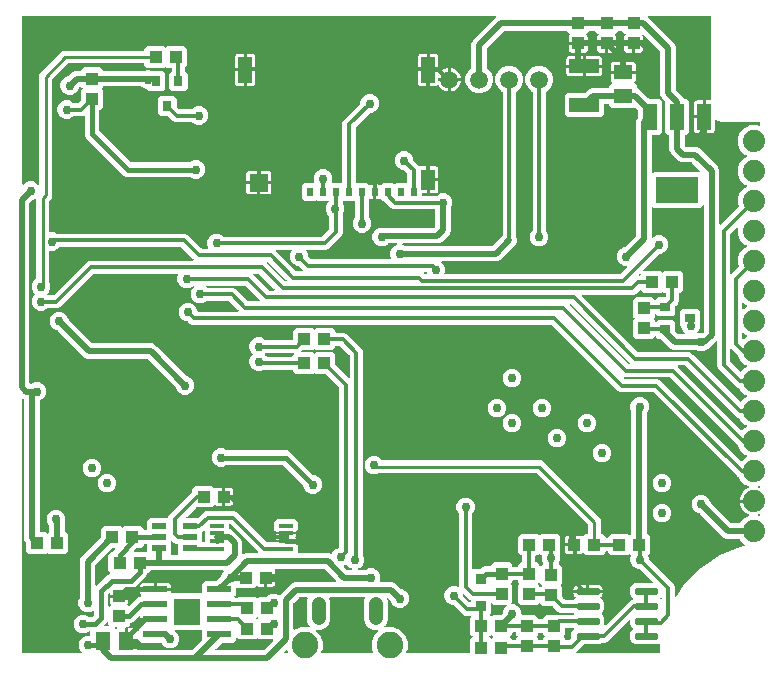
<source format=gbr>
G04 EAGLE Gerber RS-274X export*
G75*
%MOMM*%
%FSLAX34Y34*%
%LPD*%
%INTop Copper*%
%IPPOS*%
%AMOC8*
5,1,8,0,0,1.08239X$1,22.5*%
G01*
%ADD10R,1.300000X1.600000*%
%ADD11R,1.100000X1.000000*%
%ADD12R,1.000000X1.100000*%
%ADD13R,2.057400X0.609600*%
%ADD14R,2.286000X2.286000*%
%ADD15R,1.200000X0.550000*%
%ADD16R,1.200000X0.350000*%
%ADD17C,2.250000*%
%ADD18C,1.208000*%
%ADD19C,1.508000*%
%ADD20C,1.879600*%
%ADD21R,0.800000X0.900000*%
%ADD22R,0.900000X0.800000*%
%ADD23R,1.219200X2.235200*%
%ADD24R,3.600000X2.200000*%
%ADD25R,2.500000X1.200000*%
%ADD26R,1.600000X1.300000*%
%ADD27R,1.080000X1.050000*%
%ADD28C,0.285000*%
%ADD29R,1.050000X1.080000*%
%ADD30R,0.900000X0.900000*%
%ADD31R,0.500000X0.750000*%
%ADD32R,1.200000X1.800000*%
%ADD33R,1.200000X2.200000*%
%ADD34R,1.600000X1.500000*%
%ADD35C,0.304800*%
%ADD36C,0.756400*%
%ADD37C,0.508000*%
%ADD38C,0.406400*%
%ADD39C,0.254000*%

G36*
X60694Y10772D02*
X60694Y10772D01*
X60782Y10781D01*
X60804Y10791D01*
X60827Y10795D01*
X60904Y10841D01*
X60983Y10880D01*
X61000Y10897D01*
X61020Y10910D01*
X61076Y10979D01*
X61137Y11043D01*
X61147Y11065D01*
X61162Y11084D01*
X61190Y11168D01*
X61225Y11250D01*
X61226Y11274D01*
X61233Y11296D01*
X61231Y11385D01*
X61235Y11474D01*
X61227Y11497D01*
X61227Y11521D01*
X61193Y11603D01*
X61166Y11688D01*
X61150Y11709D01*
X61142Y11728D01*
X61108Y11766D01*
X61055Y11838D01*
X59598Y13295D01*
X58403Y16179D01*
X58403Y19301D01*
X59598Y22185D01*
X61805Y24392D01*
X64689Y25587D01*
X67751Y25587D01*
X67816Y25598D01*
X67882Y25600D01*
X67925Y25618D01*
X67972Y25626D01*
X68029Y25660D01*
X68089Y25685D01*
X68124Y25716D01*
X68165Y25741D01*
X68207Y25792D01*
X68255Y25836D01*
X68277Y25878D01*
X68306Y25915D01*
X68327Y25977D01*
X68358Y26036D01*
X68366Y26090D01*
X68378Y26127D01*
X68377Y26167D01*
X68385Y26221D01*
X68385Y28789D01*
X68374Y28854D01*
X68372Y28920D01*
X68354Y28963D01*
X68346Y29010D01*
X68312Y29067D01*
X68287Y29127D01*
X68256Y29162D01*
X68231Y29203D01*
X68180Y29245D01*
X68136Y29293D01*
X68094Y29315D01*
X68057Y29344D01*
X67995Y29365D01*
X67936Y29396D01*
X67882Y29404D01*
X67845Y29416D01*
X67805Y29415D01*
X67751Y29423D01*
X67543Y29423D01*
X67501Y29416D01*
X67459Y29418D01*
X67392Y29396D01*
X67322Y29384D01*
X67286Y29362D01*
X67245Y29349D01*
X67172Y29295D01*
X67129Y29269D01*
X67116Y29253D01*
X67094Y29237D01*
X66725Y28868D01*
X63841Y27673D01*
X60719Y27673D01*
X57835Y28868D01*
X55628Y31075D01*
X54433Y33959D01*
X54433Y37081D01*
X55628Y39965D01*
X57835Y42172D01*
X60719Y43367D01*
X63841Y43367D01*
X66725Y42172D01*
X67094Y41803D01*
X67129Y41778D01*
X67158Y41747D01*
X67221Y41715D01*
X67279Y41674D01*
X67320Y41664D01*
X67358Y41644D01*
X67447Y41631D01*
X67496Y41618D01*
X67517Y41621D01*
X67543Y41617D01*
X69652Y41617D01*
X69694Y41624D01*
X69736Y41622D01*
X69803Y41644D01*
X69873Y41656D01*
X69909Y41678D01*
X69950Y41691D01*
X70023Y41745D01*
X70066Y41771D01*
X70079Y41787D01*
X70100Y41803D01*
X71237Y42940D01*
X71262Y42974D01*
X71293Y43003D01*
X71325Y43066D01*
X71366Y43124D01*
X71376Y43165D01*
X71396Y43203D01*
X71409Y43292D01*
X71422Y43341D01*
X71419Y43362D01*
X71423Y43388D01*
X71423Y46067D01*
X71410Y46143D01*
X71404Y46220D01*
X71390Y46253D01*
X71384Y46287D01*
X71344Y46354D01*
X71312Y46425D01*
X71288Y46450D01*
X71269Y46481D01*
X71209Y46529D01*
X71155Y46585D01*
X71123Y46600D01*
X71095Y46622D01*
X71022Y46647D01*
X70952Y46680D01*
X70916Y46683D01*
X70883Y46694D01*
X70805Y46692D01*
X70728Y46698D01*
X70689Y46688D01*
X70658Y46687D01*
X70615Y46670D01*
X70546Y46653D01*
X67651Y45453D01*
X64529Y45453D01*
X61645Y46648D01*
X59438Y48855D01*
X58243Y51739D01*
X58243Y54861D01*
X59437Y57743D01*
X59444Y57773D01*
X59458Y57800D01*
X59475Y57917D01*
X59485Y57962D01*
X59483Y57972D01*
X59485Y57985D01*
X59485Y89784D01*
X60491Y92211D01*
X77049Y108770D01*
X77074Y108805D01*
X77105Y108834D01*
X77137Y108896D01*
X77178Y108954D01*
X77188Y108995D01*
X77208Y109033D01*
X77221Y109123D01*
X77234Y109171D01*
X77231Y109192D01*
X77235Y109218D01*
X77235Y115864D01*
X79616Y118245D01*
X93984Y118245D01*
X94852Y117377D01*
X94906Y117339D01*
X94953Y117294D01*
X94997Y117276D01*
X95036Y117249D01*
X95099Y117232D01*
X95160Y117207D01*
X95207Y117205D01*
X95253Y117193D01*
X95318Y117200D01*
X95384Y117197D01*
X95429Y117211D01*
X95476Y117216D01*
X95535Y117245D01*
X95598Y117265D01*
X95642Y117298D01*
X95677Y117316D01*
X95704Y117344D01*
X95749Y117377D01*
X96616Y118245D01*
X110984Y118245D01*
X113375Y115853D01*
X113376Y115846D01*
X113378Y115780D01*
X113396Y115737D01*
X113404Y115690D01*
X113438Y115633D01*
X113463Y115573D01*
X113494Y115538D01*
X113519Y115497D01*
X113570Y115455D01*
X113614Y115407D01*
X113656Y115385D01*
X113693Y115356D01*
X113755Y115335D01*
X113814Y115304D01*
X113868Y115296D01*
X113905Y115284D01*
X113945Y115285D01*
X113999Y115277D01*
X116051Y115277D01*
X116116Y115288D01*
X116182Y115290D01*
X116225Y115308D01*
X116272Y115316D01*
X116329Y115350D01*
X116389Y115375D01*
X116424Y115406D01*
X116465Y115431D01*
X116507Y115482D01*
X116555Y115526D01*
X116577Y115568D01*
X116606Y115605D01*
X116627Y115667D01*
X116658Y115726D01*
X116666Y115780D01*
X116678Y115817D01*
X116677Y115857D01*
X116685Y115911D01*
X116685Y123114D01*
X119066Y125495D01*
X133722Y125495D01*
X133775Y125504D01*
X133830Y125504D01*
X133885Y125524D01*
X133943Y125534D01*
X133990Y125562D01*
X134041Y125580D01*
X134085Y125619D01*
X134136Y125649D01*
X134170Y125691D01*
X134212Y125726D01*
X134248Y125787D01*
X134278Y125823D01*
X134287Y125852D01*
X134308Y125886D01*
X135012Y127586D01*
X154519Y147093D01*
X154544Y147128D01*
X154575Y147157D01*
X154607Y147220D01*
X154648Y147277D01*
X154658Y147318D01*
X154678Y147356D01*
X154691Y147446D01*
X154704Y147495D01*
X154701Y147515D01*
X154705Y147542D01*
X154705Y150154D01*
X157086Y152535D01*
X171454Y152535D01*
X173406Y150582D01*
X173484Y150528D01*
X173560Y150469D01*
X173576Y150464D01*
X173591Y150454D01*
X173683Y150430D01*
X173774Y150401D01*
X173791Y150402D01*
X173808Y150398D01*
X173903Y150408D01*
X173998Y150412D01*
X174016Y150420D01*
X174031Y150421D01*
X174076Y150443D01*
X174172Y150481D01*
X174789Y150838D01*
X175435Y151011D01*
X180001Y151011D01*
X180001Y144105D01*
X180012Y144040D01*
X180014Y143975D01*
X180032Y143931D01*
X180040Y143884D01*
X180074Y143828D01*
X180099Y143767D01*
X180131Y143732D01*
X180155Y143691D01*
X180206Y143650D01*
X180250Y143601D01*
X180292Y143579D01*
X180329Y143550D01*
X180391Y143529D01*
X180450Y143499D01*
X180504Y143490D01*
X180541Y143478D01*
X180581Y143479D01*
X180635Y143471D01*
X181271Y143471D01*
X181271Y143469D01*
X180635Y143469D01*
X180570Y143457D01*
X180505Y143456D01*
X180461Y143438D01*
X180414Y143429D01*
X180357Y143396D01*
X180297Y143371D01*
X180262Y143339D01*
X180221Y143315D01*
X180180Y143264D01*
X180131Y143220D01*
X180109Y143178D01*
X180080Y143141D01*
X180059Y143079D01*
X180028Y143020D01*
X180020Y142966D01*
X180008Y142929D01*
X180009Y142889D01*
X180001Y142835D01*
X180001Y135929D01*
X175435Y135929D01*
X174789Y136102D01*
X174172Y136459D01*
X174082Y136491D01*
X173995Y136528D01*
X173977Y136529D01*
X173961Y136535D01*
X173866Y136534D01*
X173771Y136538D01*
X173754Y136533D01*
X173737Y136533D01*
X173647Y136499D01*
X173557Y136470D01*
X173542Y136458D01*
X173527Y136452D01*
X173490Y136420D01*
X173406Y136358D01*
X171454Y134405D01*
X157902Y134405D01*
X157860Y134398D01*
X157817Y134400D01*
X157750Y134378D01*
X157681Y134366D01*
X157644Y134344D01*
X157604Y134331D01*
X157531Y134277D01*
X157488Y134251D01*
X157474Y134235D01*
X157453Y134219D01*
X149811Y126577D01*
X149760Y126504D01*
X149704Y126435D01*
X149697Y126413D01*
X149683Y126393D01*
X149661Y126307D01*
X149632Y126223D01*
X149633Y126199D01*
X149627Y126176D01*
X149636Y126087D01*
X149639Y125998D01*
X149648Y125976D01*
X149650Y125953D01*
X149690Y125873D01*
X149723Y125791D01*
X149739Y125773D01*
X149750Y125752D01*
X149815Y125691D01*
X149875Y125625D01*
X149896Y125614D01*
X149913Y125598D01*
X149995Y125563D01*
X150074Y125522D01*
X150100Y125519D01*
X150120Y125510D01*
X150170Y125508D01*
X150260Y125495D01*
X159328Y125495D01*
X159370Y125502D01*
X159413Y125500D01*
X159480Y125522D01*
X159549Y125534D01*
X159586Y125556D01*
X159626Y125569D01*
X159699Y125623D01*
X159742Y125649D01*
X159756Y125665D01*
X159777Y125681D01*
X164524Y130428D01*
X166578Y131279D01*
X190392Y131279D01*
X192446Y130428D01*
X217669Y105205D01*
X217704Y105180D01*
X217733Y105149D01*
X217796Y105117D01*
X217853Y105076D01*
X217894Y105066D01*
X217932Y105046D01*
X218022Y105033D01*
X218071Y105020D01*
X218091Y105023D01*
X218118Y105019D01*
X224595Y105019D01*
X224660Y105030D01*
X224726Y105032D01*
X224769Y105050D01*
X224801Y105056D01*
X225635Y105056D01*
X225676Y105063D01*
X225719Y105061D01*
X225786Y105083D01*
X225855Y105095D01*
X225892Y105117D01*
X225932Y105130D01*
X226005Y105184D01*
X226049Y105209D01*
X226062Y105226D01*
X226083Y105242D01*
X226086Y105245D01*
X233530Y105245D01*
X233595Y105256D01*
X233660Y105258D01*
X233704Y105276D01*
X233751Y105284D01*
X233774Y105298D01*
X233825Y105272D01*
X233879Y105264D01*
X233916Y105252D01*
X233956Y105253D01*
X234010Y105245D01*
X241454Y105245D01*
X241457Y105242D01*
X241492Y105217D01*
X241520Y105186D01*
X241583Y105154D01*
X241641Y105113D01*
X241682Y105103D01*
X241720Y105083D01*
X241810Y105070D01*
X241858Y105057D01*
X241879Y105060D01*
X241905Y105056D01*
X242311Y105056D01*
X242311Y104650D01*
X242318Y104609D01*
X242316Y104566D01*
X242338Y104499D01*
X242350Y104430D01*
X242372Y104393D01*
X242385Y104353D01*
X242439Y104280D01*
X242465Y104236D01*
X242481Y104223D01*
X242497Y104202D01*
X243835Y102864D01*
X243835Y96099D01*
X243846Y96034D01*
X243848Y95968D01*
X243866Y95925D01*
X243874Y95878D01*
X243908Y95821D01*
X243933Y95761D01*
X243964Y95726D01*
X243989Y95685D01*
X244040Y95643D01*
X244084Y95595D01*
X244126Y95573D01*
X244163Y95544D01*
X244225Y95523D01*
X244284Y95492D01*
X244338Y95484D01*
X244375Y95472D01*
X244415Y95473D01*
X244469Y95465D01*
X270604Y95465D01*
X272391Y94724D01*
X272456Y94710D01*
X272517Y94687D01*
X272564Y94687D01*
X272610Y94677D01*
X272676Y94686D01*
X272741Y94685D01*
X272786Y94701D01*
X272833Y94708D01*
X272890Y94739D01*
X272952Y94762D01*
X272988Y94792D01*
X273030Y94815D01*
X273073Y94864D01*
X273123Y94907D01*
X273152Y94954D01*
X273178Y94984D01*
X273192Y95021D01*
X273220Y95068D01*
X274068Y97115D01*
X276275Y99322D01*
X278550Y100264D01*
X278595Y100294D01*
X278645Y100314D01*
X278689Y100354D01*
X278739Y100385D01*
X278771Y100429D01*
X278811Y100465D01*
X278838Y100518D01*
X278873Y100565D01*
X278889Y100617D01*
X278914Y100665D01*
X278924Y100735D01*
X278937Y100780D01*
X278935Y100810D01*
X278941Y100850D01*
X278941Y235752D01*
X278934Y235794D01*
X278936Y235837D01*
X278914Y235904D01*
X278902Y235973D01*
X278880Y236010D01*
X278867Y236050D01*
X278813Y236123D01*
X278787Y236166D01*
X278771Y236180D01*
X278755Y236201D01*
X267707Y247249D01*
X267672Y247274D01*
X267643Y247305D01*
X267580Y247337D01*
X267523Y247378D01*
X267482Y247388D01*
X267444Y247408D01*
X267354Y247421D01*
X267305Y247434D01*
X267285Y247431D01*
X267258Y247435D01*
X259176Y247435D01*
X258309Y248303D01*
X258254Y248341D01*
X258207Y248386D01*
X258163Y248404D01*
X258124Y248431D01*
X258061Y248448D01*
X258000Y248473D01*
X257953Y248475D01*
X257907Y248487D01*
X257842Y248480D01*
X257776Y248483D01*
X257731Y248469D01*
X257684Y248464D01*
X257625Y248435D01*
X257562Y248415D01*
X257518Y248382D01*
X257483Y248364D01*
X257456Y248336D01*
X257412Y248303D01*
X256544Y247435D01*
X242176Y247435D01*
X239795Y249816D01*
X239795Y250277D01*
X239784Y250342D01*
X239782Y250408D01*
X239764Y250451D01*
X239756Y250498D01*
X239722Y250555D01*
X239697Y250615D01*
X239666Y250650D01*
X239641Y250691D01*
X239590Y250733D01*
X239546Y250781D01*
X239504Y250803D01*
X239467Y250832D01*
X239405Y250853D01*
X239346Y250884D01*
X239292Y250892D01*
X239255Y250904D01*
X239215Y250903D01*
X239161Y250911D01*
X214942Y250911D01*
X214912Y250906D01*
X214881Y250908D01*
X214766Y250880D01*
X214721Y250872D01*
X214712Y250866D01*
X214699Y250863D01*
X212431Y249923D01*
X209309Y249923D01*
X206425Y251118D01*
X204218Y253325D01*
X203023Y256209D01*
X203023Y259331D01*
X204218Y262215D01*
X205675Y263671D01*
X205712Y263726D01*
X205757Y263773D01*
X205776Y263817D01*
X205803Y263856D01*
X205819Y263919D01*
X205845Y263980D01*
X205847Y264027D01*
X205859Y264073D01*
X205852Y264138D01*
X205855Y264204D01*
X205840Y264249D01*
X205835Y264296D01*
X205806Y264355D01*
X205786Y264418D01*
X205753Y264462D01*
X205736Y264497D01*
X205707Y264524D01*
X205675Y264568D01*
X204218Y266025D01*
X203023Y268909D01*
X203023Y272031D01*
X204218Y274915D01*
X206425Y277122D01*
X209309Y278317D01*
X212431Y278317D01*
X215315Y277122D01*
X216192Y276245D01*
X216227Y276220D01*
X216256Y276189D01*
X216319Y276157D01*
X216377Y276116D01*
X216418Y276106D01*
X216456Y276086D01*
X216545Y276073D01*
X216594Y276060D01*
X216615Y276063D01*
X216641Y276059D01*
X239161Y276059D01*
X239226Y276070D01*
X239292Y276072D01*
X239335Y276090D01*
X239382Y276098D01*
X239439Y276132D01*
X239499Y276157D01*
X239534Y276188D01*
X239575Y276213D01*
X239617Y276264D01*
X239665Y276308D01*
X239687Y276350D01*
X239716Y276387D01*
X239737Y276449D01*
X239768Y276508D01*
X239776Y276562D01*
X239788Y276599D01*
X239787Y276639D01*
X239795Y276693D01*
X239795Y283504D01*
X242176Y285885D01*
X256544Y285885D01*
X257412Y285017D01*
X257466Y284979D01*
X257513Y284934D01*
X257557Y284916D01*
X257596Y284889D01*
X257659Y284872D01*
X257720Y284847D01*
X257767Y284845D01*
X257813Y284833D01*
X257878Y284840D01*
X257944Y284837D01*
X257989Y284851D01*
X258036Y284856D01*
X258095Y284885D01*
X258158Y284905D01*
X258202Y284938D01*
X258237Y284956D01*
X258264Y284984D01*
X258309Y285017D01*
X259176Y285885D01*
X273544Y285885D01*
X275925Y283504D01*
X275925Y283043D01*
X275936Y282978D01*
X275938Y282912D01*
X275956Y282869D01*
X275964Y282822D01*
X275998Y282765D01*
X276023Y282705D01*
X276054Y282670D01*
X276079Y282629D01*
X276130Y282587D01*
X276174Y282539D01*
X276216Y282517D01*
X276253Y282488D01*
X276315Y282467D01*
X276374Y282436D01*
X276428Y282428D01*
X276465Y282416D01*
X276505Y282417D01*
X276559Y282409D01*
X283102Y282409D01*
X285156Y281558D01*
X298158Y268556D01*
X299009Y266502D01*
X299009Y94414D01*
X299014Y94384D01*
X299012Y94354D01*
X299040Y94239D01*
X299048Y94194D01*
X299054Y94184D01*
X299057Y94172D01*
X300147Y91541D01*
X300147Y88419D01*
X298952Y85535D01*
X296745Y83328D01*
X295265Y82715D01*
X295180Y82661D01*
X295094Y82609D01*
X295086Y82600D01*
X295076Y82594D01*
X295016Y82513D01*
X294952Y82435D01*
X294949Y82424D01*
X294941Y82414D01*
X294913Y82318D01*
X294881Y82223D01*
X294881Y82211D01*
X294877Y82199D01*
X294884Y82098D01*
X294887Y81998D01*
X294892Y81987D01*
X294892Y81976D01*
X294934Y81883D01*
X294971Y81791D01*
X294979Y81782D01*
X294984Y81771D01*
X295055Y81699D01*
X295123Y81625D01*
X295133Y81619D01*
X295142Y81611D01*
X295233Y81569D01*
X295322Y81522D01*
X295335Y81520D01*
X295345Y81516D01*
X295390Y81512D01*
X295508Y81495D01*
X301435Y81495D01*
X301465Y81500D01*
X301495Y81498D01*
X301610Y81526D01*
X301655Y81534D01*
X301665Y81540D01*
X301677Y81543D01*
X304559Y82737D01*
X307681Y82737D01*
X310565Y81542D01*
X312772Y79335D01*
X313967Y76451D01*
X313967Y73329D01*
X313504Y72212D01*
X313487Y72136D01*
X313463Y72063D01*
X313464Y72027D01*
X313456Y71992D01*
X313467Y71916D01*
X313469Y71838D01*
X313482Y71806D01*
X313487Y71770D01*
X313524Y71702D01*
X313553Y71631D01*
X313577Y71604D01*
X313594Y71573D01*
X313653Y71522D01*
X313705Y71465D01*
X313736Y71449D01*
X313763Y71425D01*
X313835Y71398D01*
X313904Y71362D01*
X313944Y71356D01*
X313973Y71346D01*
X314019Y71345D01*
X314090Y71335D01*
X323944Y71335D01*
X326371Y70329D01*
X328318Y68382D01*
X331607Y65093D01*
X331632Y65076D01*
X331652Y65052D01*
X331754Y64991D01*
X331791Y64965D01*
X331802Y64963D01*
X331813Y64956D01*
X334695Y63762D01*
X336902Y61555D01*
X338097Y58671D01*
X338097Y55549D01*
X336902Y52665D01*
X334695Y50458D01*
X331811Y49263D01*
X328689Y49263D01*
X325805Y50458D01*
X323598Y52665D01*
X322404Y55547D01*
X322388Y55573D01*
X322378Y55602D01*
X322308Y55697D01*
X322283Y55736D01*
X322274Y55742D01*
X322267Y55753D01*
X320172Y57848D01*
X320089Y57905D01*
X320009Y57966D01*
X319997Y57969D01*
X319987Y57976D01*
X319890Y58001D01*
X319793Y58030D01*
X319782Y58029D01*
X319770Y58032D01*
X319670Y58022D01*
X319570Y58015D01*
X319559Y58010D01*
X319547Y58009D01*
X319457Y57964D01*
X319365Y57923D01*
X319356Y57915D01*
X319346Y57909D01*
X319277Y57836D01*
X319205Y57766D01*
X319200Y57755D01*
X319192Y57746D01*
X319153Y57653D01*
X319110Y57562D01*
X319109Y57550D01*
X319104Y57539D01*
X319100Y57439D01*
X319092Y57339D01*
X319095Y57326D01*
X319094Y57315D01*
X319108Y57272D01*
X319137Y57157D01*
X320155Y54700D01*
X320155Y38600D01*
X318616Y34886D01*
X317494Y33764D01*
X317436Y33681D01*
X317376Y33601D01*
X317373Y33589D01*
X317366Y33579D01*
X317341Y33482D01*
X317312Y33386D01*
X317313Y33374D01*
X317310Y33362D01*
X317320Y33263D01*
X317327Y33162D01*
X317332Y33151D01*
X317333Y33139D01*
X317378Y33049D01*
X317419Y32957D01*
X317427Y32949D01*
X317432Y32938D01*
X317506Y32869D01*
X317576Y32797D01*
X317587Y32792D01*
X317596Y32784D01*
X317689Y32745D01*
X317780Y32702D01*
X317791Y32701D01*
X317802Y32697D01*
X317903Y32692D01*
X318003Y32684D01*
X318016Y32687D01*
X318027Y32687D01*
X318070Y32701D01*
X318185Y32729D01*
X318754Y32965D01*
X324846Y32965D01*
X330475Y30633D01*
X334783Y26325D01*
X337115Y20696D01*
X337115Y14604D01*
X335884Y11633D01*
X335868Y11557D01*
X335843Y11484D01*
X335844Y11448D01*
X335836Y11414D01*
X335847Y11337D01*
X335849Y11259D01*
X335863Y11227D01*
X335868Y11191D01*
X335905Y11123D01*
X335934Y11052D01*
X335958Y11025D01*
X335975Y10994D01*
X336033Y10943D01*
X336085Y10886D01*
X336117Y10870D01*
X336143Y10846D01*
X336216Y10819D01*
X336285Y10783D01*
X336325Y10777D01*
X336353Y10767D01*
X336400Y10766D01*
X336470Y10756D01*
X389021Y10756D01*
X389086Y10767D01*
X389152Y10769D01*
X389195Y10787D01*
X389242Y10795D01*
X389299Y10829D01*
X389359Y10854D01*
X389394Y10885D01*
X389435Y10910D01*
X389477Y10961D01*
X389525Y11005D01*
X389547Y11047D01*
X389576Y11084D01*
X389597Y11146D01*
X389628Y11205D01*
X389636Y11259D01*
X389648Y11296D01*
X389647Y11336D01*
X389655Y11390D01*
X389655Y22284D01*
X391848Y24476D01*
X391886Y24531D01*
X391931Y24578D01*
X391949Y24622D01*
X391976Y24661D01*
X391993Y24724D01*
X392018Y24785D01*
X392020Y24832D01*
X392032Y24878D01*
X392025Y24943D01*
X392028Y25009D01*
X392014Y25054D01*
X392009Y25101D01*
X391980Y25160D01*
X391960Y25223D01*
X391927Y25267D01*
X391909Y25302D01*
X391881Y25329D01*
X391848Y25373D01*
X389655Y27566D01*
X389655Y40934D01*
X390270Y41549D01*
X390321Y41622D01*
X390377Y41691D01*
X390385Y41713D01*
X390398Y41733D01*
X390420Y41819D01*
X390449Y41903D01*
X390448Y41927D01*
X390454Y41950D01*
X390445Y42039D01*
X390442Y42128D01*
X390433Y42150D01*
X390431Y42173D01*
X390391Y42253D01*
X390358Y42335D01*
X390342Y42353D01*
X390332Y42374D01*
X390267Y42435D01*
X390207Y42501D01*
X390186Y42512D01*
X390168Y42528D01*
X390086Y42563D01*
X390007Y42604D01*
X389981Y42607D01*
X389962Y42616D01*
X389911Y42618D01*
X389822Y42631D01*
X386288Y42631D01*
X384234Y43482D01*
X376099Y51617D01*
X376064Y51642D01*
X376035Y51673D01*
X375972Y51705D01*
X375915Y51746D01*
X375874Y51756D01*
X375836Y51776D01*
X375746Y51789D01*
X375697Y51802D01*
X375677Y51799D01*
X375650Y51803D01*
X374409Y51803D01*
X371525Y52998D01*
X369318Y55205D01*
X368123Y58089D01*
X368123Y61211D01*
X369318Y64095D01*
X371525Y66302D01*
X374409Y67497D01*
X377531Y67497D01*
X379664Y66613D01*
X379690Y66607D01*
X379710Y66597D01*
X379759Y66590D01*
X379813Y66572D01*
X379849Y66573D01*
X379884Y66565D01*
X379960Y66576D01*
X380038Y66578D01*
X380070Y66592D01*
X380106Y66597D01*
X380174Y66634D01*
X380245Y66663D01*
X380272Y66687D01*
X380303Y66703D01*
X380320Y66723D01*
X380321Y66724D01*
X380328Y66732D01*
X380354Y66762D01*
X380411Y66814D01*
X380427Y66846D01*
X380451Y66872D01*
X380458Y66893D01*
X380462Y66898D01*
X380479Y66945D01*
X380514Y67014D01*
X380520Y67054D01*
X380530Y67082D01*
X380531Y67099D01*
X380534Y67110D01*
X380533Y67145D01*
X380541Y67199D01*
X380541Y128809D01*
X380534Y128851D01*
X380536Y128893D01*
X380514Y128960D01*
X380502Y129030D01*
X380480Y129066D01*
X380467Y129107D01*
X380413Y129180D01*
X380387Y129223D01*
X380371Y129236D01*
X380355Y129258D01*
X379478Y130135D01*
X378283Y133019D01*
X378283Y136141D01*
X379478Y139025D01*
X381685Y141232D01*
X384569Y142427D01*
X387691Y142427D01*
X390575Y141232D01*
X392782Y139025D01*
X393977Y136141D01*
X393977Y133019D01*
X392782Y130135D01*
X391905Y129258D01*
X391880Y129223D01*
X391849Y129194D01*
X391817Y129131D01*
X391776Y129073D01*
X391766Y129032D01*
X391746Y128994D01*
X391733Y128905D01*
X391720Y128856D01*
X391723Y128835D01*
X391719Y128809D01*
X391719Y82858D01*
X391735Y82770D01*
X391744Y82682D01*
X391754Y82661D01*
X391758Y82637D01*
X391804Y82560D01*
X391843Y82481D01*
X391860Y82465D01*
X391873Y82444D01*
X391942Y82388D01*
X392007Y82327D01*
X392028Y82318D01*
X392047Y82303D01*
X392131Y82274D01*
X392213Y82240D01*
X392237Y82239D01*
X392259Y82231D01*
X392348Y82234D01*
X392438Y82230D01*
X392460Y82237D01*
X392484Y82238D01*
X392526Y82255D01*
X398510Y82255D01*
X398552Y82262D01*
X398594Y82260D01*
X398661Y82282D01*
X398731Y82294D01*
X398767Y82316D01*
X398808Y82329D01*
X398880Y82383D01*
X398924Y82409D01*
X398937Y82425D01*
X398958Y82441D01*
X399996Y83479D01*
X402237Y84407D01*
X406911Y84407D01*
X406976Y84418D01*
X407042Y84420D01*
X407085Y84438D01*
X407132Y84446D01*
X407189Y84480D01*
X407249Y84505D01*
X407284Y84536D01*
X407325Y84561D01*
X407367Y84612D01*
X407415Y84656D01*
X407437Y84698D01*
X407466Y84735D01*
X407487Y84797D01*
X407518Y84856D01*
X407526Y84910D01*
X407538Y84947D01*
X407537Y84987D01*
X407545Y85041D01*
X407545Y85494D01*
X409926Y87875D01*
X423294Y87875D01*
X425675Y85494D01*
X425675Y84533D01*
X425686Y84468D01*
X425688Y84402D01*
X425706Y84359D01*
X425714Y84312D01*
X425748Y84255D01*
X425773Y84195D01*
X425804Y84160D01*
X425829Y84119D01*
X425880Y84077D01*
X425924Y84029D01*
X425966Y84007D01*
X426003Y83978D01*
X426065Y83957D01*
X426124Y83926D01*
X426178Y83918D01*
X426215Y83906D01*
X426255Y83907D01*
X426309Y83899D01*
X429771Y83899D01*
X429836Y83910D01*
X429902Y83912D01*
X429945Y83930D01*
X429992Y83938D01*
X430049Y83972D01*
X430109Y83997D01*
X430144Y84028D01*
X430185Y84053D01*
X430227Y84104D01*
X430275Y84148D01*
X430297Y84190D01*
X430326Y84227D01*
X430347Y84289D01*
X430378Y84348D01*
X430386Y84402D01*
X430398Y84439D01*
X430397Y84479D01*
X430405Y84533D01*
X430405Y85494D01*
X432786Y87875D01*
X433247Y87875D01*
X433312Y87886D01*
X433378Y87888D01*
X433421Y87906D01*
X433468Y87914D01*
X433525Y87948D01*
X433585Y87973D01*
X433620Y88004D01*
X433661Y88029D01*
X433703Y88080D01*
X433751Y88124D01*
X433773Y88166D01*
X433802Y88203D01*
X433823Y88265D01*
X433854Y88324D01*
X433862Y88378D01*
X433874Y88415D01*
X433873Y88455D01*
X433881Y88509D01*
X433881Y93131D01*
X433870Y93196D01*
X433868Y93262D01*
X433850Y93305D01*
X433842Y93352D01*
X433808Y93409D01*
X433783Y93469D01*
X433752Y93504D01*
X433727Y93545D01*
X433676Y93587D01*
X433632Y93635D01*
X433590Y93657D01*
X433553Y93686D01*
X433491Y93707D01*
X433432Y93738D01*
X433378Y93746D01*
X433341Y93758D01*
X433301Y93757D01*
X433247Y93765D01*
X432676Y93765D01*
X430295Y96146D01*
X430295Y109514D01*
X432676Y111895D01*
X447044Y111895D01*
X447912Y111027D01*
X447966Y110989D01*
X448013Y110944D01*
X448057Y110926D01*
X448096Y110899D01*
X448159Y110882D01*
X448220Y110857D01*
X448267Y110855D01*
X448313Y110843D01*
X448378Y110850D01*
X448444Y110847D01*
X448489Y110861D01*
X448536Y110866D01*
X448595Y110895D01*
X448658Y110915D01*
X448702Y110948D01*
X448737Y110966D01*
X448764Y110994D01*
X448809Y111027D01*
X449676Y111895D01*
X464044Y111895D01*
X466425Y109514D01*
X466425Y96146D01*
X465750Y95472D01*
X465719Y95428D01*
X465681Y95390D01*
X465656Y95336D01*
X465622Y95288D01*
X465609Y95235D01*
X465586Y95186D01*
X465581Y95128D01*
X465566Y95070D01*
X465572Y95017D01*
X465568Y94963D01*
X465585Y94894D01*
X465590Y94847D01*
X465603Y94820D01*
X465613Y94781D01*
X466367Y92961D01*
X466367Y89839D01*
X465358Y87404D01*
X465347Y87351D01*
X465325Y87301D01*
X465323Y87242D01*
X465310Y87185D01*
X465318Y87131D01*
X465315Y87077D01*
X465333Y87021D01*
X465342Y86963D01*
X465367Y86915D01*
X465384Y86864D01*
X465426Y86806D01*
X465449Y86765D01*
X465472Y86745D01*
X465496Y86713D01*
X467985Y84224D01*
X467985Y70356D01*
X466617Y68989D01*
X466579Y68934D01*
X466534Y68887D01*
X466516Y68843D01*
X466489Y68804D01*
X466472Y68741D01*
X466447Y68680D01*
X466445Y68633D01*
X466433Y68587D01*
X466440Y68522D01*
X466437Y68456D01*
X466451Y68411D01*
X466456Y68364D01*
X466485Y68305D01*
X466505Y68242D01*
X466538Y68198D01*
X466556Y68163D01*
X466584Y68136D01*
X466617Y68092D01*
X467985Y66724D01*
X467985Y58492D01*
X467992Y58450D01*
X467990Y58407D01*
X468012Y58340D01*
X468024Y58271D01*
X468046Y58234D01*
X468059Y58194D01*
X468113Y58121D01*
X468139Y58078D01*
X468155Y58064D01*
X468171Y58043D01*
X469679Y56535D01*
X469714Y56510D01*
X469743Y56479D01*
X469806Y56447D01*
X469863Y56406D01*
X469904Y56396D01*
X469942Y56376D01*
X470032Y56363D01*
X470081Y56350D01*
X470101Y56353D01*
X470128Y56349D01*
X477362Y56349D01*
X477404Y56356D01*
X477447Y56354D01*
X477514Y56376D01*
X477583Y56388D01*
X477620Y56410D01*
X477660Y56423D01*
X477733Y56477D01*
X477776Y56503D01*
X477790Y56519D01*
X477811Y56535D01*
X478115Y56839D01*
X479360Y57354D01*
X479400Y57380D01*
X479445Y57397D01*
X479494Y57440D01*
X479549Y57476D01*
X479577Y57514D01*
X479613Y57546D01*
X479644Y57603D01*
X479683Y57655D01*
X479697Y57701D01*
X479720Y57743D01*
X479729Y57807D01*
X479747Y57870D01*
X479744Y57918D01*
X479751Y57965D01*
X479737Y58029D01*
X479732Y58094D01*
X479713Y58138D01*
X479702Y58184D01*
X479667Y58239D01*
X479641Y58299D01*
X479607Y58333D01*
X479581Y58373D01*
X479518Y58423D01*
X479483Y58458D01*
X479460Y58469D01*
X479434Y58490D01*
X478790Y58862D01*
X478052Y59600D01*
X477529Y60504D01*
X477259Y61513D01*
X477259Y62191D01*
X489015Y62191D01*
X489080Y62202D01*
X489145Y62204D01*
X489189Y62222D01*
X489236Y62230D01*
X489292Y62264D01*
X489353Y62289D01*
X489388Y62321D01*
X489429Y62345D01*
X489470Y62396D01*
X489519Y62440D01*
X489541Y62482D01*
X489570Y62519D01*
X489591Y62581D01*
X489621Y62640D01*
X489630Y62694D01*
X489642Y62731D01*
X489641Y62771D01*
X489649Y62825D01*
X489649Y63461D01*
X489651Y63461D01*
X489651Y62825D01*
X489663Y62760D01*
X489664Y62695D01*
X489682Y62651D01*
X489691Y62604D01*
X489724Y62547D01*
X489749Y62487D01*
X489781Y62452D01*
X489805Y62411D01*
X489856Y62370D01*
X489900Y62321D01*
X489942Y62299D01*
X489979Y62270D01*
X490041Y62249D01*
X490100Y62218D01*
X490154Y62210D01*
X490191Y62198D01*
X490231Y62199D01*
X490285Y62191D01*
X502041Y62191D01*
X502041Y61513D01*
X501771Y60504D01*
X501248Y59600D01*
X500510Y58862D01*
X499866Y58490D01*
X499829Y58459D01*
X499787Y58436D01*
X499744Y58387D01*
X499694Y58345D01*
X499671Y58303D01*
X499639Y58267D01*
X499616Y58206D01*
X499584Y58150D01*
X499577Y58102D01*
X499560Y58057D01*
X499559Y57992D01*
X499549Y57928D01*
X499558Y57881D01*
X499558Y57833D01*
X499580Y57772D01*
X499593Y57708D01*
X499618Y57667D01*
X499634Y57622D01*
X499677Y57572D01*
X499711Y57517D01*
X499748Y57488D01*
X499780Y57451D01*
X499849Y57409D01*
X499888Y57379D01*
X499912Y57371D01*
X499940Y57354D01*
X501185Y56839D01*
X502729Y55295D01*
X503565Y53277D01*
X503565Y48243D01*
X502729Y46225D01*
X501362Y44859D01*
X501325Y44804D01*
X501279Y44757D01*
X501261Y44713D01*
X501234Y44674D01*
X501218Y44611D01*
X501192Y44550D01*
X501190Y44503D01*
X501178Y44457D01*
X501185Y44392D01*
X501182Y44326D01*
X501196Y44281D01*
X501201Y44234D01*
X501230Y44175D01*
X501251Y44112D01*
X501283Y44068D01*
X501301Y44033D01*
X501329Y44006D01*
X501362Y43962D01*
X502729Y42595D01*
X503565Y40577D01*
X503565Y35485D01*
X503547Y35417D01*
X503548Y35406D01*
X503546Y35394D01*
X503560Y35294D01*
X503570Y35194D01*
X503576Y35184D01*
X503577Y35172D01*
X503625Y35083D01*
X503670Y34993D01*
X503678Y34985D01*
X503684Y34974D01*
X503760Y34908D01*
X503833Y34839D01*
X503844Y34835D01*
X503853Y34827D01*
X503947Y34791D01*
X504040Y34752D01*
X504052Y34751D01*
X504063Y34747D01*
X504164Y34746D01*
X504264Y34742D01*
X504275Y34745D01*
X504287Y34745D01*
X504382Y34779D01*
X504478Y34810D01*
X504488Y34818D01*
X504498Y34822D01*
X504533Y34851D01*
X504628Y34922D01*
X525204Y55498D01*
X526914Y56206D01*
X526940Y56223D01*
X526969Y56232D01*
X527065Y56303D01*
X527103Y56327D01*
X527110Y56336D01*
X527120Y56344D01*
X527438Y56661D01*
X527475Y56716D01*
X527521Y56763D01*
X527539Y56807D01*
X527566Y56846D01*
X527582Y56909D01*
X527608Y56970D01*
X527610Y57017D01*
X527622Y57063D01*
X527615Y57128D01*
X527618Y57194D01*
X527604Y57239D01*
X527599Y57286D01*
X527570Y57345D01*
X527549Y57408D01*
X527517Y57452D01*
X527499Y57487D01*
X527471Y57514D01*
X527438Y57558D01*
X526071Y58925D01*
X525235Y60943D01*
X525235Y65977D01*
X526071Y67995D01*
X527615Y69539D01*
X529633Y70375D01*
X543770Y70375D01*
X543858Y70391D01*
X543947Y70400D01*
X543968Y70410D01*
X543991Y70414D01*
X544068Y70460D01*
X544148Y70499D01*
X544164Y70516D01*
X544184Y70529D01*
X544241Y70598D01*
X544302Y70662D01*
X544311Y70684D01*
X544326Y70703D01*
X544354Y70787D01*
X544389Y70869D01*
X544390Y70893D01*
X544398Y70915D01*
X544395Y71004D01*
X544399Y71093D01*
X544392Y71116D01*
X544391Y71140D01*
X544358Y71222D01*
X544330Y71307D01*
X544315Y71328D01*
X544307Y71347D01*
X544273Y71385D01*
X544219Y71457D01*
X533579Y82097D01*
X533544Y82122D01*
X533515Y82153D01*
X533452Y82185D01*
X533395Y82226D01*
X533354Y82236D01*
X533316Y82256D01*
X533226Y82269D01*
X533177Y82282D01*
X533157Y82279D01*
X533130Y82283D01*
X531889Y82283D01*
X529005Y83478D01*
X526798Y85685D01*
X525603Y88569D01*
X525603Y91691D01*
X526129Y92959D01*
X526140Y93012D01*
X526161Y93062D01*
X526164Y93114D01*
X526164Y93115D01*
X526164Y93121D01*
X526177Y93178D01*
X526169Y93232D01*
X526171Y93286D01*
X526157Y93330D01*
X526157Y93339D01*
X526152Y93351D01*
X526145Y93401D01*
X526119Y93448D01*
X526103Y93500D01*
X526079Y93532D01*
X526073Y93547D01*
X526056Y93565D01*
X526038Y93598D01*
X526015Y93618D01*
X525991Y93650D01*
X525008Y94633D01*
X524955Y94671D01*
X524907Y94716D01*
X524863Y94734D01*
X524824Y94761D01*
X524761Y94778D01*
X524700Y94803D01*
X524653Y94805D01*
X524607Y94817D01*
X524542Y94810D01*
X524476Y94813D01*
X524431Y94799D01*
X524384Y94794D01*
X524325Y94765D01*
X524262Y94745D01*
X524218Y94712D01*
X524183Y94694D01*
X524156Y94666D01*
X524112Y94633D01*
X523244Y93765D01*
X508876Y93765D01*
X506495Y96146D01*
X506495Y96607D01*
X506484Y96672D01*
X506482Y96738D01*
X506464Y96781D01*
X506456Y96828D01*
X506422Y96885D01*
X506397Y96945D01*
X506366Y96980D01*
X506341Y97021D01*
X506290Y97063D01*
X506246Y97111D01*
X506204Y97133D01*
X506167Y97162D01*
X506105Y97183D01*
X506046Y97214D01*
X505992Y97222D01*
X505955Y97234D01*
X505915Y97233D01*
X505861Y97241D01*
X505159Y97241D01*
X505094Y97230D01*
X505028Y97228D01*
X504985Y97210D01*
X504938Y97202D01*
X504881Y97168D01*
X504821Y97143D01*
X504786Y97112D01*
X504745Y97087D01*
X504703Y97036D01*
X504655Y96992D01*
X504633Y96950D01*
X504604Y96913D01*
X504583Y96851D01*
X504552Y96792D01*
X504544Y96738D01*
X504532Y96701D01*
X504533Y96661D01*
X504525Y96607D01*
X504525Y96146D01*
X502144Y93765D01*
X487776Y93765D01*
X485824Y95718D01*
X485746Y95772D01*
X485670Y95831D01*
X485654Y95836D01*
X485639Y95846D01*
X485547Y95870D01*
X485456Y95899D01*
X485439Y95898D01*
X485422Y95902D01*
X485327Y95892D01*
X485232Y95888D01*
X485214Y95880D01*
X485199Y95879D01*
X485154Y95857D01*
X485058Y95819D01*
X484441Y95462D01*
X483795Y95289D01*
X479229Y95289D01*
X479229Y102195D01*
X479218Y102260D01*
X479216Y102325D01*
X479198Y102369D01*
X479189Y102416D01*
X479156Y102472D01*
X479131Y102533D01*
X479099Y102568D01*
X479075Y102609D01*
X479024Y102650D01*
X478980Y102699D01*
X478938Y102721D01*
X478901Y102750D01*
X478839Y102771D01*
X478780Y102801D01*
X478726Y102810D01*
X478689Y102822D01*
X478649Y102821D01*
X478595Y102829D01*
X477959Y102829D01*
X477959Y102831D01*
X478595Y102831D01*
X478660Y102843D01*
X478725Y102844D01*
X478769Y102862D01*
X478816Y102871D01*
X478873Y102904D01*
X478933Y102929D01*
X478968Y102961D01*
X479009Y102985D01*
X479050Y103036D01*
X479099Y103080D01*
X479121Y103122D01*
X479150Y103159D01*
X479171Y103221D01*
X479201Y103280D01*
X479210Y103334D01*
X479222Y103371D01*
X479221Y103411D01*
X479229Y103465D01*
X479229Y110371D01*
X483795Y110371D01*
X484441Y110198D01*
X485058Y109841D01*
X485148Y109809D01*
X485235Y109772D01*
X485253Y109771D01*
X485269Y109765D01*
X485364Y109766D01*
X485459Y109762D01*
X485476Y109767D01*
X485493Y109767D01*
X485583Y109801D01*
X485673Y109830D01*
X485688Y109842D01*
X485703Y109848D01*
X485740Y109880D01*
X485824Y109942D01*
X487776Y111895D01*
X488991Y111895D01*
X489056Y111906D01*
X489122Y111908D01*
X489165Y111926D01*
X489212Y111934D01*
X489269Y111968D01*
X489329Y111993D01*
X489364Y112024D01*
X489405Y112049D01*
X489447Y112100D01*
X489495Y112144D01*
X489517Y112186D01*
X489546Y112223D01*
X489567Y112285D01*
X489598Y112344D01*
X489606Y112398D01*
X489618Y112435D01*
X489617Y112475D01*
X489625Y112529D01*
X489625Y119798D01*
X489618Y119839D01*
X489620Y119882D01*
X489598Y119949D01*
X489586Y120018D01*
X489564Y120055D01*
X489551Y120095D01*
X489497Y120168D01*
X489471Y120212D01*
X489455Y120225D01*
X489439Y120246D01*
X446336Y163349D01*
X446301Y163374D01*
X446273Y163405D01*
X446210Y163437D01*
X446152Y163478D01*
X446111Y163488D01*
X446073Y163508D01*
X445983Y163521D01*
X445935Y163534D01*
X445914Y163531D01*
X445888Y163535D01*
X313345Y163535D01*
X313315Y163530D01*
X313285Y163532D01*
X313170Y163504D01*
X313125Y163496D01*
X313115Y163490D01*
X313103Y163487D01*
X310221Y162293D01*
X307099Y162293D01*
X304215Y163488D01*
X302008Y165695D01*
X300813Y168579D01*
X300813Y171701D01*
X302008Y174585D01*
X304215Y176792D01*
X307099Y177987D01*
X310221Y177987D01*
X313105Y176792D01*
X315319Y174578D01*
X315337Y174551D01*
X315357Y174501D01*
X315397Y174457D01*
X315429Y174407D01*
X315472Y174375D01*
X315508Y174335D01*
X315561Y174308D01*
X315608Y174273D01*
X315660Y174257D01*
X315708Y174232D01*
X315778Y174222D01*
X315823Y174209D01*
X315853Y174211D01*
X315893Y174205D01*
X450570Y174205D01*
X500295Y124480D01*
X500295Y112529D01*
X500306Y112464D01*
X500308Y112398D01*
X500326Y112355D01*
X500334Y112308D01*
X500368Y112251D01*
X500393Y112191D01*
X500424Y112156D01*
X500449Y112115D01*
X500500Y112073D01*
X500544Y112025D01*
X500586Y112003D01*
X500623Y111974D01*
X500685Y111953D01*
X500744Y111922D01*
X500798Y111914D01*
X500835Y111902D01*
X500875Y111903D01*
X500929Y111895D01*
X502144Y111895D01*
X504525Y109514D01*
X504525Y109053D01*
X504536Y108988D01*
X504538Y108922D01*
X504556Y108879D01*
X504564Y108832D01*
X504598Y108775D01*
X504623Y108715D01*
X504654Y108680D01*
X504679Y108639D01*
X504730Y108597D01*
X504774Y108549D01*
X504816Y108527D01*
X504853Y108498D01*
X504915Y108477D01*
X504974Y108446D01*
X505028Y108438D01*
X505065Y108426D01*
X505105Y108427D01*
X505159Y108419D01*
X505861Y108419D01*
X505926Y108430D01*
X505992Y108432D01*
X506035Y108450D01*
X506082Y108458D01*
X506139Y108492D01*
X506199Y108517D01*
X506234Y108548D01*
X506275Y108573D01*
X506317Y108624D01*
X506365Y108668D01*
X506387Y108710D01*
X506416Y108747D01*
X506437Y108809D01*
X506468Y108868D01*
X506476Y108922D01*
X506488Y108959D01*
X506488Y108970D01*
X506488Y108971D01*
X506487Y109000D01*
X506495Y109053D01*
X506495Y109514D01*
X508876Y111895D01*
X523244Y111895D01*
X524112Y111027D01*
X524166Y110989D01*
X524213Y110944D01*
X524257Y110926D01*
X524296Y110899D01*
X524359Y110882D01*
X524420Y110857D01*
X524467Y110855D01*
X524513Y110843D01*
X524578Y110850D01*
X524644Y110847D01*
X524689Y110861D01*
X524736Y110866D01*
X524795Y110895D01*
X524858Y110915D01*
X524902Y110948D01*
X524937Y110966D01*
X524964Y110994D01*
X525009Y111027D01*
X525888Y111906D01*
X525952Y111908D01*
X525995Y111926D01*
X526042Y111934D01*
X526099Y111968D01*
X526159Y111993D01*
X526194Y112024D01*
X526235Y112049D01*
X526277Y112100D01*
X526325Y112144D01*
X526347Y112186D01*
X526376Y112223D01*
X526397Y112285D01*
X526428Y112344D01*
X526436Y112398D01*
X526448Y112435D01*
X526447Y112475D01*
X526455Y112529D01*
X526455Y215926D01*
X526450Y215956D01*
X526452Y215987D01*
X526424Y216102D01*
X526416Y216147D01*
X526410Y216156D01*
X526407Y216169D01*
X525603Y218109D01*
X525603Y221231D01*
X526798Y224115D01*
X529005Y226322D01*
X531889Y227517D01*
X535011Y227517D01*
X537895Y226322D01*
X540102Y224115D01*
X541297Y221231D01*
X541297Y218109D01*
X540102Y215225D01*
X539851Y214974D01*
X539826Y214939D01*
X539795Y214910D01*
X539763Y214847D01*
X539722Y214789D01*
X539712Y214748D01*
X539692Y214710D01*
X539679Y214621D01*
X539666Y214572D01*
X539669Y214551D01*
X539665Y214525D01*
X539665Y112529D01*
X539676Y112464D01*
X539678Y112398D01*
X539696Y112355D01*
X539704Y112308D01*
X539738Y112251D01*
X539763Y112191D01*
X539794Y112156D01*
X539819Y112115D01*
X539870Y112073D01*
X539914Y112025D01*
X539956Y112003D01*
X539993Y111974D01*
X540055Y111953D01*
X540114Y111922D01*
X540168Y111914D01*
X540205Y111902D01*
X540236Y111903D01*
X542625Y109514D01*
X542625Y96146D01*
X540680Y94202D01*
X540649Y94158D01*
X540611Y94120D01*
X540586Y94066D01*
X540552Y94018D01*
X540539Y93965D01*
X540516Y93916D01*
X540511Y93858D01*
X540496Y93800D01*
X540502Y93747D01*
X540498Y93693D01*
X540515Y93624D01*
X540520Y93577D01*
X540533Y93550D01*
X540543Y93511D01*
X541297Y91691D01*
X541297Y90450D01*
X541304Y90408D01*
X541302Y90365D01*
X541324Y90298D01*
X541336Y90229D01*
X541358Y90192D01*
X541371Y90152D01*
X541425Y90079D01*
X541451Y90036D01*
X541467Y90022D01*
X541483Y90001D01*
X562318Y69166D01*
X563169Y67112D01*
X563169Y58846D01*
X563176Y58808D01*
X563173Y58769D01*
X563195Y58698D01*
X563208Y58626D01*
X563228Y58592D01*
X563240Y58555D01*
X563285Y58496D01*
X563323Y58432D01*
X563353Y58408D01*
X563377Y58377D01*
X563439Y58338D01*
X563497Y58291D01*
X563534Y58279D01*
X563567Y58258D01*
X563639Y58243D01*
X563709Y58219D01*
X563748Y58220D01*
X563786Y58212D01*
X563860Y58224D01*
X563934Y58226D01*
X563970Y58240D01*
X564008Y58246D01*
X564073Y58282D01*
X564141Y58310D01*
X564170Y58336D01*
X564204Y58355D01*
X564270Y58428D01*
X564307Y58461D01*
X564315Y58477D01*
X564330Y58494D01*
X572001Y69974D01*
X585356Y83329D01*
X601061Y93823D01*
X618511Y101051D01*
X622042Y101753D01*
X622068Y101763D01*
X622095Y101766D01*
X622171Y101804D01*
X622251Y101835D01*
X622271Y101853D01*
X622296Y101865D01*
X622355Y101928D01*
X622418Y101985D01*
X622431Y102009D01*
X622450Y102029D01*
X622483Y102108D01*
X622523Y102183D01*
X622527Y102210D01*
X622537Y102235D01*
X622541Y102321D01*
X622552Y102406D01*
X622546Y102432D01*
X622547Y102460D01*
X622521Y102541D01*
X622502Y102624D01*
X622487Y102647D01*
X622479Y102673D01*
X622401Y102778D01*
X622379Y102812D01*
X622372Y102816D01*
X622367Y102824D01*
X618557Y106634D01*
X618296Y107264D01*
X618267Y107309D01*
X618246Y107359D01*
X618207Y107403D01*
X618175Y107453D01*
X618132Y107485D01*
X618095Y107525D01*
X618043Y107552D01*
X617995Y107587D01*
X617944Y107603D01*
X617895Y107628D01*
X617825Y107638D01*
X617780Y107651D01*
X617750Y107649D01*
X617710Y107655D01*
X607066Y107655D01*
X604639Y108661D01*
X602692Y110608D01*
X584163Y129137D01*
X584138Y129154D01*
X584118Y129178D01*
X584016Y129239D01*
X583979Y129265D01*
X583968Y129267D01*
X583957Y129274D01*
X581075Y130468D01*
X578868Y132675D01*
X577673Y135559D01*
X577673Y138681D01*
X578868Y141565D01*
X581075Y143772D01*
X583959Y144967D01*
X587081Y144967D01*
X589965Y143772D01*
X592172Y141565D01*
X593366Y138683D01*
X593382Y138657D01*
X593392Y138628D01*
X593462Y138533D01*
X593487Y138494D01*
X593496Y138488D01*
X593503Y138477D01*
X610930Y121051D01*
X610965Y121026D01*
X610994Y120995D01*
X611056Y120963D01*
X611114Y120922D01*
X611155Y120912D01*
X611193Y120892D01*
X611283Y120879D01*
X611331Y120866D01*
X611352Y120869D01*
X611378Y120865D01*
X617710Y120865D01*
X617763Y120874D01*
X617817Y120874D01*
X617873Y120894D01*
X617931Y120904D01*
X617977Y120932D01*
X618028Y120950D01*
X618073Y120989D01*
X618124Y121019D01*
X618158Y121061D01*
X618199Y121096D01*
X618236Y121157D01*
X618265Y121193D01*
X618275Y121222D01*
X618296Y121256D01*
X618557Y121886D01*
X622344Y125673D01*
X626048Y127207D01*
X626049Y127208D01*
X626050Y127208D01*
X626144Y127269D01*
X626237Y127328D01*
X626237Y127330D01*
X626239Y127330D01*
X626304Y127418D01*
X626371Y127508D01*
X626372Y127509D01*
X626373Y127510D01*
X626403Y127615D01*
X626435Y127723D01*
X626435Y127724D01*
X626436Y127726D01*
X626428Y127833D01*
X626420Y127947D01*
X626420Y127948D01*
X626420Y127949D01*
X626374Y128050D01*
X626329Y128151D01*
X626328Y128152D01*
X626327Y128154D01*
X626249Y128232D01*
X626171Y128311D01*
X626170Y128312D01*
X626169Y128313D01*
X626001Y128396D01*
X625387Y128596D01*
X623713Y129449D01*
X622192Y130554D01*
X620864Y131882D01*
X619759Y133403D01*
X618906Y135077D01*
X618325Y136864D01*
X618083Y138391D01*
X629335Y138391D01*
X629400Y138402D01*
X629465Y138404D01*
X629509Y138422D01*
X629556Y138430D01*
X629612Y138464D01*
X629673Y138489D01*
X629708Y138520D01*
X629749Y138545D01*
X629790Y138596D01*
X629839Y138640D01*
X629861Y138682D01*
X629890Y138719D01*
X629911Y138781D01*
X629941Y138840D01*
X629950Y138894D01*
X629962Y138931D01*
X629961Y138971D01*
X629969Y139025D01*
X629969Y140295D01*
X629957Y140360D01*
X629956Y140425D01*
X629938Y140469D01*
X629929Y140516D01*
X629896Y140573D01*
X629871Y140633D01*
X629839Y140668D01*
X629815Y140709D01*
X629764Y140750D01*
X629720Y140799D01*
X629678Y140821D01*
X629641Y140850D01*
X629579Y140871D01*
X629520Y140902D01*
X629466Y140910D01*
X629429Y140922D01*
X629389Y140921D01*
X629335Y140929D01*
X618083Y140929D01*
X618325Y142456D01*
X618906Y144243D01*
X619759Y145917D01*
X620864Y147438D01*
X622192Y148766D01*
X623713Y149871D01*
X625387Y150724D01*
X626001Y150924D01*
X626002Y150924D01*
X626004Y150924D01*
X626101Y150977D01*
X626199Y151030D01*
X626200Y151031D01*
X626201Y151031D01*
X626274Y151115D01*
X626347Y151198D01*
X626348Y151199D01*
X626349Y151200D01*
X626387Y151300D01*
X626428Y151407D01*
X626428Y151409D01*
X626428Y151410D01*
X626429Y151518D01*
X626431Y151631D01*
X626430Y151633D01*
X626430Y151634D01*
X626392Y151739D01*
X626355Y151843D01*
X626354Y151844D01*
X626354Y151845D01*
X626282Y151930D01*
X626211Y152014D01*
X626209Y152015D01*
X626208Y152016D01*
X626048Y152113D01*
X622344Y153647D01*
X618557Y157434D01*
X617609Y159721D01*
X617587Y159757D01*
X617572Y159797D01*
X617526Y159851D01*
X617488Y159910D01*
X617454Y159936D01*
X617427Y159968D01*
X617349Y160014D01*
X617309Y160045D01*
X617289Y160051D01*
X617266Y160064D01*
X616644Y160322D01*
X545291Y231675D01*
X545256Y231700D01*
X545227Y231731D01*
X545164Y231763D01*
X545107Y231804D01*
X545066Y231814D01*
X545028Y231834D01*
X544938Y231847D01*
X544889Y231860D01*
X544869Y231857D01*
X544842Y231861D01*
X517098Y231861D01*
X515044Y232712D01*
X458931Y288825D01*
X458896Y288850D01*
X458867Y288881D01*
X458804Y288913D01*
X458747Y288954D01*
X458706Y288964D01*
X458668Y288984D01*
X458578Y288997D01*
X458529Y289010D01*
X458509Y289007D01*
X458482Y289011D01*
X155148Y289011D01*
X153094Y289862D01*
X151309Y291647D01*
X151274Y291672D01*
X151245Y291703D01*
X151182Y291735D01*
X151125Y291776D01*
X151084Y291786D01*
X151046Y291806D01*
X150956Y291819D01*
X150907Y291832D01*
X150887Y291829D01*
X150860Y291833D01*
X149619Y291833D01*
X146735Y293028D01*
X144528Y295235D01*
X143333Y298119D01*
X143333Y301241D01*
X144528Y304125D01*
X146735Y306332D01*
X149619Y307527D01*
X152741Y307527D01*
X155625Y306332D01*
X157832Y304125D01*
X159027Y301241D01*
X159027Y300823D01*
X159038Y300758D01*
X159040Y300692D01*
X159058Y300649D01*
X159066Y300602D01*
X159100Y300545D01*
X159125Y300485D01*
X159156Y300450D01*
X159181Y300409D01*
X159232Y300367D01*
X159276Y300319D01*
X159318Y300297D01*
X159355Y300268D01*
X159417Y300247D01*
X159476Y300216D01*
X159530Y300208D01*
X159567Y300196D01*
X159607Y300197D01*
X159661Y300189D01*
X193306Y300189D01*
X193394Y300205D01*
X193483Y300214D01*
X193504Y300224D01*
X193527Y300228D01*
X193604Y300274D01*
X193684Y300313D01*
X193700Y300330D01*
X193720Y300343D01*
X193777Y300412D01*
X193838Y300476D01*
X193847Y300498D01*
X193862Y300517D01*
X193890Y300601D01*
X193925Y300683D01*
X193926Y300707D01*
X193934Y300729D01*
X193931Y300818D01*
X193935Y300907D01*
X193928Y300930D01*
X193927Y300954D01*
X193894Y301036D01*
X193866Y301121D01*
X193851Y301142D01*
X193843Y301161D01*
X193809Y301199D01*
X193755Y301271D01*
X185881Y309145D01*
X185846Y309170D01*
X185817Y309201D01*
X185754Y309233D01*
X185697Y309274D01*
X185656Y309284D01*
X185618Y309304D01*
X185528Y309317D01*
X185479Y309330D01*
X185459Y309327D01*
X185432Y309331D01*
X167111Y309331D01*
X167069Y309324D01*
X167027Y309326D01*
X166960Y309304D01*
X166890Y309292D01*
X166854Y309270D01*
X166813Y309257D01*
X166740Y309203D01*
X166697Y309177D01*
X166684Y309161D01*
X166662Y309145D01*
X165785Y308268D01*
X162901Y307073D01*
X159779Y307073D01*
X156895Y308268D01*
X154688Y310475D01*
X153493Y313359D01*
X153493Y316481D01*
X154688Y319365D01*
X156272Y320949D01*
X156322Y321022D01*
X156379Y321091D01*
X156386Y321113D01*
X156400Y321133D01*
X156422Y321219D01*
X156450Y321303D01*
X156450Y321327D01*
X156456Y321350D01*
X156446Y321439D01*
X156444Y321528D01*
X156435Y321550D01*
X156432Y321573D01*
X156393Y321653D01*
X156359Y321735D01*
X156343Y321753D01*
X156333Y321774D01*
X156268Y321835D01*
X156208Y321901D01*
X156187Y321912D01*
X156170Y321928D01*
X156088Y321963D01*
X156008Y322004D01*
X155982Y322007D01*
X155963Y322016D01*
X155913Y322018D01*
X155823Y322031D01*
X155681Y322031D01*
X155639Y322024D01*
X155597Y322026D01*
X155530Y322004D01*
X155460Y321992D01*
X155423Y321970D01*
X155383Y321957D01*
X155310Y321903D01*
X155267Y321877D01*
X155254Y321861D01*
X155232Y321845D01*
X154355Y320968D01*
X151471Y319773D01*
X148349Y319773D01*
X145465Y320968D01*
X143258Y323175D01*
X142063Y326059D01*
X142063Y329181D01*
X142947Y331314D01*
X142964Y331390D01*
X142988Y331463D01*
X142987Y331499D01*
X142995Y331533D01*
X142984Y331610D01*
X142982Y331688D01*
X142968Y331720D01*
X142963Y331756D01*
X142926Y331824D01*
X142897Y331895D01*
X142873Y331922D01*
X142857Y331953D01*
X142798Y332004D01*
X142746Y332061D01*
X142714Y332077D01*
X142688Y332101D01*
X142615Y332128D01*
X142546Y332164D01*
X142507Y332170D01*
X142478Y332180D01*
X142431Y332181D01*
X142361Y332191D01*
X71208Y332191D01*
X71166Y332184D01*
X71123Y332186D01*
X71056Y332164D01*
X70987Y332152D01*
X70950Y332130D01*
X70910Y332117D01*
X70837Y332063D01*
X70794Y332037D01*
X70780Y332021D01*
X70759Y332005D01*
X42586Y303832D01*
X40532Y302981D01*
X32491Y302981D01*
X32449Y302974D01*
X32407Y302976D01*
X32340Y302954D01*
X32270Y302942D01*
X32234Y302920D01*
X32193Y302907D01*
X32120Y302853D01*
X32077Y302827D01*
X32064Y302811D01*
X32042Y302795D01*
X31165Y301918D01*
X28281Y300723D01*
X25159Y300723D01*
X22275Y301918D01*
X20068Y304125D01*
X18873Y307009D01*
X18873Y310131D01*
X20068Y313015D01*
X21525Y314472D01*
X21562Y314526D01*
X21607Y314573D01*
X21626Y314617D01*
X21653Y314656D01*
X21669Y314719D01*
X21695Y314780D01*
X21697Y314827D01*
X21709Y314873D01*
X21702Y314938D01*
X21705Y315004D01*
X21690Y315049D01*
X21685Y315096D01*
X21656Y315155D01*
X21636Y315218D01*
X21603Y315262D01*
X21586Y315297D01*
X21557Y315324D01*
X21525Y315369D01*
X20068Y316825D01*
X18873Y319709D01*
X18873Y322831D01*
X20068Y325715D01*
X22282Y327929D01*
X22309Y327947D01*
X22359Y327967D01*
X22403Y328007D01*
X22453Y328039D01*
X22485Y328082D01*
X22525Y328118D01*
X22552Y328171D01*
X22587Y328218D01*
X22603Y328270D01*
X22628Y328318D01*
X22638Y328388D01*
X22645Y328411D01*
X22648Y328421D01*
X22648Y328423D01*
X22651Y328433D01*
X22649Y328463D01*
X22655Y328503D01*
X22655Y395106D01*
X22642Y395182D01*
X22636Y395260D01*
X22622Y395292D01*
X22616Y395327D01*
X22576Y395394D01*
X22544Y395464D01*
X22520Y395490D01*
X22501Y395520D01*
X22441Y395569D01*
X22387Y395624D01*
X22355Y395639D01*
X22327Y395662D01*
X22254Y395686D01*
X22184Y395719D01*
X22148Y395722D01*
X22115Y395734D01*
X22037Y395731D01*
X21960Y395738D01*
X21921Y395728D01*
X21890Y395727D01*
X21847Y395709D01*
X21778Y395692D01*
X19393Y394704D01*
X19367Y394688D01*
X19338Y394678D01*
X19243Y394608D01*
X19204Y394583D01*
X19198Y394574D01*
X19187Y394567D01*
X17000Y392380D01*
X16976Y392345D01*
X16945Y392316D01*
X16921Y392269D01*
X16902Y392246D01*
X16897Y392231D01*
X16872Y392196D01*
X16862Y392155D01*
X16842Y392117D01*
X16829Y392027D01*
X16816Y391979D01*
X16819Y391958D01*
X16815Y391932D01*
X16815Y239609D01*
X16826Y239544D01*
X16828Y239478D01*
X16846Y239435D01*
X16854Y239388D01*
X16888Y239331D01*
X16913Y239271D01*
X16944Y239236D01*
X16969Y239195D01*
X17020Y239153D01*
X17064Y239105D01*
X17106Y239083D01*
X17143Y239054D01*
X17205Y239033D01*
X17264Y239002D01*
X17318Y238994D01*
X17355Y238982D01*
X17395Y238983D01*
X17449Y238975D01*
X18225Y238975D01*
X18255Y238980D01*
X18285Y238978D01*
X18400Y239006D01*
X18445Y239014D01*
X18455Y239020D01*
X18467Y239023D01*
X21349Y240217D01*
X24471Y240217D01*
X27355Y239022D01*
X29562Y236815D01*
X30757Y233931D01*
X30757Y230809D01*
X29562Y227925D01*
X27355Y225718D01*
X26096Y225197D01*
X26051Y225167D01*
X26001Y225147D01*
X25957Y225107D01*
X25907Y225075D01*
X25875Y225032D01*
X25835Y224996D01*
X25808Y224943D01*
X25773Y224896D01*
X25757Y224844D01*
X25732Y224796D01*
X25722Y224726D01*
X25709Y224681D01*
X25711Y224650D01*
X25705Y224611D01*
X25705Y113799D01*
X25716Y113734D01*
X25718Y113668D01*
X25736Y113625D01*
X25744Y113578D01*
X25778Y113521D01*
X25803Y113461D01*
X25834Y113426D01*
X25859Y113385D01*
X25910Y113343D01*
X25954Y113295D01*
X25996Y113273D01*
X26033Y113244D01*
X26095Y113223D01*
X26154Y113192D01*
X26208Y113184D01*
X26245Y113172D01*
X26285Y113173D01*
X26339Y113165D01*
X30484Y113165D01*
X31352Y112297D01*
X31406Y112259D01*
X31453Y112214D01*
X31497Y112196D01*
X31536Y112169D01*
X31599Y112152D01*
X31660Y112127D01*
X31707Y112125D01*
X31753Y112113D01*
X31818Y112120D01*
X31884Y112117D01*
X31929Y112131D01*
X31976Y112136D01*
X32035Y112165D01*
X32098Y112185D01*
X32142Y112218D01*
X32177Y112236D01*
X32204Y112264D01*
X32249Y112297D01*
X33128Y113176D01*
X33192Y113178D01*
X33235Y113196D01*
X33282Y113204D01*
X33339Y113238D01*
X33399Y113263D01*
X33434Y113294D01*
X33475Y113319D01*
X33517Y113370D01*
X33565Y113414D01*
X33587Y113456D01*
X33616Y113493D01*
X33637Y113555D01*
X33668Y113614D01*
X33676Y113668D01*
X33688Y113705D01*
X33687Y113745D01*
X33695Y113799D01*
X33695Y118785D01*
X33688Y118827D01*
X33690Y118869D01*
X33668Y118936D01*
X33656Y119006D01*
X33634Y119042D01*
X33621Y119083D01*
X33567Y119156D01*
X33541Y119199D01*
X33525Y119212D01*
X33509Y119234D01*
X32768Y119975D01*
X31573Y122859D01*
X31573Y125981D01*
X32768Y128865D01*
X34975Y131072D01*
X37859Y132267D01*
X40981Y132267D01*
X43865Y131072D01*
X46072Y128865D01*
X47267Y125981D01*
X47267Y122859D01*
X46953Y122102D01*
X46946Y122072D01*
X46932Y122044D01*
X46915Y121927D01*
X46905Y121883D01*
X46907Y121872D01*
X46905Y121859D01*
X46905Y113799D01*
X46916Y113734D01*
X46918Y113668D01*
X46936Y113625D01*
X46944Y113578D01*
X46978Y113521D01*
X47003Y113461D01*
X47034Y113426D01*
X47059Y113385D01*
X47110Y113343D01*
X47154Y113295D01*
X47196Y113273D01*
X47233Y113244D01*
X47295Y113223D01*
X47354Y113192D01*
X47408Y113184D01*
X47445Y113172D01*
X47476Y113173D01*
X49865Y110784D01*
X49865Y97416D01*
X47484Y95035D01*
X33116Y95035D01*
X32249Y95903D01*
X32194Y95941D01*
X32147Y95986D01*
X32103Y96004D01*
X32064Y96031D01*
X32001Y96048D01*
X31940Y96073D01*
X31893Y96075D01*
X31847Y96087D01*
X31782Y96080D01*
X31716Y96083D01*
X31671Y96069D01*
X31624Y96064D01*
X31565Y96035D01*
X31502Y96015D01*
X31458Y95982D01*
X31423Y95964D01*
X31396Y95936D01*
X31352Y95903D01*
X30484Y95035D01*
X16116Y95035D01*
X13735Y97416D01*
X13735Y104062D01*
X13728Y104103D01*
X13730Y104146D01*
X13708Y104213D01*
X13696Y104282D01*
X13674Y104319D01*
X13661Y104359D01*
X13607Y104432D01*
X13581Y104476D01*
X13565Y104489D01*
X13549Y104510D01*
X13501Y104559D01*
X12495Y106986D01*
X12495Y225429D01*
X12486Y225482D01*
X12486Y225536D01*
X12466Y225592D01*
X12456Y225650D01*
X12428Y225696D01*
X12410Y225747D01*
X12371Y225792D01*
X12341Y225843D01*
X12299Y225877D01*
X12264Y225918D01*
X12203Y225955D01*
X12167Y225984D01*
X12138Y225994D01*
X12104Y226015D01*
X11723Y226173D01*
X11647Y226189D01*
X11574Y226214D01*
X11538Y226213D01*
X11504Y226221D01*
X11427Y226210D01*
X11349Y226207D01*
X11317Y226194D01*
X11281Y226189D01*
X11213Y226152D01*
X11142Y226123D01*
X11115Y226099D01*
X11084Y226082D01*
X11033Y226024D01*
X10976Y225972D01*
X10960Y225940D01*
X10936Y225913D01*
X10909Y225841D01*
X10873Y225772D01*
X10867Y225732D01*
X10857Y225704D01*
X10856Y225657D01*
X10846Y225587D01*
X10846Y11390D01*
X10857Y11325D01*
X10859Y11259D01*
X10877Y11216D01*
X10885Y11169D01*
X10919Y11112D01*
X10944Y11052D01*
X10975Y11017D01*
X11000Y10976D01*
X11051Y10934D01*
X11095Y10886D01*
X11137Y10864D01*
X11174Y10835D01*
X11236Y10814D01*
X11295Y10783D01*
X11349Y10775D01*
X11386Y10763D01*
X11426Y10764D01*
X11480Y10756D01*
X60606Y10756D01*
X60694Y10772D01*
G37*
G36*
X516944Y331946D02*
X516944Y331946D01*
X516987Y331944D01*
X517054Y331966D01*
X517123Y331978D01*
X517160Y332000D01*
X517200Y332013D01*
X517273Y332067D01*
X517316Y332093D01*
X517330Y332109D01*
X517351Y332125D01*
X522967Y337741D01*
X523018Y337814D01*
X523074Y337883D01*
X523081Y337905D01*
X523095Y337925D01*
X523117Y338011D01*
X523146Y338095D01*
X523145Y338119D01*
X523151Y338142D01*
X523142Y338231D01*
X523139Y338320D01*
X523130Y338342D01*
X523128Y338365D01*
X523088Y338445D01*
X523055Y338527D01*
X523039Y338545D01*
X523028Y338566D01*
X522963Y338627D01*
X522903Y338693D01*
X522882Y338704D01*
X522865Y338720D01*
X522783Y338755D01*
X522704Y338796D01*
X522678Y338799D01*
X522658Y338808D01*
X522608Y338810D01*
X522518Y338823D01*
X520459Y338823D01*
X517575Y340018D01*
X515368Y342225D01*
X514173Y345109D01*
X514173Y348231D01*
X515368Y351115D01*
X517575Y353322D01*
X520457Y354516D01*
X520483Y354532D01*
X520512Y354542D01*
X520607Y354612D01*
X520646Y354637D01*
X520652Y354646D01*
X520663Y354653D01*
X530469Y364460D01*
X530494Y364495D01*
X530525Y364524D01*
X530557Y364586D01*
X530598Y364644D01*
X530608Y364685D01*
X530628Y364723D01*
X530641Y364813D01*
X530654Y364861D01*
X530651Y364882D01*
X530655Y364908D01*
X530655Y461776D01*
X531661Y464203D01*
X531739Y464282D01*
X531764Y464317D01*
X531795Y464346D01*
X531827Y464408D01*
X531868Y464466D01*
X531878Y464507D01*
X531898Y464545D01*
X531911Y464635D01*
X531924Y464683D01*
X531921Y464704D01*
X531925Y464730D01*
X531925Y470672D01*
X531918Y470713D01*
X531920Y470756D01*
X531898Y470823D01*
X531886Y470892D01*
X531864Y470929D01*
X531851Y470969D01*
X531797Y471042D01*
X531771Y471086D01*
X531755Y471099D01*
X531740Y471120D01*
X530382Y472477D01*
X530328Y472515D01*
X530281Y472560D01*
X530237Y472578D01*
X530198Y472605D01*
X530134Y472622D01*
X530074Y472647D01*
X530027Y472649D01*
X529981Y472661D01*
X529916Y472654D01*
X529850Y472657D01*
X529805Y472643D01*
X529758Y472638D01*
X529699Y472609D01*
X529636Y472589D01*
X529592Y472556D01*
X529557Y472538D01*
X529530Y472510D01*
X529485Y472477D01*
X529164Y472155D01*
X509796Y472155D01*
X507415Y474536D01*
X507415Y475481D01*
X507404Y475546D01*
X507402Y475612D01*
X507384Y475655D01*
X507376Y475702D01*
X507342Y475759D01*
X507317Y475819D01*
X507286Y475854D01*
X507261Y475895D01*
X507210Y475937D01*
X507166Y475985D01*
X507124Y476007D01*
X507087Y476036D01*
X507025Y476057D01*
X506966Y476088D01*
X506912Y476096D01*
X506875Y476108D01*
X506835Y476107D01*
X506781Y476115D01*
X503659Y476115D01*
X503594Y476104D01*
X503528Y476102D01*
X503485Y476084D01*
X503438Y476076D01*
X503381Y476042D01*
X503321Y476017D01*
X503286Y475986D01*
X503245Y475961D01*
X503203Y475910D01*
X503155Y475866D01*
X503133Y475824D01*
X503104Y475787D01*
X503083Y475725D01*
X503052Y475666D01*
X503044Y475612D01*
X503032Y475575D01*
X503033Y475535D01*
X503025Y475481D01*
X503025Y467266D01*
X500644Y464885D01*
X472276Y464885D01*
X469895Y467266D01*
X469895Y482634D01*
X472276Y485015D01*
X486922Y485015D01*
X486963Y485022D01*
X487006Y485020D01*
X487073Y485042D01*
X487142Y485054D01*
X487179Y485076D01*
X487219Y485089D01*
X487292Y485143D01*
X487336Y485169D01*
X487349Y485185D01*
X487370Y485201D01*
X490489Y488319D01*
X492916Y489325D01*
X506781Y489325D01*
X506846Y489336D01*
X506912Y489338D01*
X506955Y489356D01*
X507002Y489364D01*
X507059Y489398D01*
X507119Y489423D01*
X507154Y489454D01*
X507195Y489479D01*
X507237Y489530D01*
X507285Y489574D01*
X507307Y489616D01*
X507336Y489653D01*
X507357Y489715D01*
X507388Y489774D01*
X507396Y489828D01*
X507408Y489865D01*
X507407Y489905D01*
X507415Y489959D01*
X507415Y490904D01*
X509861Y493349D01*
X509898Y493403D01*
X509943Y493451D01*
X509962Y493495D01*
X509989Y493533D01*
X510005Y493597D01*
X510031Y493658D01*
X510033Y493705D01*
X510045Y493751D01*
X510038Y493816D01*
X510041Y493882D01*
X510026Y493927D01*
X510022Y493974D01*
X509992Y494033D01*
X509972Y494095D01*
X509940Y494140D01*
X509922Y494175D01*
X509893Y494202D01*
X509861Y494246D01*
X509447Y494660D01*
X509112Y495239D01*
X508939Y495885D01*
X508939Y501451D01*
X518845Y501451D01*
X518910Y501462D01*
X518975Y501464D01*
X519019Y501482D01*
X519066Y501490D01*
X519122Y501524D01*
X519183Y501549D01*
X519218Y501581D01*
X519259Y501605D01*
X519300Y501656D01*
X519349Y501700D01*
X519371Y501742D01*
X519400Y501779D01*
X519421Y501841D01*
X519451Y501900D01*
X519460Y501954D01*
X519472Y501991D01*
X519471Y502031D01*
X519479Y502085D01*
X519479Y502721D01*
X519481Y502721D01*
X519481Y502085D01*
X519493Y502020D01*
X519494Y501955D01*
X519512Y501911D01*
X519521Y501864D01*
X519554Y501807D01*
X519579Y501747D01*
X519611Y501712D01*
X519635Y501671D01*
X519686Y501630D01*
X519730Y501581D01*
X519772Y501559D01*
X519809Y501530D01*
X519871Y501509D01*
X519930Y501478D01*
X519984Y501470D01*
X520021Y501458D01*
X520061Y501459D01*
X520115Y501451D01*
X530021Y501451D01*
X530021Y495885D01*
X529848Y495239D01*
X529513Y494660D01*
X529099Y494246D01*
X529062Y494192D01*
X529017Y494144D01*
X528998Y494101D01*
X528971Y494062D01*
X528955Y493998D01*
X528929Y493938D01*
X528927Y493890D01*
X528915Y493845D01*
X528922Y493779D01*
X528919Y493713D01*
X528933Y493669D01*
X528938Y493621D01*
X528968Y493562D01*
X528988Y493500D01*
X529020Y493456D01*
X529038Y493420D01*
X529067Y493393D01*
X529099Y493349D01*
X531545Y490904D01*
X531545Y489437D01*
X531554Y489384D01*
X531554Y489330D01*
X531574Y489275D01*
X531584Y489217D01*
X531612Y489170D01*
X531630Y489119D01*
X531669Y489074D01*
X531699Y489023D01*
X531741Y488989D01*
X531776Y488948D01*
X531837Y488911D01*
X531873Y488882D01*
X531902Y488872D01*
X531936Y488851D01*
X533221Y488319D01*
X540826Y480715D01*
X540861Y480690D01*
X540890Y480659D01*
X540952Y480627D01*
X541010Y480586D01*
X541051Y480576D01*
X541089Y480556D01*
X541179Y480543D01*
X541227Y480530D01*
X541248Y480533D01*
X541274Y480529D01*
X549866Y480529D01*
X552247Y478148D01*
X552247Y452428D01*
X549866Y450047D01*
X544499Y450047D01*
X544434Y450036D01*
X544368Y450034D01*
X544325Y450016D01*
X544278Y450008D01*
X544221Y449974D01*
X544161Y449949D01*
X544126Y449918D01*
X544085Y449893D01*
X544043Y449842D01*
X543995Y449798D01*
X543973Y449756D01*
X543944Y449719D01*
X543923Y449657D01*
X543892Y449598D01*
X543884Y449544D01*
X543872Y449507D01*
X543873Y449467D01*
X543865Y449413D01*
X543865Y418254D01*
X543880Y418167D01*
X543890Y418078D01*
X543900Y418057D01*
X543904Y418033D01*
X543950Y417957D01*
X543989Y417877D01*
X544006Y417861D01*
X544019Y417840D01*
X544088Y417784D01*
X544152Y417723D01*
X544174Y417714D01*
X544193Y417699D01*
X544277Y417670D01*
X544359Y417636D01*
X544383Y417635D01*
X544405Y417627D01*
X544494Y417630D01*
X544583Y417626D01*
X544606Y417633D01*
X544630Y417634D01*
X544712Y417667D01*
X544797Y417694D01*
X544818Y417710D01*
X544837Y417718D01*
X544875Y417752D01*
X544947Y417806D01*
X545516Y418375D01*
X584224Y418375D01*
X584311Y418391D01*
X584400Y418400D01*
X584421Y418410D01*
X584444Y418414D01*
X584521Y418460D01*
X584601Y418499D01*
X584617Y418516D01*
X584638Y418529D01*
X584694Y418598D01*
X584755Y418662D01*
X584764Y418684D01*
X584779Y418703D01*
X584807Y418787D01*
X584842Y418869D01*
X584843Y418893D01*
X584851Y418915D01*
X584848Y419004D01*
X584852Y419093D01*
X584845Y419116D01*
X584844Y419140D01*
X584811Y419222D01*
X584784Y419307D01*
X584768Y419328D01*
X584760Y419347D01*
X584726Y419385D01*
X584672Y419457D01*
X577890Y426239D01*
X577855Y426264D01*
X577826Y426295D01*
X577764Y426327D01*
X577706Y426368D01*
X577665Y426378D01*
X577627Y426398D01*
X577537Y426411D01*
X577489Y426424D01*
X577468Y426421D01*
X577442Y426425D01*
X568966Y426425D01*
X566539Y427431D01*
X559601Y434369D01*
X558595Y436796D01*
X558595Y449413D01*
X558584Y449478D01*
X558582Y449544D01*
X558564Y449587D01*
X558556Y449634D01*
X558522Y449691D01*
X558497Y449751D01*
X558466Y449786D01*
X558441Y449827D01*
X558390Y449869D01*
X558346Y449917D01*
X558304Y449939D01*
X558267Y449968D01*
X558205Y449989D01*
X558146Y450020D01*
X558092Y450028D01*
X558055Y450040D01*
X558015Y450039D01*
X557961Y450047D01*
X557420Y450047D01*
X555039Y452428D01*
X555039Y478038D01*
X555032Y478079D01*
X555034Y478122D01*
X555012Y478189D01*
X555000Y478258D01*
X554978Y478295D01*
X554965Y478335D01*
X554911Y478408D01*
X554885Y478452D01*
X554869Y478465D01*
X554853Y478486D01*
X551981Y481359D01*
X550975Y483786D01*
X550975Y520202D01*
X550968Y520243D01*
X550970Y520286D01*
X550948Y520353D01*
X550936Y520422D01*
X550914Y520459D01*
X550901Y520499D01*
X550847Y520572D01*
X550821Y520616D01*
X550805Y520629D01*
X550789Y520650D01*
X536920Y534520D01*
X536895Y534537D01*
X536876Y534560D01*
X536803Y534601D01*
X536735Y534648D01*
X536706Y534655D01*
X536680Y534670D01*
X536598Y534683D01*
X536518Y534704D01*
X536488Y534701D01*
X536459Y534706D01*
X536377Y534689D01*
X536295Y534681D01*
X536268Y534667D01*
X536239Y534662D01*
X536168Y534618D01*
X536094Y534581D01*
X536073Y534559D01*
X536048Y534544D01*
X535997Y534478D01*
X535940Y534418D01*
X535928Y534390D01*
X535910Y534367D01*
X535885Y534288D01*
X535853Y534211D01*
X535851Y534181D01*
X535842Y534153D01*
X535846Y534070D01*
X535843Y533987D01*
X535852Y533959D01*
X535853Y533929D01*
X535897Y533817D01*
X535911Y533774D01*
X535918Y533765D01*
X535922Y533754D01*
X536138Y533381D01*
X536311Y532735D01*
X536311Y528419D01*
X529005Y528419D01*
X528940Y528408D01*
X528875Y528406D01*
X528831Y528388D01*
X528784Y528379D01*
X528728Y528346D01*
X528667Y528321D01*
X528632Y528289D01*
X528591Y528265D01*
X528550Y528214D01*
X528501Y528170D01*
X528479Y528128D01*
X528450Y528091D01*
X528429Y528029D01*
X528399Y527970D01*
X528390Y527916D01*
X528378Y527879D01*
X528379Y527839D01*
X528371Y527785D01*
X528371Y527149D01*
X528369Y527149D01*
X528369Y527785D01*
X528357Y527850D01*
X528356Y527915D01*
X528338Y527959D01*
X528329Y528006D01*
X528296Y528063D01*
X528271Y528123D01*
X528239Y528158D01*
X528215Y528199D01*
X528164Y528240D01*
X528120Y528289D01*
X528078Y528311D01*
X528041Y528340D01*
X527979Y528361D01*
X527920Y528391D01*
X527866Y528400D01*
X527829Y528412D01*
X527789Y528411D01*
X527735Y528419D01*
X520429Y528419D01*
X520429Y532735D01*
X520602Y533381D01*
X520937Y533960D01*
X521351Y534374D01*
X521388Y534428D01*
X521433Y534476D01*
X521452Y534519D01*
X521479Y534558D01*
X521495Y534622D01*
X521521Y534682D01*
X521523Y534730D01*
X521535Y534775D01*
X521528Y534841D01*
X521531Y534907D01*
X521517Y534951D01*
X521512Y534999D01*
X521482Y535058D01*
X521462Y535120D01*
X521430Y535164D01*
X521412Y535200D01*
X521383Y535227D01*
X521351Y535271D01*
X518762Y537859D01*
X518727Y537884D01*
X518699Y537915D01*
X518636Y537947D01*
X518578Y537988D01*
X518537Y537998D01*
X518499Y538018D01*
X518409Y538031D01*
X518361Y538044D01*
X518340Y538041D01*
X518314Y538045D01*
X515566Y538045D01*
X515525Y538038D01*
X515482Y538040D01*
X515415Y538018D01*
X515346Y538006D01*
X515309Y537984D01*
X515269Y537971D01*
X515196Y537917D01*
X515152Y537891D01*
X515139Y537875D01*
X515118Y537859D01*
X512529Y535271D01*
X512492Y535217D01*
X512447Y535169D01*
X512428Y535125D01*
X512401Y535087D01*
X512385Y535023D01*
X512359Y534962D01*
X512357Y534915D01*
X512345Y534869D01*
X512352Y534804D01*
X512349Y534738D01*
X512364Y534693D01*
X512368Y534646D01*
X512398Y534587D01*
X512418Y534525D01*
X512450Y534480D01*
X512468Y534445D01*
X512497Y534418D01*
X512529Y534374D01*
X512943Y533960D01*
X513278Y533381D01*
X513451Y532735D01*
X513451Y528419D01*
X506145Y528419D01*
X506080Y528408D01*
X506015Y528406D01*
X505971Y528388D01*
X505924Y528379D01*
X505868Y528346D01*
X505807Y528321D01*
X505772Y528289D01*
X505731Y528265D01*
X505690Y528214D01*
X505641Y528170D01*
X505619Y528128D01*
X505590Y528091D01*
X505569Y528029D01*
X505539Y527970D01*
X505530Y527916D01*
X505518Y527879D01*
X505519Y527839D01*
X505511Y527785D01*
X505511Y527149D01*
X505509Y527149D01*
X505509Y527785D01*
X505497Y527850D01*
X505496Y527915D01*
X505478Y527959D01*
X505469Y528006D01*
X505436Y528063D01*
X505411Y528123D01*
X505379Y528158D01*
X505355Y528199D01*
X505304Y528240D01*
X505260Y528289D01*
X505218Y528311D01*
X505181Y528340D01*
X505119Y528361D01*
X505060Y528391D01*
X505006Y528400D01*
X504969Y528412D01*
X504929Y528411D01*
X504875Y528419D01*
X497569Y528419D01*
X497569Y532735D01*
X497742Y533381D01*
X498077Y533960D01*
X498491Y534374D01*
X498528Y534428D01*
X498573Y534476D01*
X498592Y534519D01*
X498619Y534558D01*
X498635Y534622D01*
X498661Y534682D01*
X498663Y534730D01*
X498675Y534775D01*
X498668Y534841D01*
X498671Y534907D01*
X498657Y534951D01*
X498652Y534999D01*
X498622Y535058D01*
X498602Y535120D01*
X498570Y535164D01*
X498552Y535200D01*
X498523Y535227D01*
X498491Y535271D01*
X495902Y537859D01*
X495867Y537884D01*
X495839Y537915D01*
X495776Y537947D01*
X495718Y537988D01*
X495677Y537998D01*
X495639Y538018D01*
X495549Y538031D01*
X495501Y538044D01*
X495480Y538041D01*
X495454Y538045D01*
X491436Y538045D01*
X491395Y538038D01*
X491352Y538040D01*
X491285Y538018D01*
X491216Y538006D01*
X491179Y537984D01*
X491139Y537971D01*
X491066Y537917D01*
X491022Y537891D01*
X491009Y537875D01*
X490988Y537860D01*
X488399Y535271D01*
X488362Y535217D01*
X488317Y535169D01*
X488298Y535125D01*
X488271Y535087D01*
X488255Y535023D01*
X488229Y534962D01*
X488227Y534915D01*
X488215Y534869D01*
X488222Y534804D01*
X488219Y534738D01*
X488234Y534693D01*
X488238Y534646D01*
X488268Y534587D01*
X488288Y534525D01*
X488320Y534480D01*
X488338Y534445D01*
X488367Y534418D01*
X488399Y534374D01*
X488813Y533960D01*
X489148Y533381D01*
X489321Y532735D01*
X489321Y528419D01*
X482015Y528419D01*
X481950Y528408D01*
X481885Y528406D01*
X481841Y528388D01*
X481794Y528379D01*
X481738Y528346D01*
X481677Y528321D01*
X481642Y528289D01*
X481601Y528265D01*
X481560Y528214D01*
X481511Y528170D01*
X481489Y528128D01*
X481460Y528091D01*
X481439Y528029D01*
X481409Y527970D01*
X481400Y527916D01*
X481388Y527879D01*
X481389Y527839D01*
X481381Y527785D01*
X481381Y527149D01*
X481379Y527149D01*
X481379Y527785D01*
X481367Y527850D01*
X481366Y527915D01*
X481348Y527959D01*
X481339Y528006D01*
X481306Y528063D01*
X481281Y528123D01*
X481249Y528158D01*
X481225Y528199D01*
X481174Y528240D01*
X481130Y528289D01*
X481088Y528311D01*
X481051Y528340D01*
X480989Y528361D01*
X480930Y528391D01*
X480876Y528400D01*
X480839Y528412D01*
X480799Y528411D01*
X480745Y528419D01*
X473439Y528419D01*
X473439Y532735D01*
X473612Y533381D01*
X473947Y533960D01*
X474361Y534374D01*
X474398Y534428D01*
X474443Y534476D01*
X474462Y534519D01*
X474489Y534558D01*
X474505Y534622D01*
X474531Y534682D01*
X474533Y534730D01*
X474545Y534775D01*
X474538Y534841D01*
X474541Y534907D01*
X474527Y534951D01*
X474522Y534999D01*
X474492Y535058D01*
X474472Y535120D01*
X474440Y535164D01*
X474422Y535200D01*
X474393Y535227D01*
X474361Y535271D01*
X471772Y537860D01*
X471737Y537884D01*
X471709Y537915D01*
X471646Y537947D01*
X471588Y537988D01*
X471547Y537998D01*
X471509Y538018D01*
X471419Y538031D01*
X471371Y538044D01*
X471350Y538041D01*
X471324Y538045D01*
X419468Y538045D01*
X419427Y538038D01*
X419384Y538040D01*
X419317Y538018D01*
X419248Y538006D01*
X419211Y537984D01*
X419171Y537971D01*
X419098Y537917D01*
X419054Y537891D01*
X419041Y537875D01*
X419020Y537859D01*
X404351Y523190D01*
X404326Y523155D01*
X404295Y523126D01*
X404263Y523064D01*
X404222Y523006D01*
X404212Y522965D01*
X404192Y522927D01*
X404179Y522837D01*
X404166Y522789D01*
X404169Y522768D01*
X404165Y522742D01*
X404165Y506600D01*
X404172Y506558D01*
X404170Y506515D01*
X404192Y506448D01*
X404204Y506379D01*
X404226Y506342D01*
X404239Y506302D01*
X404293Y506229D01*
X404319Y506186D01*
X404335Y506172D01*
X404351Y506151D01*
X407398Y503104D01*
X409165Y498838D01*
X409165Y494222D01*
X407398Y489956D01*
X404134Y486692D01*
X399868Y484925D01*
X395252Y484925D01*
X390986Y486692D01*
X387722Y489956D01*
X385955Y494222D01*
X385955Y498838D01*
X387722Y503104D01*
X390769Y506151D01*
X390794Y506186D01*
X390825Y506215D01*
X390857Y506277D01*
X390898Y506335D01*
X390908Y506376D01*
X390928Y506414D01*
X390941Y506504D01*
X390954Y506553D01*
X390951Y506573D01*
X390955Y506600D01*
X390955Y527054D01*
X391961Y529481D01*
X411901Y549422D01*
X411952Y549495D01*
X412008Y549564D01*
X412016Y549586D01*
X412029Y549606D01*
X412051Y549692D01*
X412080Y549776D01*
X412079Y549800D01*
X412085Y549823D01*
X412076Y549912D01*
X412073Y550001D01*
X412064Y550023D01*
X412062Y550046D01*
X412022Y550126D01*
X411989Y550208D01*
X411973Y550226D01*
X411962Y550247D01*
X411898Y550308D01*
X411838Y550374D01*
X411816Y550385D01*
X411799Y550401D01*
X411717Y550436D01*
X411638Y550477D01*
X411612Y550480D01*
X411593Y550489D01*
X411542Y550491D01*
X411453Y550504D01*
X11480Y550504D01*
X11415Y550493D01*
X11349Y550491D01*
X11306Y550473D01*
X11259Y550465D01*
X11202Y550431D01*
X11142Y550406D01*
X11107Y550375D01*
X11066Y550350D01*
X11024Y550299D01*
X10976Y550255D01*
X10954Y550213D01*
X10925Y550176D01*
X10904Y550114D01*
X10873Y550055D01*
X10865Y550001D01*
X10853Y549964D01*
X10853Y549962D01*
X10854Y549924D01*
X10846Y549870D01*
X10846Y408194D01*
X10862Y408106D01*
X10871Y408018D01*
X10881Y407996D01*
X10885Y407973D01*
X10931Y407896D01*
X10970Y407817D01*
X10987Y407800D01*
X11000Y407780D01*
X11069Y407724D01*
X11133Y407663D01*
X11155Y407653D01*
X11174Y407638D01*
X11258Y407610D01*
X11340Y407575D01*
X11364Y407574D01*
X11386Y407567D01*
X11475Y407569D01*
X11564Y407565D01*
X11587Y407573D01*
X11611Y407573D01*
X11693Y407607D01*
X11778Y407634D01*
X11799Y407650D01*
X11818Y407658D01*
X11856Y407692D01*
X11928Y407745D01*
X13385Y409202D01*
X16269Y410397D01*
X19391Y410397D01*
X22275Y409202D01*
X24113Y407364D01*
X24186Y407314D01*
X24255Y407257D01*
X24277Y407250D01*
X24297Y407236D01*
X24383Y407214D01*
X24467Y407186D01*
X24491Y407186D01*
X24514Y407180D01*
X24603Y407190D01*
X24692Y407192D01*
X24714Y407201D01*
X24737Y407204D01*
X24817Y407243D01*
X24899Y407277D01*
X24917Y407293D01*
X24938Y407303D01*
X24999Y407368D01*
X25065Y407428D01*
X25076Y407449D01*
X25092Y407466D01*
X25127Y407548D01*
X25168Y407628D01*
X25171Y407654D01*
X25180Y407673D01*
X25182Y407723D01*
X25195Y407813D01*
X25195Y501280D01*
X44830Y520915D01*
X113431Y520915D01*
X113496Y520926D01*
X113562Y520928D01*
X113605Y520946D01*
X113652Y520954D01*
X113709Y520988D01*
X113769Y521013D01*
X113804Y521044D01*
X113845Y521069D01*
X113887Y521120D01*
X113935Y521164D01*
X113957Y521206D01*
X113986Y521243D01*
X114007Y521305D01*
X114038Y521364D01*
X114046Y521418D01*
X114058Y521455D01*
X114057Y521495D01*
X114065Y521549D01*
X114065Y522264D01*
X116446Y524645D01*
X130814Y524645D01*
X131681Y523777D01*
X131736Y523739D01*
X131783Y523694D01*
X131827Y523676D01*
X131866Y523649D01*
X131929Y523632D01*
X131990Y523607D01*
X132037Y523605D01*
X132083Y523593D01*
X132148Y523600D01*
X132214Y523597D01*
X132259Y523611D01*
X132306Y523616D01*
X132365Y523645D01*
X132428Y523665D01*
X132472Y523698D01*
X132507Y523716D01*
X132534Y523744D01*
X132578Y523777D01*
X133446Y524645D01*
X147814Y524645D01*
X150195Y522264D01*
X150195Y508896D01*
X148675Y507376D01*
X148650Y507341D01*
X148619Y507313D01*
X148587Y507250D01*
X148546Y507192D01*
X148536Y507151D01*
X148516Y507113D01*
X148503Y507023D01*
X148490Y506975D01*
X148493Y506954D01*
X148489Y506928D01*
X148489Y504022D01*
X148496Y503981D01*
X148494Y503938D01*
X148516Y503871D01*
X148528Y503802D01*
X148550Y503765D01*
X148563Y503725D01*
X148617Y503652D01*
X148643Y503608D01*
X148659Y503595D01*
X148675Y503574D01*
X150965Y501284D01*
X150965Y488916D01*
X148584Y486535D01*
X137216Y486535D01*
X134835Y488916D01*
X134835Y501284D01*
X137125Y503574D01*
X137150Y503609D01*
X137181Y503637D01*
X137213Y503700D01*
X137254Y503758D01*
X137264Y503799D01*
X137284Y503837D01*
X137297Y503927D01*
X137310Y503975D01*
X137307Y503996D01*
X137311Y504022D01*
X137311Y505881D01*
X137300Y505946D01*
X137298Y506012D01*
X137280Y506055D01*
X137272Y506102D01*
X137238Y506159D01*
X137213Y506219D01*
X137182Y506254D01*
X137157Y506295D01*
X137106Y506337D01*
X137062Y506385D01*
X137020Y506407D01*
X136983Y506436D01*
X136921Y506457D01*
X136862Y506488D01*
X136808Y506496D01*
X136771Y506508D01*
X136731Y506507D01*
X136677Y506515D01*
X133446Y506515D01*
X132578Y507383D01*
X132524Y507421D01*
X132477Y507466D01*
X132433Y507484D01*
X132394Y507511D01*
X132331Y507528D01*
X132270Y507553D01*
X132223Y507555D01*
X132177Y507567D01*
X132112Y507560D01*
X132046Y507563D01*
X132001Y507549D01*
X131954Y507544D01*
X131895Y507515D01*
X131832Y507495D01*
X131788Y507462D01*
X131753Y507444D01*
X131726Y507416D01*
X131681Y507383D01*
X130814Y506515D01*
X116446Y506515D01*
X114065Y508896D01*
X114065Y509611D01*
X114054Y509676D01*
X114052Y509742D01*
X114034Y509785D01*
X114026Y509832D01*
X113992Y509889D01*
X113967Y509949D01*
X113936Y509984D01*
X113911Y510025D01*
X113860Y510067D01*
X113816Y510115D01*
X113774Y510137D01*
X113737Y510166D01*
X113675Y510187D01*
X113616Y510218D01*
X113562Y510226D01*
X113525Y510238D01*
X113485Y510237D01*
X113431Y510245D01*
X49512Y510245D01*
X49471Y510238D01*
X49428Y510240D01*
X49361Y510218D01*
X49292Y510206D01*
X49255Y510184D01*
X49215Y510171D01*
X49142Y510117D01*
X49098Y510091D01*
X49085Y510075D01*
X49064Y510059D01*
X36051Y497046D01*
X36026Y497011D01*
X35995Y496983D01*
X35964Y496923D01*
X35944Y496897D01*
X35940Y496887D01*
X35922Y496862D01*
X35912Y496821D01*
X35892Y496783D01*
X35883Y496717D01*
X35872Y496685D01*
X35872Y496667D01*
X35866Y496645D01*
X35869Y496624D01*
X35865Y496598D01*
X35865Y396530D01*
X33511Y394176D01*
X33486Y394141D01*
X33455Y394113D01*
X33423Y394050D01*
X33382Y393992D01*
X33372Y393951D01*
X33352Y393913D01*
X33339Y393823D01*
X33326Y393775D01*
X33329Y393754D01*
X33325Y393728D01*
X33325Y367851D01*
X33336Y367786D01*
X33338Y367720D01*
X33356Y367677D01*
X33364Y367630D01*
X33398Y367573D01*
X33423Y367513D01*
X33454Y367478D01*
X33479Y367437D01*
X33530Y367395D01*
X33574Y367347D01*
X33616Y367325D01*
X33653Y367296D01*
X33715Y367275D01*
X33774Y367244D01*
X33828Y367236D01*
X33865Y367224D01*
X33905Y367225D01*
X33959Y367217D01*
X37171Y367217D01*
X39439Y366277D01*
X39469Y366270D01*
X39497Y366256D01*
X39614Y366239D01*
X39659Y366229D01*
X39669Y366231D01*
X39682Y366229D01*
X148482Y366229D01*
X150536Y365378D01*
X152197Y363717D01*
X162199Y353715D01*
X162234Y353690D01*
X162263Y353659D01*
X162326Y353627D01*
X162383Y353586D01*
X162424Y353576D01*
X162462Y353556D01*
X162552Y353543D01*
X162601Y353530D01*
X162621Y353533D01*
X162648Y353529D01*
X167761Y353529D01*
X167837Y353542D01*
X167914Y353548D01*
X167947Y353562D01*
X167982Y353568D01*
X168049Y353608D01*
X168119Y353640D01*
X168144Y353664D01*
X168175Y353683D01*
X168224Y353743D01*
X168279Y353797D01*
X168294Y353829D01*
X168316Y353857D01*
X168341Y353930D01*
X168374Y354000D01*
X168377Y354036D01*
X168388Y354069D01*
X168386Y354147D01*
X168392Y354224D01*
X168383Y354263D01*
X168382Y354294D01*
X168364Y354337D01*
X168347Y354406D01*
X167463Y356539D01*
X167463Y359661D01*
X168658Y362545D01*
X170865Y364752D01*
X173749Y365947D01*
X176871Y365947D01*
X179755Y364752D01*
X180632Y363875D01*
X180667Y363850D01*
X180696Y363819D01*
X180759Y363787D01*
X180817Y363746D01*
X180858Y363736D01*
X180896Y363716D01*
X180985Y363703D01*
X181034Y363690D01*
X181055Y363693D01*
X181081Y363689D01*
X264172Y363689D01*
X264214Y363696D01*
X264257Y363694D01*
X264324Y363716D01*
X264393Y363728D01*
X264430Y363750D01*
X264470Y363763D01*
X264543Y363817D01*
X264586Y363843D01*
X264600Y363859D01*
X264621Y363875D01*
X270545Y369799D01*
X270570Y369834D01*
X270601Y369863D01*
X270633Y369926D01*
X270674Y369983D01*
X270684Y370024D01*
X270704Y370062D01*
X270717Y370152D01*
X270730Y370201D01*
X270727Y370221D01*
X270731Y370248D01*
X270731Y380859D01*
X270724Y380901D01*
X270726Y380943D01*
X270704Y381010D01*
X270692Y381080D01*
X270670Y381116D01*
X270657Y381157D01*
X270603Y381230D01*
X270577Y381273D01*
X270561Y381286D01*
X270545Y381308D01*
X268988Y382865D01*
X267793Y385749D01*
X267793Y388871D01*
X268988Y391755D01*
X269906Y392673D01*
X269956Y392746D01*
X270013Y392815D01*
X270020Y392837D01*
X270034Y392857D01*
X270056Y392943D01*
X270084Y393027D01*
X270084Y393051D01*
X270090Y393074D01*
X270080Y393163D01*
X270078Y393252D01*
X270069Y393274D01*
X270066Y393297D01*
X270027Y393377D01*
X269993Y393459D01*
X269977Y393477D01*
X269967Y393498D01*
X269902Y393559D01*
X269842Y393625D01*
X269821Y393636D01*
X269804Y393652D01*
X269722Y393687D01*
X269642Y393728D01*
X269616Y393731D01*
X269597Y393740D01*
X269547Y393742D01*
X269457Y393755D01*
X261136Y393755D01*
X260269Y394623D01*
X260214Y394661D01*
X260167Y394706D01*
X260123Y394724D01*
X260084Y394751D01*
X260021Y394768D01*
X259960Y394793D01*
X259913Y394795D01*
X259867Y394807D01*
X259802Y394800D01*
X259736Y394803D01*
X259691Y394789D01*
X259644Y394784D01*
X259585Y394755D01*
X259522Y394735D01*
X259478Y394702D01*
X259443Y394684D01*
X259416Y394656D01*
X259372Y394623D01*
X258504Y393755D01*
X250136Y393755D01*
X247755Y396136D01*
X247755Y407004D01*
X250136Y409385D01*
X257415Y409385D01*
X257491Y409398D01*
X257568Y409404D01*
X257601Y409418D01*
X257636Y409424D01*
X257702Y409464D01*
X257773Y409496D01*
X257798Y409520D01*
X257829Y409539D01*
X257878Y409599D01*
X257933Y409653D01*
X257948Y409685D01*
X257970Y409713D01*
X257995Y409786D01*
X258028Y409856D01*
X258031Y409892D01*
X258042Y409925D01*
X258040Y410003D01*
X258046Y410080D01*
X258036Y410119D01*
X258036Y410150D01*
X258018Y410193D01*
X258001Y410262D01*
X257633Y411149D01*
X257633Y414271D01*
X258828Y417155D01*
X261035Y419362D01*
X263919Y420557D01*
X267041Y420557D01*
X269925Y419362D01*
X272132Y417155D01*
X273327Y414271D01*
X273327Y411149D01*
X272959Y410262D01*
X272943Y410186D01*
X272918Y410113D01*
X272919Y410077D01*
X272911Y410043D01*
X272922Y409966D01*
X272924Y409888D01*
X272938Y409856D01*
X272943Y409820D01*
X272980Y409752D01*
X273009Y409681D01*
X273033Y409654D01*
X273050Y409623D01*
X273108Y409572D01*
X273160Y409515D01*
X273192Y409499D01*
X273218Y409475D01*
X273291Y409448D01*
X273360Y409412D01*
X273400Y409406D01*
X273428Y409396D01*
X273475Y409395D01*
X273545Y409385D01*
X280504Y409385D01*
X280649Y409240D01*
X280681Y409217D01*
X280701Y409195D01*
X280737Y409177D01*
X280791Y409133D01*
X280813Y409125D01*
X280833Y409112D01*
X280894Y409096D01*
X280901Y409092D01*
X280917Y409090D01*
X280919Y409090D01*
X281003Y409061D01*
X281027Y409062D01*
X281050Y409056D01*
X281139Y409065D01*
X281228Y409068D01*
X281249Y409077D01*
X281273Y409079D01*
X281353Y409119D01*
X281435Y409152D01*
X281453Y409168D01*
X281474Y409178D01*
X281535Y409243D01*
X281601Y409303D01*
X281612Y409324D01*
X281628Y409342D01*
X281647Y409386D01*
X281652Y409393D01*
X281663Y409424D01*
X281704Y409503D01*
X281707Y409529D01*
X281716Y409548D01*
X281717Y409584D01*
X281724Y409605D01*
X281723Y409636D01*
X281731Y409688D01*
X281731Y459792D01*
X282582Y461846D01*
X296817Y476081D01*
X296842Y476116D01*
X296873Y476145D01*
X296905Y476208D01*
X296946Y476265D01*
X296956Y476306D01*
X296976Y476344D01*
X296989Y476434D01*
X297002Y476483D01*
X296999Y476503D01*
X297003Y476530D01*
X297003Y477771D01*
X298198Y480655D01*
X300405Y482862D01*
X303289Y484057D01*
X306411Y484057D01*
X309295Y482862D01*
X311502Y480655D01*
X312697Y477771D01*
X312697Y474649D01*
X311502Y471765D01*
X309295Y469558D01*
X306411Y468363D01*
X305170Y468363D01*
X305128Y468356D01*
X305085Y468358D01*
X305018Y468336D01*
X304949Y468324D01*
X304912Y468302D01*
X304872Y468289D01*
X304799Y468235D01*
X304756Y468209D01*
X304742Y468193D01*
X304721Y468177D01*
X293095Y456551D01*
X293070Y456516D01*
X293039Y456487D01*
X293007Y456424D01*
X292966Y456367D01*
X292956Y456326D01*
X292936Y456288D01*
X292923Y456198D01*
X292910Y456149D01*
X292913Y456129D01*
X292909Y456102D01*
X292909Y409688D01*
X292921Y409621D01*
X292922Y409568D01*
X292930Y409550D01*
X292934Y409512D01*
X292944Y409491D01*
X292948Y409467D01*
X292994Y409391D01*
X292997Y409384D01*
X293007Y409361D01*
X293011Y409356D01*
X293033Y409311D01*
X293050Y409295D01*
X293063Y409274D01*
X293132Y409218D01*
X293196Y409157D01*
X293218Y409148D01*
X293237Y409133D01*
X293321Y409104D01*
X293403Y409070D01*
X293427Y409069D01*
X293449Y409061D01*
X293538Y409064D01*
X293627Y409060D01*
X293650Y409067D01*
X293674Y409068D01*
X293756Y409101D01*
X293774Y409104D01*
X293784Y409110D01*
X293841Y409128D01*
X293862Y409144D01*
X293881Y409152D01*
X293919Y409186D01*
X293943Y409204D01*
X293968Y409219D01*
X293975Y409228D01*
X293991Y409240D01*
X294136Y409385D01*
X302504Y409385D01*
X304456Y407432D01*
X304534Y407378D01*
X304610Y407319D01*
X304626Y407314D01*
X304641Y407304D01*
X304733Y407280D01*
X304824Y407251D01*
X304841Y407252D01*
X304858Y407248D01*
X304953Y407258D01*
X305048Y407262D01*
X305066Y407270D01*
X305081Y407271D01*
X305126Y407293D01*
X305222Y407331D01*
X305839Y407688D01*
X306485Y407861D01*
X308071Y407861D01*
X308071Y402185D01*
X308082Y402120D01*
X308084Y402055D01*
X308102Y402011D01*
X308110Y401964D01*
X308144Y401908D01*
X308169Y401847D01*
X308200Y401812D01*
X308224Y401771D01*
X308276Y401730D01*
X308320Y401681D01*
X308362Y401660D01*
X308399Y401630D01*
X308461Y401609D01*
X308520Y401579D01*
X308565Y401572D01*
X308531Y401558D01*
X308484Y401549D01*
X308427Y401516D01*
X308366Y401491D01*
X308332Y401459D01*
X308291Y401435D01*
X308249Y401384D01*
X308201Y401340D01*
X308179Y401298D01*
X308150Y401261D01*
X308128Y401199D01*
X308098Y401140D01*
X308090Y401086D01*
X308078Y401049D01*
X308079Y401009D01*
X308071Y400955D01*
X308071Y395279D01*
X306485Y395279D01*
X305839Y395452D01*
X305222Y395809D01*
X305132Y395841D01*
X305045Y395878D01*
X305027Y395879D01*
X305011Y395885D01*
X304916Y395884D01*
X304821Y395888D01*
X304804Y395883D01*
X304787Y395883D01*
X304698Y395849D01*
X304607Y395820D01*
X304592Y395808D01*
X304577Y395802D01*
X304540Y395770D01*
X304456Y395708D01*
X304095Y395346D01*
X304070Y395311D01*
X304039Y395283D01*
X304007Y395220D01*
X303966Y395162D01*
X303956Y395121D01*
X303936Y395083D01*
X303923Y394993D01*
X303910Y394945D01*
X303913Y394924D01*
X303909Y394898D01*
X303909Y380561D01*
X303916Y380519D01*
X303914Y380477D01*
X303936Y380410D01*
X303948Y380340D01*
X303970Y380304D01*
X303983Y380263D01*
X304037Y380190D01*
X304063Y380147D01*
X304079Y380134D01*
X304095Y380112D01*
X305152Y379055D01*
X306347Y376171D01*
X306347Y373049D01*
X305152Y370165D01*
X302945Y367958D01*
X300061Y366763D01*
X296939Y366763D01*
X294055Y367958D01*
X291848Y370165D01*
X290653Y373049D01*
X290653Y376171D01*
X291848Y379055D01*
X292545Y379752D01*
X292570Y379787D01*
X292601Y379816D01*
X292633Y379879D01*
X292674Y379937D01*
X292684Y379978D01*
X292704Y380016D01*
X292717Y380105D01*
X292730Y380154D01*
X292727Y380175D01*
X292731Y380201D01*
X292731Y393452D01*
X292716Y393539D01*
X292706Y393628D01*
X292696Y393649D01*
X292692Y393673D01*
X292646Y393749D01*
X292607Y393829D01*
X292590Y393845D01*
X292577Y393866D01*
X292508Y393922D01*
X292444Y393983D01*
X292422Y393992D01*
X292403Y394007D01*
X292319Y394036D01*
X292237Y394070D01*
X292213Y394071D01*
X292191Y394079D01*
X292102Y394076D01*
X292013Y394080D01*
X291990Y394073D01*
X291966Y394072D01*
X291884Y394039D01*
X291799Y394012D01*
X291778Y393996D01*
X291759Y393988D01*
X291721Y393954D01*
X291649Y393900D01*
X291504Y393755D01*
X283136Y393755D01*
X282991Y393900D01*
X282918Y393951D01*
X282849Y394007D01*
X282827Y394015D01*
X282807Y394028D01*
X282721Y394050D01*
X282637Y394079D01*
X282613Y394078D01*
X282590Y394084D01*
X282501Y394075D01*
X282412Y394072D01*
X282391Y394063D01*
X282367Y394061D01*
X282287Y394021D01*
X282205Y393988D01*
X282187Y393972D01*
X282166Y393962D01*
X282105Y393897D01*
X282039Y393837D01*
X282028Y393816D01*
X282012Y393798D01*
X281977Y393716D01*
X281936Y393637D01*
X281933Y393611D01*
X281924Y393592D01*
X281922Y393541D01*
X281909Y393452D01*
X281909Y392401D01*
X281916Y392359D01*
X281914Y392317D01*
X281936Y392250D01*
X281948Y392180D01*
X281970Y392144D01*
X281983Y392103D01*
X282037Y392030D01*
X282063Y391987D01*
X282079Y391974D01*
X282095Y391952D01*
X282292Y391755D01*
X283487Y388871D01*
X283487Y385749D01*
X282292Y382865D01*
X282095Y382668D01*
X282070Y382633D01*
X282039Y382604D01*
X282007Y382541D01*
X281966Y382483D01*
X281956Y382442D01*
X281936Y382404D01*
X281923Y382315D01*
X281910Y382266D01*
X281913Y382245D01*
X281909Y382219D01*
X281909Y366558D01*
X281058Y364504D01*
X269916Y353362D01*
X267862Y352511D01*
X251947Y352511D01*
X251859Y352496D01*
X251771Y352486D01*
X251749Y352476D01*
X251726Y352472D01*
X251649Y352426D01*
X251570Y352387D01*
X251553Y352370D01*
X251533Y352357D01*
X251477Y352288D01*
X251416Y352224D01*
X251406Y352202D01*
X251391Y352183D01*
X251363Y352099D01*
X251328Y352017D01*
X251327Y351993D01*
X251320Y351971D01*
X251322Y351882D01*
X251318Y351793D01*
X251326Y351770D01*
X251326Y351746D01*
X251360Y351664D01*
X251387Y351579D01*
X251403Y351558D01*
X251411Y351539D01*
X251444Y351501D01*
X251498Y351429D01*
X251812Y351115D01*
X253007Y348231D01*
X253007Y346990D01*
X253014Y346948D01*
X253012Y346905D01*
X253034Y346838D01*
X253046Y346769D01*
X253068Y346732D01*
X253081Y346692D01*
X253135Y346619D01*
X253161Y346576D01*
X253177Y346562D01*
X253193Y346541D01*
X254909Y344825D01*
X254944Y344800D01*
X254973Y344769D01*
X255036Y344737D01*
X255093Y344696D01*
X255134Y344686D01*
X255172Y344666D01*
X255262Y344653D01*
X255311Y344640D01*
X255331Y344643D01*
X255358Y344639D01*
X322701Y344639D01*
X322777Y344652D01*
X322854Y344658D01*
X322887Y344672D01*
X322922Y344678D01*
X322989Y344718D01*
X323059Y344750D01*
X323084Y344774D01*
X323115Y344793D01*
X323164Y344853D01*
X323219Y344907D01*
X323234Y344939D01*
X323256Y344967D01*
X323281Y345040D01*
X323314Y345110D01*
X323317Y345146D01*
X323328Y345179D01*
X323326Y345257D01*
X323332Y345334D01*
X323323Y345373D01*
X323322Y345404D01*
X323304Y345447D01*
X323287Y345516D01*
X322403Y347649D01*
X322403Y350771D01*
X323598Y353655D01*
X325805Y355862D01*
X327647Y356625D01*
X327732Y356679D01*
X327818Y356731D01*
X327826Y356740D01*
X327836Y356746D01*
X327896Y356827D01*
X327960Y356905D01*
X327964Y356916D01*
X327971Y356926D01*
X327999Y357022D01*
X328032Y357117D01*
X328031Y357129D01*
X328035Y357141D01*
X328028Y357242D01*
X328025Y357342D01*
X328021Y357353D01*
X328020Y357364D01*
X327978Y357457D01*
X327941Y357549D01*
X327933Y357558D01*
X327928Y357569D01*
X327857Y357641D01*
X327789Y357715D01*
X327779Y357721D01*
X327770Y357729D01*
X327679Y357771D01*
X327590Y357818D01*
X327577Y357820D01*
X327567Y357824D01*
X327522Y357828D01*
X327404Y357845D01*
X321035Y357845D01*
X320993Y357838D01*
X320951Y357840D01*
X320884Y357818D01*
X320814Y357806D01*
X320778Y357784D01*
X320737Y357771D01*
X320664Y357717D01*
X320621Y357691D01*
X320608Y357675D01*
X320586Y357659D01*
X319455Y356528D01*
X316571Y355333D01*
X313449Y355333D01*
X310565Y356528D01*
X308358Y358735D01*
X307163Y361619D01*
X307163Y364741D01*
X308358Y367625D01*
X310565Y369832D01*
X313449Y371027D01*
X314772Y371027D01*
X314803Y371032D01*
X314833Y371030D01*
X314934Y371055D01*
X359002Y371055D01*
X359043Y371062D01*
X359086Y371060D01*
X359153Y371082D01*
X359222Y371094D01*
X359259Y371116D01*
X359299Y371129D01*
X359372Y371183D01*
X359416Y371209D01*
X359429Y371225D01*
X359450Y371241D01*
X360289Y372080D01*
X360314Y372115D01*
X360345Y372144D01*
X360377Y372206D01*
X360418Y372264D01*
X360428Y372305D01*
X360448Y372343D01*
X360461Y372433D01*
X360474Y372481D01*
X360471Y372502D01*
X360475Y372528D01*
X360475Y386167D01*
X360464Y386232D01*
X360462Y386298D01*
X360444Y386341D01*
X360436Y386388D01*
X360402Y386445D01*
X360377Y386505D01*
X360346Y386540D01*
X360321Y386581D01*
X360270Y386623D01*
X360226Y386671D01*
X360184Y386693D01*
X360147Y386722D01*
X360085Y386743D01*
X360026Y386774D01*
X359972Y386782D01*
X359935Y386794D01*
X359895Y386793D01*
X359841Y386801D01*
X325328Y386801D01*
X323274Y387652D01*
X317357Y393569D01*
X317322Y393594D01*
X317293Y393625D01*
X317230Y393657D01*
X317173Y393698D01*
X317132Y393708D01*
X317094Y393728D01*
X317004Y393741D01*
X316955Y393754D01*
X316935Y393751D01*
X316908Y393755D01*
X316136Y393755D01*
X314184Y395708D01*
X314106Y395762D01*
X314030Y395821D01*
X314014Y395826D01*
X313999Y395836D01*
X313907Y395860D01*
X313816Y395889D01*
X313799Y395888D01*
X313782Y395892D01*
X313687Y395882D01*
X313592Y395878D01*
X313574Y395870D01*
X313559Y395869D01*
X313514Y395847D01*
X313418Y395809D01*
X312801Y395452D01*
X312155Y395279D01*
X310569Y395279D01*
X310569Y400955D01*
X310558Y401020D01*
X310556Y401085D01*
X310538Y401129D01*
X310530Y401176D01*
X310496Y401232D01*
X310471Y401293D01*
X310440Y401328D01*
X310415Y401369D01*
X310364Y401410D01*
X310320Y401459D01*
X310278Y401480D01*
X310241Y401510D01*
X310179Y401531D01*
X310120Y401561D01*
X310075Y401568D01*
X310109Y401582D01*
X310156Y401591D01*
X310213Y401624D01*
X310273Y401649D01*
X310308Y401681D01*
X310349Y401705D01*
X310391Y401756D01*
X310439Y401800D01*
X310461Y401842D01*
X310490Y401879D01*
X310511Y401941D01*
X310542Y402000D01*
X310550Y402054D01*
X310562Y402091D01*
X310561Y402131D01*
X310569Y402185D01*
X310569Y407861D01*
X312155Y407861D01*
X312801Y407688D01*
X313418Y407331D01*
X313508Y407299D01*
X313595Y407262D01*
X313613Y407261D01*
X313629Y407255D01*
X313724Y407256D01*
X313819Y407252D01*
X313836Y407257D01*
X313853Y407257D01*
X313943Y407291D01*
X314033Y407320D01*
X314048Y407332D01*
X314063Y407338D01*
X314100Y407370D01*
X314184Y407432D01*
X316136Y409385D01*
X324504Y409385D01*
X325371Y408517D01*
X325426Y408479D01*
X325473Y408434D01*
X325517Y408416D01*
X325556Y408389D01*
X325619Y408372D01*
X325680Y408347D01*
X325727Y408345D01*
X325773Y408333D01*
X325838Y408340D01*
X325904Y408337D01*
X325949Y408351D01*
X325996Y408356D01*
X326055Y408385D01*
X326118Y408405D01*
X326162Y408438D01*
X326197Y408456D01*
X326224Y408484D01*
X326268Y408517D01*
X327136Y409385D01*
X335504Y409385D01*
X335649Y409240D01*
X335681Y409217D01*
X335701Y409195D01*
X335737Y409177D01*
X335791Y409133D01*
X335813Y409125D01*
X335833Y409112D01*
X335894Y409096D01*
X335901Y409092D01*
X335917Y409090D01*
X335919Y409090D01*
X336003Y409061D01*
X336027Y409062D01*
X336050Y409056D01*
X336139Y409065D01*
X336228Y409068D01*
X336249Y409077D01*
X336273Y409079D01*
X336353Y409119D01*
X336435Y409152D01*
X336453Y409168D01*
X336474Y409178D01*
X336535Y409243D01*
X336601Y409303D01*
X336612Y409324D01*
X336628Y409342D01*
X336647Y409386D01*
X336652Y409393D01*
X336663Y409424D01*
X336704Y409503D01*
X336707Y409529D01*
X336716Y409548D01*
X336717Y409584D01*
X336724Y409605D01*
X336723Y409636D01*
X336731Y409688D01*
X336731Y417112D01*
X336724Y417154D01*
X336726Y417197D01*
X336704Y417264D01*
X336692Y417333D01*
X336670Y417370D01*
X336657Y417410D01*
X336603Y417483D01*
X336577Y417526D01*
X336561Y417540D01*
X336545Y417561D01*
X334189Y419917D01*
X334154Y419942D01*
X334125Y419973D01*
X334062Y420005D01*
X334005Y420046D01*
X333964Y420056D01*
X333926Y420076D01*
X333836Y420089D01*
X333787Y420102D01*
X333767Y420099D01*
X333740Y420103D01*
X332499Y420103D01*
X329615Y421298D01*
X327408Y423505D01*
X326213Y426389D01*
X326213Y429511D01*
X327408Y432395D01*
X329615Y434602D01*
X332499Y435797D01*
X335621Y435797D01*
X338505Y434602D01*
X340712Y432395D01*
X341907Y429511D01*
X341907Y428270D01*
X341914Y428228D01*
X341912Y428185D01*
X341934Y428118D01*
X341946Y428049D01*
X341968Y428012D01*
X341981Y427972D01*
X342035Y427899D01*
X342061Y427856D01*
X342077Y427842D01*
X342093Y427821D01*
X346606Y423307D01*
X346684Y423253D01*
X346760Y423194D01*
X346776Y423189D01*
X346791Y423179D01*
X346883Y423155D01*
X346974Y423127D01*
X346991Y423128D01*
X347008Y423123D01*
X347103Y423133D01*
X347198Y423138D01*
X347216Y423145D01*
X347231Y423146D01*
X347276Y423168D01*
X347292Y423175D01*
X347985Y423361D01*
X353051Y423361D01*
X353051Y412455D01*
X353062Y412390D01*
X353064Y412325D01*
X353082Y412281D01*
X353090Y412234D01*
X353124Y412178D01*
X353149Y412117D01*
X353181Y412082D01*
X353205Y412041D01*
X353256Y412000D01*
X353300Y411951D01*
X353342Y411929D01*
X353379Y411900D01*
X353441Y411879D01*
X353500Y411849D01*
X353554Y411840D01*
X353591Y411828D01*
X353631Y411829D01*
X353685Y411821D01*
X354321Y411821D01*
X354321Y411819D01*
X353685Y411819D01*
X353620Y411807D01*
X353555Y411806D01*
X353511Y411788D01*
X353464Y411779D01*
X353407Y411746D01*
X353347Y411721D01*
X353312Y411689D01*
X353271Y411665D01*
X353230Y411614D01*
X353181Y411570D01*
X353159Y411528D01*
X353130Y411491D01*
X353109Y411429D01*
X353078Y411370D01*
X353070Y411316D01*
X353058Y411279D01*
X353059Y411239D01*
X353051Y411185D01*
X353051Y400279D01*
X349519Y400279D01*
X349454Y400268D01*
X349388Y400266D01*
X349345Y400248D01*
X349298Y400240D01*
X349241Y400206D01*
X349181Y400181D01*
X349146Y400150D01*
X349105Y400125D01*
X349063Y400074D01*
X349015Y400030D01*
X348993Y399988D01*
X348964Y399951D01*
X348943Y399889D01*
X348912Y399830D01*
X348904Y399776D01*
X348892Y399739D01*
X348893Y399699D01*
X348885Y399645D01*
X348885Y398613D01*
X348896Y398548D01*
X348898Y398482D01*
X348916Y398439D01*
X348924Y398392D01*
X348958Y398335D01*
X348983Y398275D01*
X349014Y398240D01*
X349039Y398199D01*
X349090Y398157D01*
X349134Y398109D01*
X349176Y398087D01*
X349213Y398058D01*
X349275Y398037D01*
X349334Y398006D01*
X349388Y397998D01*
X349425Y397986D01*
X349465Y397987D01*
X349519Y397979D01*
X361309Y397979D01*
X361351Y397986D01*
X361393Y397984D01*
X361460Y398006D01*
X361530Y398018D01*
X361566Y398040D01*
X361607Y398053D01*
X361680Y398107D01*
X361723Y398133D01*
X361736Y398149D01*
X361758Y398165D01*
X362635Y399042D01*
X365519Y400237D01*
X368641Y400237D01*
X371525Y399042D01*
X373732Y396835D01*
X374927Y393951D01*
X374927Y390829D01*
X373733Y387947D01*
X373726Y387917D01*
X373712Y387890D01*
X373695Y387773D01*
X373685Y387728D01*
X373687Y387718D01*
X373685Y387705D01*
X373685Y368216D01*
X372679Y365789D01*
X365741Y358851D01*
X363314Y357845D01*
X333096Y357845D01*
X332997Y357827D01*
X332897Y357813D01*
X332887Y357808D01*
X332875Y357806D01*
X332788Y357755D01*
X332700Y357707D01*
X332692Y357698D01*
X332682Y357691D01*
X332618Y357614D01*
X332552Y357538D01*
X332548Y357526D01*
X332540Y357517D01*
X332508Y357422D01*
X332472Y357328D01*
X332472Y357316D01*
X332468Y357305D01*
X332471Y357205D01*
X332471Y357104D01*
X332475Y357092D01*
X332475Y357080D01*
X332513Y356988D01*
X332547Y356893D01*
X332555Y356884D01*
X332559Y356873D01*
X332627Y356798D01*
X332692Y356722D01*
X332703Y356715D01*
X332711Y356707D01*
X332752Y356686D01*
X332853Y356625D01*
X334693Y355863D01*
X334723Y355856D01*
X334750Y355842D01*
X334867Y355825D01*
X334912Y355815D01*
X334922Y355817D01*
X334935Y355815D01*
X408532Y355815D01*
X408573Y355822D01*
X408616Y355820D01*
X408683Y355842D01*
X408752Y355854D01*
X408789Y355876D01*
X408829Y355889D01*
X408902Y355943D01*
X408946Y355969D01*
X408959Y355985D01*
X408980Y356001D01*
X417185Y364206D01*
X417210Y364241D01*
X417241Y364270D01*
X417273Y364332D01*
X417314Y364390D01*
X417324Y364431D01*
X417344Y364469D01*
X417355Y364546D01*
X417364Y364574D01*
X417364Y364586D01*
X417370Y364607D01*
X417367Y364628D01*
X417371Y364654D01*
X417371Y485860D01*
X417362Y485914D01*
X417362Y485968D01*
X417342Y486023D01*
X417332Y486081D01*
X417304Y486128D01*
X417286Y486179D01*
X417247Y486224D01*
X417217Y486274D01*
X417175Y486308D01*
X417140Y486350D01*
X417079Y486386D01*
X417043Y486416D01*
X417014Y486425D01*
X416980Y486446D01*
X416386Y486692D01*
X413122Y489956D01*
X411355Y494222D01*
X411355Y498838D01*
X413122Y503104D01*
X416386Y506368D01*
X420652Y508135D01*
X425268Y508135D01*
X429534Y506368D01*
X432798Y503104D01*
X434565Y498838D01*
X434565Y494222D01*
X432798Y489956D01*
X429534Y486692D01*
X428940Y486446D01*
X428895Y486417D01*
X428845Y486397D01*
X428801Y486357D01*
X428751Y486325D01*
X428719Y486282D01*
X428679Y486245D01*
X428652Y486193D01*
X428617Y486146D01*
X428601Y486094D01*
X428576Y486046D01*
X428566Y485975D01*
X428553Y485931D01*
X428555Y485900D01*
X428549Y485860D01*
X428549Y364533D01*
X428554Y364502D01*
X428552Y364472D01*
X428580Y364357D01*
X428588Y364312D01*
X428594Y364303D01*
X428597Y364290D01*
X429565Y361954D01*
X429565Y359326D01*
X428559Y356899D01*
X415271Y343611D01*
X412844Y342605D01*
X365993Y342605D01*
X365905Y342589D01*
X365817Y342580D01*
X365795Y342570D01*
X365772Y342566D01*
X365695Y342520D01*
X365616Y342481D01*
X365599Y342464D01*
X365579Y342451D01*
X365523Y342382D01*
X365462Y342318D01*
X365452Y342296D01*
X365437Y342277D01*
X365409Y342193D01*
X365374Y342111D01*
X365373Y342087D01*
X365366Y342065D01*
X365368Y341976D01*
X365364Y341887D01*
X365372Y341864D01*
X365372Y341840D01*
X365406Y341758D01*
X365433Y341673D01*
X365449Y341652D01*
X365457Y341633D01*
X365491Y341595D01*
X365544Y341523D01*
X367382Y339685D01*
X368577Y336801D01*
X368577Y333679D01*
X368219Y332816D01*
X368203Y332740D01*
X368178Y332667D01*
X368179Y332631D01*
X368171Y332597D01*
X368182Y332520D01*
X368184Y332442D01*
X368198Y332410D01*
X368203Y332374D01*
X368240Y332306D01*
X368269Y332235D01*
X368293Y332208D01*
X368310Y332177D01*
X368368Y332126D01*
X368420Y332069D01*
X368452Y332053D01*
X368478Y332029D01*
X368551Y332002D01*
X368620Y331966D01*
X368660Y331960D01*
X368688Y331950D01*
X368735Y331949D01*
X368805Y331939D01*
X516902Y331939D01*
X516944Y331946D01*
G37*
G36*
X601756Y373518D02*
X601756Y373518D01*
X601780Y373519D01*
X601862Y373552D01*
X601947Y373580D01*
X601968Y373595D01*
X601987Y373603D01*
X602025Y373637D01*
X602097Y373691D01*
X617051Y388645D01*
X617082Y388690D01*
X617121Y388728D01*
X617146Y388781D01*
X617180Y388829D01*
X617193Y388882D01*
X617216Y388931D01*
X617221Y388990D01*
X617235Y389047D01*
X617230Y389101D01*
X617234Y389154D01*
X617217Y389224D01*
X617212Y389270D01*
X617199Y389297D01*
X617189Y389336D01*
X616507Y390982D01*
X616507Y396338D01*
X618557Y401286D01*
X622344Y405073D01*
X624036Y405774D01*
X624111Y405822D01*
X624189Y405864D01*
X624205Y405882D01*
X624225Y405895D01*
X624278Y405966D01*
X624337Y406033D01*
X624345Y406056D01*
X624360Y406075D01*
X624385Y406160D01*
X624417Y406243D01*
X624417Y406267D01*
X624424Y406290D01*
X624418Y406378D01*
X624418Y406467D01*
X624410Y406490D01*
X624409Y406513D01*
X624372Y406595D01*
X624342Y406678D01*
X624327Y406696D01*
X624317Y406718D01*
X624254Y406781D01*
X624197Y406849D01*
X624174Y406863D01*
X624159Y406878D01*
X624114Y406899D01*
X624036Y406946D01*
X622344Y407647D01*
X618557Y411434D01*
X616507Y416382D01*
X616507Y421738D01*
X618557Y426686D01*
X622344Y430473D01*
X624036Y431174D01*
X624111Y431222D01*
X624189Y431264D01*
X624205Y431282D01*
X624225Y431295D01*
X624278Y431366D01*
X624337Y431433D01*
X624345Y431456D01*
X624360Y431475D01*
X624385Y431560D01*
X624417Y431643D01*
X624417Y431667D01*
X624424Y431690D01*
X624418Y431778D01*
X624418Y431867D01*
X624410Y431890D01*
X624409Y431913D01*
X624372Y431995D01*
X624342Y432078D01*
X624327Y432096D01*
X624317Y432118D01*
X624254Y432181D01*
X624197Y432249D01*
X624174Y432263D01*
X624159Y432278D01*
X624114Y432299D01*
X624036Y432346D01*
X622344Y433047D01*
X618557Y436834D01*
X616507Y441782D01*
X616507Y447138D01*
X618557Y452086D01*
X622344Y455873D01*
X627292Y457923D01*
X632648Y457923D01*
X634807Y457028D01*
X634883Y457012D01*
X634956Y456987D01*
X634992Y456988D01*
X635026Y456980D01*
X635103Y456991D01*
X635181Y456994D01*
X635213Y457007D01*
X635249Y457012D01*
X635317Y457049D01*
X635388Y457078D01*
X635415Y457102D01*
X635446Y457119D01*
X635497Y457177D01*
X635554Y457229D01*
X635570Y457261D01*
X635594Y457288D01*
X635621Y457360D01*
X635657Y457429D01*
X635663Y457469D01*
X635673Y457497D01*
X635674Y457544D01*
X635684Y457614D01*
X635684Y459700D01*
X635673Y459765D01*
X635671Y459831D01*
X635653Y459874D01*
X635645Y459921D01*
X635611Y459978D01*
X635586Y460038D01*
X635555Y460073D01*
X635530Y460114D01*
X635479Y460156D01*
X635435Y460204D01*
X635393Y460226D01*
X635356Y460255D01*
X635294Y460276D01*
X635235Y460307D01*
X635181Y460315D01*
X635144Y460327D01*
X635104Y460326D01*
X635050Y460334D01*
X602423Y460334D01*
X598455Y461978D01*
X598033Y462399D01*
X597960Y462450D01*
X597891Y462506D01*
X597869Y462514D01*
X597849Y462527D01*
X597763Y462549D01*
X597679Y462578D01*
X597655Y462577D01*
X597632Y462583D01*
X597543Y462574D01*
X597454Y462571D01*
X597433Y462562D01*
X597409Y462560D01*
X597329Y462520D01*
X597247Y462487D01*
X597229Y462471D01*
X597208Y462460D01*
X597147Y462396D01*
X597081Y462336D01*
X597070Y462314D01*
X597054Y462297D01*
X597019Y462215D01*
X596978Y462136D01*
X596975Y462110D01*
X596966Y462091D01*
X596964Y462040D01*
X596951Y461951D01*
X596951Y453777D01*
X596778Y453131D01*
X596443Y452552D01*
X595970Y452079D01*
X595391Y451744D01*
X594745Y451571D01*
X589583Y451571D01*
X589583Y464653D01*
X589572Y464718D01*
X589570Y464783D01*
X589552Y464827D01*
X589543Y464874D01*
X589510Y464930D01*
X589485Y464991D01*
X589453Y465026D01*
X589429Y465067D01*
X589378Y465108D01*
X589334Y465157D01*
X589292Y465179D01*
X589255Y465208D01*
X589193Y465229D01*
X589134Y465259D01*
X589080Y465268D01*
X589043Y465280D01*
X589003Y465279D01*
X588949Y465287D01*
X588313Y465287D01*
X588313Y465289D01*
X588949Y465289D01*
X589014Y465301D01*
X589079Y465302D01*
X589123Y465320D01*
X589170Y465329D01*
X589227Y465362D01*
X589287Y465387D01*
X589322Y465419D01*
X589363Y465443D01*
X589404Y465494D01*
X589453Y465538D01*
X589475Y465580D01*
X589504Y465617D01*
X589525Y465679D01*
X589555Y465738D01*
X589564Y465792D01*
X589576Y465829D01*
X589575Y465869D01*
X589583Y465923D01*
X589583Y479005D01*
X593140Y479005D01*
X593205Y479016D01*
X593271Y479018D01*
X593314Y479036D01*
X593361Y479044D01*
X593418Y479078D01*
X593478Y479103D01*
X593513Y479134D01*
X593554Y479159D01*
X593596Y479210D01*
X593644Y479254D01*
X593666Y479296D01*
X593695Y479333D01*
X593716Y479395D01*
X593747Y479454D01*
X593755Y479508D01*
X593767Y479545D01*
X593766Y479585D01*
X593774Y479639D01*
X593774Y549870D01*
X593763Y549935D01*
X593761Y550001D01*
X593743Y550044D01*
X593735Y550091D01*
X593701Y550148D01*
X593676Y550208D01*
X593645Y550243D01*
X593620Y550284D01*
X593569Y550326D01*
X593525Y550374D01*
X593483Y550396D01*
X593446Y550425D01*
X593384Y550446D01*
X593325Y550477D01*
X593271Y550485D01*
X593234Y550497D01*
X593194Y550496D01*
X593140Y550504D01*
X541147Y550504D01*
X541060Y550488D01*
X540971Y550479D01*
X540950Y550469D01*
X540927Y550465D01*
X540850Y550419D01*
X540770Y550380D01*
X540754Y550363D01*
X540733Y550350D01*
X540677Y550281D01*
X540616Y550217D01*
X540607Y550195D01*
X540592Y550176D01*
X540564Y550092D01*
X540529Y550010D01*
X540528Y549986D01*
X540520Y549964D01*
X540523Y549875D01*
X540519Y549786D01*
X540526Y549763D01*
X540527Y549739D01*
X540560Y549657D01*
X540587Y549572D01*
X540603Y549551D01*
X540611Y549532D01*
X540645Y549494D01*
X540699Y549422D01*
X561232Y528888D01*
X563179Y526941D01*
X564185Y524514D01*
X564185Y488098D01*
X564192Y488057D01*
X564190Y488014D01*
X564212Y487947D01*
X564224Y487878D01*
X564246Y487841D01*
X564259Y487801D01*
X564313Y487728D01*
X564339Y487684D01*
X564355Y487671D01*
X564371Y487650D01*
X570799Y481221D01*
X570924Y480920D01*
X570953Y480875D01*
X570973Y480825D01*
X571013Y480781D01*
X571045Y480731D01*
X571088Y480699D01*
X571125Y480659D01*
X571177Y480632D01*
X571224Y480597D01*
X571276Y480581D01*
X571324Y480556D01*
X571395Y480546D01*
X571439Y480533D01*
X571470Y480535D01*
X571510Y480529D01*
X572980Y480529D01*
X575361Y478148D01*
X575361Y452428D01*
X572980Y450047D01*
X572439Y450047D01*
X572374Y450036D01*
X572308Y450034D01*
X572265Y450016D01*
X572218Y450008D01*
X572161Y449974D01*
X572101Y449949D01*
X572066Y449918D01*
X572025Y449893D01*
X571983Y449842D01*
X571935Y449798D01*
X571913Y449756D01*
X571884Y449719D01*
X571863Y449657D01*
X571832Y449598D01*
X571824Y449544D01*
X571812Y449507D01*
X571813Y449467D01*
X571805Y449413D01*
X571805Y441108D01*
X571812Y441067D01*
X571810Y441024D01*
X571832Y440957D01*
X571844Y440888D01*
X571866Y440851D01*
X571879Y440811D01*
X571933Y440738D01*
X571959Y440694D01*
X571975Y440681D01*
X571991Y440660D01*
X572830Y439821D01*
X572865Y439796D01*
X572894Y439765D01*
X572956Y439733D01*
X573014Y439692D01*
X573055Y439682D01*
X573093Y439662D01*
X573183Y439649D01*
X573231Y439636D01*
X573252Y439639D01*
X573278Y439635D01*
X581754Y439635D01*
X584181Y438629D01*
X600009Y422801D01*
X601015Y420374D01*
X601015Y374140D01*
X601028Y374067D01*
X601028Y374050D01*
X601031Y374043D01*
X601040Y373963D01*
X601050Y373942D01*
X601054Y373919D01*
X601100Y373842D01*
X601139Y373762D01*
X601156Y373746D01*
X601169Y373726D01*
X601238Y373669D01*
X601302Y373608D01*
X601324Y373599D01*
X601343Y373584D01*
X601427Y373556D01*
X601509Y373521D01*
X601533Y373520D01*
X601555Y373512D01*
X601644Y373515D01*
X601733Y373511D01*
X601756Y373518D01*
G37*
%LPC*%
G36*
X155969Y412483D02*
X155969Y412483D01*
X153085Y413678D01*
X152716Y414047D01*
X152681Y414072D01*
X152652Y414103D01*
X152589Y414135D01*
X152531Y414176D01*
X152490Y414186D01*
X152452Y414206D01*
X152363Y414219D01*
X152314Y414232D01*
X152293Y414229D01*
X152267Y414233D01*
X99167Y414233D01*
X96926Y415161D01*
X64731Y447356D01*
X63803Y449597D01*
X63803Y465450D01*
X63790Y465526D01*
X63784Y465604D01*
X63770Y465636D01*
X63764Y465671D01*
X63724Y465738D01*
X63692Y465808D01*
X63668Y465834D01*
X63649Y465864D01*
X63589Y465913D01*
X63535Y465968D01*
X63503Y465983D01*
X63475Y466006D01*
X63402Y466030D01*
X63332Y466063D01*
X63296Y466066D01*
X63263Y466077D01*
X63185Y466075D01*
X63108Y466081D01*
X63069Y466072D01*
X63038Y466071D01*
X62995Y466053D01*
X62926Y466036D01*
X61732Y465541D01*
X54081Y465541D01*
X54039Y465534D01*
X53997Y465536D01*
X53930Y465514D01*
X53860Y465502D01*
X53824Y465480D01*
X53783Y465467D01*
X53710Y465413D01*
X53667Y465387D01*
X53654Y465371D01*
X53632Y465355D01*
X52755Y464478D01*
X49871Y463283D01*
X46749Y463283D01*
X43865Y464478D01*
X41658Y466685D01*
X40463Y469569D01*
X40463Y472691D01*
X41658Y475575D01*
X43865Y477782D01*
X46749Y478977D01*
X49871Y478977D01*
X52755Y477782D01*
X53632Y476905D01*
X53667Y476880D01*
X53696Y476849D01*
X53759Y476817D01*
X53817Y476776D01*
X53858Y476766D01*
X53896Y476746D01*
X53985Y476733D01*
X54034Y476720D01*
X54055Y476723D01*
X54081Y476719D01*
X58042Y476719D01*
X58084Y476726D01*
X58127Y476724D01*
X58194Y476746D01*
X58263Y476758D01*
X58300Y476780D01*
X58340Y476793D01*
X58413Y476847D01*
X58456Y476873D01*
X58470Y476889D01*
X58491Y476905D01*
X60649Y479063D01*
X60674Y479098D01*
X60705Y479127D01*
X60737Y479190D01*
X60778Y479247D01*
X60788Y479288D01*
X60808Y479326D01*
X60821Y479416D01*
X60834Y479465D01*
X60831Y479485D01*
X60835Y479512D01*
X60835Y487594D01*
X61703Y488461D01*
X61741Y488516D01*
X61786Y488563D01*
X61804Y488607D01*
X61831Y488646D01*
X61848Y488709D01*
X61873Y488770D01*
X61875Y488817D01*
X61887Y488863D01*
X61880Y488928D01*
X61883Y488994D01*
X61869Y489039D01*
X61864Y489086D01*
X61835Y489145D01*
X61815Y489208D01*
X61782Y489252D01*
X61764Y489287D01*
X61736Y489314D01*
X61703Y489358D01*
X60824Y490238D01*
X60822Y490302D01*
X60804Y490345D01*
X60796Y490392D01*
X60762Y490449D01*
X60737Y490509D01*
X60706Y490544D01*
X60681Y490585D01*
X60630Y490627D01*
X60586Y490675D01*
X60544Y490697D01*
X60507Y490726D01*
X60445Y490747D01*
X60386Y490778D01*
X60332Y490786D01*
X60295Y490798D01*
X60255Y490797D01*
X60201Y490805D01*
X59808Y490805D01*
X59767Y490798D01*
X59724Y490800D01*
X59657Y490778D01*
X59588Y490766D01*
X59551Y490744D01*
X59511Y490731D01*
X59438Y490677D01*
X59394Y490651D01*
X59381Y490635D01*
X59360Y490619D01*
X58833Y490093D01*
X58816Y490068D01*
X58792Y490048D01*
X58731Y489946D01*
X58705Y489909D01*
X58703Y489898D01*
X58696Y489887D01*
X57502Y487005D01*
X55295Y484798D01*
X52411Y483603D01*
X49289Y483603D01*
X46405Y484798D01*
X44198Y487005D01*
X43003Y489889D01*
X43003Y493011D01*
X44198Y495895D01*
X46405Y498102D01*
X49287Y499296D01*
X49313Y499312D01*
X49342Y499322D01*
X49437Y499392D01*
X49476Y499417D01*
X49482Y499426D01*
X49493Y499433D01*
X51122Y501062D01*
X53069Y503009D01*
X55496Y504015D01*
X60201Y504015D01*
X60266Y504026D01*
X60332Y504028D01*
X60375Y504046D01*
X60422Y504054D01*
X60479Y504088D01*
X60539Y504113D01*
X60574Y504144D01*
X60615Y504169D01*
X60657Y504220D01*
X60705Y504264D01*
X60727Y504306D01*
X60756Y504343D01*
X60777Y504405D01*
X60808Y504464D01*
X60816Y504518D01*
X60828Y504555D01*
X60827Y504586D01*
X63216Y506975D01*
X76584Y506975D01*
X78976Y504582D01*
X78978Y504518D01*
X78996Y504475D01*
X79004Y504428D01*
X79038Y504371D01*
X79063Y504311D01*
X79094Y504276D01*
X79119Y504235D01*
X79170Y504193D01*
X79214Y504145D01*
X79256Y504123D01*
X79293Y504094D01*
X79355Y504073D01*
X79414Y504042D01*
X79468Y504034D01*
X79505Y504022D01*
X79545Y504023D01*
X79599Y504015D01*
X114329Y504015D01*
X114359Y504020D01*
X114390Y504018D01*
X114505Y504046D01*
X114550Y504054D01*
X114559Y504060D01*
X114572Y504063D01*
X115329Y504377D01*
X118451Y504377D01*
X119208Y504063D01*
X119238Y504056D01*
X119266Y504042D01*
X119383Y504025D01*
X119427Y504015D01*
X119438Y504017D01*
X119451Y504015D01*
X121134Y504015D01*
X121862Y503713D01*
X121892Y503706D01*
X121920Y503692D01*
X122037Y503675D01*
X122081Y503665D01*
X122092Y503667D01*
X122105Y503665D01*
X129584Y503665D01*
X131965Y501284D01*
X131965Y488916D01*
X129584Y486535D01*
X118216Y486535D01*
X116254Y488497D01*
X116219Y488522D01*
X116191Y488553D01*
X116128Y488585D01*
X116070Y488626D01*
X116029Y488636D01*
X115991Y488656D01*
X115901Y488669D01*
X115853Y488682D01*
X115832Y488679D01*
X115806Y488683D01*
X115329Y488683D01*
X112445Y489878D01*
X111704Y490619D01*
X111669Y490644D01*
X111640Y490675D01*
X111577Y490707D01*
X111519Y490748D01*
X111478Y490758D01*
X111440Y490778D01*
X111351Y490791D01*
X111302Y490804D01*
X111281Y490801D01*
X111255Y490805D01*
X79599Y490805D01*
X79534Y490794D01*
X79468Y490792D01*
X79425Y490774D01*
X79378Y490766D01*
X79321Y490732D01*
X79261Y490707D01*
X79226Y490676D01*
X79185Y490651D01*
X79143Y490600D01*
X79095Y490556D01*
X79073Y490514D01*
X79044Y490477D01*
X79023Y490415D01*
X78992Y490356D01*
X78984Y490302D01*
X78972Y490265D01*
X78973Y490234D01*
X78097Y489358D01*
X78059Y489304D01*
X78014Y489257D01*
X77996Y489213D01*
X77969Y489174D01*
X77952Y489111D01*
X77927Y489050D01*
X77925Y489003D01*
X77913Y488957D01*
X77920Y488892D01*
X77917Y488826D01*
X77931Y488781D01*
X77936Y488734D01*
X77965Y488675D01*
X77985Y488612D01*
X78018Y488568D01*
X78036Y488533D01*
X78064Y488506D01*
X78097Y488461D01*
X78965Y487594D01*
X78965Y473226D01*
X76573Y470835D01*
X76566Y470834D01*
X76500Y470832D01*
X76457Y470814D01*
X76410Y470806D01*
X76353Y470772D01*
X76293Y470747D01*
X76258Y470716D01*
X76217Y470691D01*
X76175Y470640D01*
X76127Y470596D01*
X76105Y470554D01*
X76076Y470517D01*
X76055Y470455D01*
X76024Y470396D01*
X76016Y470342D01*
X76004Y470305D01*
X76005Y470265D01*
X75997Y470211D01*
X75997Y453598D01*
X76004Y453556D01*
X76002Y453514D01*
X76024Y453447D01*
X76036Y453377D01*
X76058Y453341D01*
X76071Y453300D01*
X76125Y453228D01*
X76151Y453184D01*
X76167Y453171D01*
X76183Y453150D01*
X102720Y426613D01*
X102754Y426588D01*
X102783Y426557D01*
X102846Y426525D01*
X102904Y426484D01*
X102945Y426474D01*
X102983Y426454D01*
X103072Y426441D01*
X103121Y426428D01*
X103142Y426431D01*
X103168Y426427D01*
X152267Y426427D01*
X152309Y426434D01*
X152351Y426432D01*
X152418Y426454D01*
X152488Y426466D01*
X152524Y426488D01*
X152565Y426501D01*
X152638Y426555D01*
X152681Y426581D01*
X152694Y426597D01*
X152716Y426613D01*
X153085Y426982D01*
X155969Y428177D01*
X159091Y428177D01*
X161975Y426982D01*
X164182Y424775D01*
X165377Y421891D01*
X165377Y418769D01*
X164182Y415885D01*
X161975Y413678D01*
X159091Y412483D01*
X155969Y412483D01*
G37*
%LPD*%
G36*
X571455Y280901D02*
X571455Y280901D01*
X571543Y280910D01*
X571565Y280920D01*
X571588Y280924D01*
X571665Y280970D01*
X571744Y281009D01*
X571761Y281026D01*
X571781Y281039D01*
X571837Y281108D01*
X571898Y281172D01*
X571908Y281194D01*
X571923Y281213D01*
X571951Y281297D01*
X571986Y281379D01*
X571987Y281403D01*
X571994Y281425D01*
X571992Y281514D01*
X571996Y281603D01*
X571988Y281626D01*
X571988Y281650D01*
X571954Y281732D01*
X571927Y281817D01*
X571911Y281838D01*
X571903Y281857D01*
X571869Y281895D01*
X571816Y281967D01*
X569978Y283805D01*
X568783Y286689D01*
X568783Y287506D01*
X568776Y287547D01*
X568778Y287590D01*
X568756Y287657D01*
X568744Y287726D01*
X568722Y287763D01*
X568709Y287803D01*
X568655Y287876D01*
X568629Y287920D01*
X568613Y287933D01*
X568597Y287954D01*
X567635Y288916D01*
X567635Y300284D01*
X570016Y302665D01*
X582384Y302665D01*
X584765Y300284D01*
X584765Y288916D01*
X584663Y288814D01*
X584638Y288779D01*
X584607Y288751D01*
X584575Y288688D01*
X584534Y288630D01*
X584524Y288589D01*
X584504Y288551D01*
X584491Y288461D01*
X584478Y288413D01*
X584481Y288392D01*
X584477Y288366D01*
X584477Y286689D01*
X583282Y283805D01*
X582193Y282716D01*
X582135Y282633D01*
X582075Y282553D01*
X582071Y282541D01*
X582065Y282532D01*
X582040Y282434D01*
X582011Y282338D01*
X582012Y282326D01*
X582009Y282314D01*
X582019Y282215D01*
X582026Y282114D01*
X582031Y282103D01*
X582032Y282091D01*
X582076Y282001D01*
X582118Y281909D01*
X582126Y281901D01*
X582131Y281890D01*
X582205Y281821D01*
X582275Y281749D01*
X582286Y281744D01*
X582295Y281736D01*
X582387Y281697D01*
X582478Y281654D01*
X582490Y281653D01*
X582501Y281649D01*
X582602Y281644D01*
X582702Y281636D01*
X582715Y281639D01*
X582725Y281639D01*
X582769Y281653D01*
X582884Y281681D01*
X583959Y282127D01*
X586304Y282127D01*
X586345Y282134D01*
X586388Y282132D01*
X586455Y282154D01*
X586524Y282166D01*
X586561Y282188D01*
X586601Y282201D01*
X586674Y282255D01*
X586718Y282281D01*
X586731Y282297D01*
X586752Y282313D01*
X587619Y283180D01*
X587644Y283215D01*
X587675Y283244D01*
X587707Y283306D01*
X587748Y283364D01*
X587758Y283405D01*
X587778Y283443D01*
X587791Y283533D01*
X587804Y283581D01*
X587801Y283602D01*
X587805Y283628D01*
X587805Y389636D01*
X587789Y389723D01*
X587780Y389812D01*
X587770Y389833D01*
X587766Y389857D01*
X587720Y389933D01*
X587681Y390013D01*
X587664Y390029D01*
X587651Y390050D01*
X587582Y390106D01*
X587518Y390167D01*
X587496Y390176D01*
X587477Y390191D01*
X587393Y390220D01*
X587311Y390254D01*
X587287Y390255D01*
X587265Y390263D01*
X587176Y390260D01*
X587087Y390264D01*
X587064Y390257D01*
X587040Y390256D01*
X586958Y390223D01*
X586873Y390196D01*
X586852Y390180D01*
X586833Y390172D01*
X586795Y390138D01*
X586723Y390084D01*
X584884Y388245D01*
X545516Y388245D01*
X544947Y388814D01*
X544874Y388865D01*
X544805Y388921D01*
X544783Y388929D01*
X544763Y388942D01*
X544677Y388964D01*
X544593Y388993D01*
X544569Y388992D01*
X544546Y388998D01*
X544457Y388989D01*
X544368Y388986D01*
X544346Y388977D01*
X544323Y388975D01*
X544243Y388935D01*
X544161Y388902D01*
X544143Y388886D01*
X544122Y388876D01*
X544061Y388811D01*
X543995Y388751D01*
X543984Y388730D01*
X543968Y388712D01*
X543933Y388630D01*
X543892Y388551D01*
X543889Y388525D01*
X543880Y388506D01*
X543878Y388455D01*
X543865Y388366D01*
X543865Y363363D01*
X543878Y363291D01*
X543878Y363268D01*
X543882Y363259D01*
X543890Y363187D01*
X543900Y363165D01*
X543904Y363142D01*
X543950Y363065D01*
X543989Y362986D01*
X544006Y362969D01*
X544019Y362949D01*
X544088Y362893D01*
X544152Y362832D01*
X544174Y362822D01*
X544193Y362807D01*
X544277Y362779D01*
X544359Y362744D01*
X544383Y362743D01*
X544405Y362736D01*
X544494Y362738D01*
X544583Y362734D01*
X544606Y362742D01*
X544630Y362742D01*
X544712Y362776D01*
X544797Y362803D01*
X544818Y362819D01*
X544837Y362827D01*
X544875Y362861D01*
X544947Y362914D01*
X545515Y363482D01*
X548399Y364677D01*
X551521Y364677D01*
X554405Y363482D01*
X556612Y361275D01*
X557807Y358391D01*
X557807Y355269D01*
X556612Y352385D01*
X554405Y350178D01*
X551521Y348983D01*
X550280Y348983D01*
X550238Y348976D01*
X550195Y348978D01*
X550128Y348956D01*
X550059Y348944D01*
X550022Y348922D01*
X549982Y348909D01*
X549909Y348855D01*
X549866Y348829D01*
X549852Y348813D01*
X549831Y348797D01*
X536261Y335227D01*
X536210Y335154D01*
X536154Y335085D01*
X536147Y335063D01*
X536133Y335043D01*
X536111Y334957D01*
X536082Y334873D01*
X536083Y334849D01*
X536077Y334826D01*
X536086Y334737D01*
X536089Y334648D01*
X536098Y334626D01*
X536100Y334603D01*
X536140Y334523D01*
X536173Y334441D01*
X536189Y334423D01*
X536200Y334402D01*
X536265Y334341D01*
X536325Y334275D01*
X536346Y334264D01*
X536363Y334248D01*
X536445Y334213D01*
X536524Y334172D01*
X536550Y334169D01*
X536570Y334160D01*
X536620Y334158D01*
X536710Y334145D01*
X551184Y334145D01*
X552052Y333277D01*
X552106Y333239D01*
X552153Y333194D01*
X552197Y333176D01*
X552236Y333149D01*
X552299Y333132D01*
X552360Y333107D01*
X552407Y333105D01*
X552453Y333093D01*
X552518Y333100D01*
X552584Y333097D01*
X552629Y333111D01*
X552676Y333116D01*
X552735Y333145D01*
X552798Y333165D01*
X552842Y333198D01*
X552877Y333216D01*
X552904Y333244D01*
X552949Y333277D01*
X553816Y334145D01*
X568184Y334145D01*
X570565Y331764D01*
X570565Y318396D01*
X568184Y316015D01*
X567223Y316015D01*
X567158Y316004D01*
X567092Y316002D01*
X567049Y315984D01*
X567002Y315976D01*
X566945Y315942D01*
X566885Y315917D01*
X566850Y315886D01*
X566809Y315861D01*
X566767Y315810D01*
X566719Y315766D01*
X566697Y315724D01*
X566668Y315687D01*
X566647Y315625D01*
X566616Y315566D01*
X566608Y315512D01*
X566596Y315475D01*
X566597Y315435D01*
X566589Y315381D01*
X566589Y308788D01*
X565738Y306734D01*
X564077Y305073D01*
X563951Y304947D01*
X563926Y304912D01*
X563895Y304883D01*
X563863Y304820D01*
X563822Y304763D01*
X563812Y304722D01*
X563792Y304684D01*
X563779Y304594D01*
X563766Y304545D01*
X563769Y304525D01*
X563765Y304498D01*
X563765Y298416D01*
X561384Y296035D01*
X549016Y296035D01*
X547407Y297644D01*
X547334Y297695D01*
X547265Y297751D01*
X547243Y297759D01*
X547223Y297772D01*
X547137Y297794D01*
X547053Y297823D01*
X547029Y297822D01*
X547006Y297828D01*
X546917Y297819D01*
X546828Y297816D01*
X546806Y297807D01*
X546783Y297805D01*
X546703Y297765D01*
X546621Y297732D01*
X546603Y297716D01*
X546582Y297706D01*
X546521Y297641D01*
X546455Y297581D01*
X546444Y297559D01*
X546428Y297542D01*
X546393Y297460D01*
X546352Y297381D01*
X546349Y297355D01*
X546340Y297336D01*
X546338Y297285D01*
X546325Y297196D01*
X546325Y295916D01*
X545457Y295048D01*
X545419Y294994D01*
X545374Y294947D01*
X545356Y294903D01*
X545329Y294864D01*
X545312Y294801D01*
X545287Y294740D01*
X545285Y294693D01*
X545273Y294647D01*
X545280Y294582D01*
X545277Y294516D01*
X545291Y294471D01*
X545296Y294424D01*
X545325Y294365D01*
X545345Y294302D01*
X545378Y294258D01*
X545396Y294223D01*
X545424Y294196D01*
X545457Y294151D01*
X546325Y293284D01*
X546325Y292004D01*
X546341Y291917D01*
X546350Y291828D01*
X546360Y291807D01*
X546364Y291783D01*
X546410Y291707D01*
X546449Y291627D01*
X546466Y291611D01*
X546479Y291590D01*
X546548Y291534D01*
X546612Y291473D01*
X546634Y291464D01*
X546653Y291449D01*
X546737Y291420D01*
X546819Y291386D01*
X546843Y291385D01*
X546865Y291377D01*
X546954Y291380D01*
X547043Y291376D01*
X547066Y291383D01*
X547090Y291384D01*
X547172Y291417D01*
X547257Y291444D01*
X547278Y291460D01*
X547297Y291468D01*
X547335Y291502D01*
X547407Y291556D01*
X549016Y293165D01*
X561384Y293165D01*
X563765Y290784D01*
X563765Y283438D01*
X563772Y283397D01*
X563770Y283354D01*
X563792Y283287D01*
X563804Y283218D01*
X563826Y283181D01*
X563839Y283141D01*
X563893Y283068D01*
X563919Y283024D01*
X563935Y283011D01*
X563951Y282990D01*
X565870Y281071D01*
X565905Y281046D01*
X565934Y281015D01*
X565996Y280983D01*
X566054Y280942D01*
X566095Y280932D01*
X566133Y280912D01*
X566223Y280899D01*
X566271Y280886D01*
X566292Y280889D01*
X566318Y280885D01*
X571367Y280885D01*
X571455Y280901D01*
G37*
G36*
X618706Y223888D02*
X618706Y223888D01*
X618771Y223885D01*
X618816Y223899D01*
X618863Y223904D01*
X618922Y223933D01*
X618985Y223953D01*
X619029Y223986D01*
X619065Y224004D01*
X619092Y224032D01*
X619136Y224065D01*
X622344Y227273D01*
X624036Y227974D01*
X624111Y228022D01*
X624189Y228064D01*
X624205Y228082D01*
X624225Y228095D01*
X624278Y228166D01*
X624337Y228233D01*
X624345Y228256D01*
X624360Y228275D01*
X624385Y228360D01*
X624417Y228443D01*
X624417Y228467D01*
X624424Y228490D01*
X624418Y228578D01*
X624418Y228667D01*
X624410Y228690D01*
X624409Y228713D01*
X624372Y228795D01*
X624342Y228878D01*
X624327Y228896D01*
X624317Y228918D01*
X624254Y228981D01*
X624197Y229049D01*
X624174Y229063D01*
X624159Y229078D01*
X624114Y229099D01*
X624036Y229146D01*
X622344Y229847D01*
X618557Y233634D01*
X617872Y235286D01*
X617850Y235322D01*
X617835Y235362D01*
X617789Y235416D01*
X617751Y235475D01*
X617717Y235501D01*
X617690Y235533D01*
X617612Y235580D01*
X617572Y235610D01*
X617552Y235616D01*
X617529Y235629D01*
X615374Y236522D01*
X599832Y252064D01*
X598981Y254118D01*
X598981Y274330D01*
X598965Y274417D01*
X598956Y274506D01*
X598946Y274527D01*
X598942Y274550D01*
X598896Y274627D01*
X598857Y274707D01*
X598840Y274723D01*
X598827Y274744D01*
X598758Y274800D01*
X598694Y274861D01*
X598672Y274870D01*
X598653Y274885D01*
X598569Y274913D01*
X598487Y274948D01*
X598463Y274949D01*
X598441Y274957D01*
X598352Y274954D01*
X598263Y274958D01*
X598240Y274951D01*
X598216Y274950D01*
X598134Y274917D01*
X598049Y274890D01*
X598028Y274874D01*
X598009Y274866D01*
X597971Y274832D01*
X597899Y274778D01*
X593748Y270628D01*
X591801Y268681D01*
X590580Y268175D01*
X590554Y268158D01*
X590525Y268149D01*
X590430Y268079D01*
X590391Y268054D01*
X590385Y268045D01*
X590375Y268038D01*
X589965Y267628D01*
X587081Y266433D01*
X583959Y266433D01*
X581077Y267627D01*
X581047Y267634D01*
X581020Y267648D01*
X580903Y267665D01*
X580858Y267675D01*
X580848Y267673D01*
X580835Y267675D01*
X562006Y267675D01*
X559579Y268681D01*
X551410Y276849D01*
X551375Y276874D01*
X551346Y276905D01*
X551284Y276937D01*
X551226Y276978D01*
X551185Y276988D01*
X551147Y277008D01*
X551057Y277021D01*
X551009Y277034D01*
X550988Y277031D01*
X550962Y277035D01*
X549016Y277035D01*
X547179Y278873D01*
X547147Y278895D01*
X547130Y278913D01*
X547111Y278923D01*
X547077Y278956D01*
X547033Y278974D01*
X546994Y279001D01*
X546931Y279018D01*
X546870Y279043D01*
X546823Y279045D01*
X546777Y279057D01*
X546712Y279050D01*
X546646Y279053D01*
X546601Y279039D01*
X546554Y279034D01*
X546495Y279005D01*
X546432Y278985D01*
X546388Y278952D01*
X546353Y278934D01*
X546326Y278906D01*
X546317Y278900D01*
X546301Y278890D01*
X546295Y278883D01*
X546282Y278873D01*
X543944Y276535D01*
X530576Y276535D01*
X528195Y278916D01*
X528195Y293284D01*
X529063Y294151D01*
X529101Y294206D01*
X529146Y294253D01*
X529164Y294297D01*
X529191Y294336D01*
X529208Y294399D01*
X529233Y294460D01*
X529235Y294507D01*
X529247Y294553D01*
X529240Y294618D01*
X529243Y294684D01*
X529229Y294729D01*
X529224Y294776D01*
X529195Y294835D01*
X529175Y294898D01*
X529142Y294942D01*
X529124Y294977D01*
X529096Y295004D01*
X529063Y295048D01*
X528195Y295916D01*
X528195Y310284D01*
X530576Y312665D01*
X543944Y312665D01*
X546282Y310327D01*
X546336Y310289D01*
X546383Y310244D01*
X546427Y310226D01*
X546466Y310199D01*
X546529Y310182D01*
X546590Y310157D01*
X546637Y310155D01*
X546683Y310143D01*
X546748Y310150D01*
X546814Y310147D01*
X546859Y310161D01*
X546906Y310166D01*
X546965Y310195D01*
X547028Y310215D01*
X547072Y310248D01*
X547107Y310266D01*
X547134Y310294D01*
X547179Y310327D01*
X549016Y312165D01*
X554777Y312165D01*
X554842Y312176D01*
X554908Y312178D01*
X554951Y312196D01*
X554998Y312204D01*
X555055Y312238D01*
X555115Y312263D01*
X555150Y312294D01*
X555191Y312319D01*
X555233Y312370D01*
X555281Y312414D01*
X555303Y312456D01*
X555332Y312493D01*
X555353Y312555D01*
X555384Y312614D01*
X555392Y312668D01*
X555404Y312705D01*
X555403Y312745D01*
X555411Y312799D01*
X555411Y315381D01*
X555400Y315446D01*
X555398Y315512D01*
X555380Y315555D01*
X555372Y315602D01*
X555338Y315659D01*
X555313Y315719D01*
X555282Y315754D01*
X555257Y315795D01*
X555206Y315837D01*
X555162Y315885D01*
X555120Y315907D01*
X555083Y315936D01*
X555021Y315957D01*
X554962Y315988D01*
X554908Y315996D01*
X554871Y316008D01*
X554831Y316007D01*
X554777Y316015D01*
X553816Y316015D01*
X552949Y316883D01*
X552894Y316921D01*
X552847Y316966D01*
X552803Y316984D01*
X552764Y317011D01*
X552701Y317028D01*
X552640Y317053D01*
X552593Y317055D01*
X552547Y317067D01*
X552482Y317060D01*
X552416Y317063D01*
X552371Y317049D01*
X552324Y317044D01*
X552265Y317015D01*
X552202Y316995D01*
X552158Y316962D01*
X552123Y316944D01*
X552096Y316916D01*
X552052Y316883D01*
X551184Y316015D01*
X536816Y316015D01*
X534366Y318465D01*
X534312Y318503D01*
X534264Y318548D01*
X534221Y318567D01*
X534182Y318594D01*
X534118Y318610D01*
X534058Y318636D01*
X534010Y318638D01*
X533965Y318650D01*
X533899Y318643D01*
X533833Y318646D01*
X533788Y318631D01*
X533741Y318626D01*
X533682Y318597D01*
X533620Y318577D01*
X533576Y318544D01*
X533540Y318527D01*
X533513Y318498D01*
X533469Y318465D01*
X531927Y316923D01*
X530266Y315262D01*
X528212Y314411D01*
X484974Y314411D01*
X484886Y314395D01*
X484797Y314386D01*
X484776Y314376D01*
X484753Y314372D01*
X484676Y314326D01*
X484596Y314287D01*
X484580Y314270D01*
X484560Y314257D01*
X484503Y314188D01*
X484442Y314124D01*
X484433Y314102D01*
X484418Y314083D01*
X484390Y313999D01*
X484355Y313917D01*
X484354Y313893D01*
X484346Y313871D01*
X484349Y313782D01*
X484345Y313693D01*
X484352Y313670D01*
X484353Y313646D01*
X484386Y313564D01*
X484414Y313479D01*
X484429Y313458D01*
X484437Y313439D01*
X484471Y313401D01*
X484525Y313329D01*
X531769Y266085D01*
X531804Y266060D01*
X531833Y266029D01*
X531896Y265997D01*
X531953Y265956D01*
X531994Y265946D01*
X532032Y265926D01*
X532122Y265913D01*
X532171Y265900D01*
X532191Y265903D01*
X532218Y265899D01*
X575202Y265899D01*
X577256Y265048D01*
X578917Y263387D01*
X618239Y224065D01*
X618293Y224027D01*
X618341Y223982D01*
X618384Y223964D01*
X618423Y223937D01*
X618487Y223920D01*
X618547Y223895D01*
X618595Y223893D01*
X618640Y223881D01*
X618706Y223888D01*
G37*
%LPC*%
G36*
X147079Y229603D02*
X147079Y229603D01*
X144195Y230798D01*
X141988Y233005D01*
X140794Y235887D01*
X140778Y235913D01*
X140768Y235942D01*
X140698Y236037D01*
X140673Y236076D01*
X140664Y236082D01*
X140657Y236093D01*
X116880Y259869D01*
X116845Y259894D01*
X116816Y259925D01*
X116754Y259957D01*
X116696Y259998D01*
X116655Y260008D01*
X116617Y260028D01*
X116527Y260041D01*
X116479Y260054D01*
X116458Y260051D01*
X116432Y260055D01*
X66046Y260055D01*
X63619Y261061D01*
X61672Y263008D01*
X40603Y284077D01*
X40578Y284094D01*
X40558Y284118D01*
X40456Y284179D01*
X40419Y284205D01*
X40408Y284207D01*
X40397Y284214D01*
X37515Y285408D01*
X35308Y287615D01*
X34113Y290499D01*
X34113Y293621D01*
X35308Y296505D01*
X37515Y298712D01*
X40399Y299907D01*
X43521Y299907D01*
X46405Y298712D01*
X48612Y296505D01*
X49806Y293623D01*
X49822Y293597D01*
X49832Y293568D01*
X49902Y293473D01*
X49927Y293434D01*
X49936Y293428D01*
X49943Y293417D01*
X69910Y273451D01*
X69945Y273426D01*
X69974Y273395D01*
X70036Y273363D01*
X70094Y273322D01*
X70135Y273312D01*
X70173Y273292D01*
X70263Y273279D01*
X70311Y273266D01*
X70332Y273269D01*
X70358Y273265D01*
X120744Y273265D01*
X123171Y272259D01*
X125118Y270312D01*
X149997Y245433D01*
X150022Y245416D01*
X150042Y245392D01*
X150144Y245331D01*
X150181Y245305D01*
X150192Y245303D01*
X150203Y245296D01*
X153085Y244102D01*
X155292Y241895D01*
X156487Y239011D01*
X156487Y235889D01*
X155292Y233005D01*
X153085Y230798D01*
X150201Y229603D01*
X147079Y229603D01*
G37*
%LPD*%
%LPC*%
G36*
X446799Y355333D02*
X446799Y355333D01*
X443915Y356528D01*
X441708Y358735D01*
X440513Y361619D01*
X440513Y364741D01*
X441708Y367625D01*
X442585Y368502D01*
X442610Y368537D01*
X442641Y368566D01*
X442673Y368629D01*
X442714Y368687D01*
X442724Y368728D01*
X442744Y368766D01*
X442757Y368855D01*
X442770Y368904D01*
X442767Y368925D01*
X442771Y368951D01*
X442771Y485860D01*
X442762Y485914D01*
X442762Y485968D01*
X442742Y486023D01*
X442732Y486081D01*
X442704Y486128D01*
X442686Y486179D01*
X442647Y486224D01*
X442617Y486274D01*
X442575Y486308D01*
X442540Y486350D01*
X442479Y486386D01*
X442443Y486416D01*
X442414Y486425D01*
X442380Y486446D01*
X441786Y486692D01*
X438522Y489956D01*
X436755Y494222D01*
X436755Y498838D01*
X438522Y503104D01*
X441786Y506368D01*
X446052Y508135D01*
X450668Y508135D01*
X454934Y506368D01*
X458198Y503104D01*
X459965Y498838D01*
X459965Y494222D01*
X458198Y489956D01*
X454934Y486692D01*
X454340Y486446D01*
X454295Y486417D01*
X454245Y486397D01*
X454201Y486357D01*
X454151Y486325D01*
X454119Y486282D01*
X454079Y486245D01*
X454052Y486193D01*
X454017Y486146D01*
X454001Y486094D01*
X453976Y486046D01*
X453966Y485975D01*
X453953Y485931D01*
X453955Y485900D01*
X453949Y485860D01*
X453949Y368951D01*
X453956Y368909D01*
X453954Y368867D01*
X453976Y368800D01*
X453988Y368730D01*
X454010Y368694D01*
X454023Y368653D01*
X454077Y368580D01*
X454103Y368537D01*
X454119Y368524D01*
X454135Y368502D01*
X455012Y367625D01*
X456207Y364741D01*
X456207Y361619D01*
X455012Y358735D01*
X452805Y356528D01*
X449921Y355333D01*
X446799Y355333D01*
G37*
%LPD*%
G36*
X36884Y314166D02*
X36884Y314166D01*
X36927Y314164D01*
X36994Y314186D01*
X37063Y314198D01*
X37100Y314220D01*
X37140Y314233D01*
X37213Y314287D01*
X37256Y314313D01*
X37270Y314329D01*
X37291Y314345D01*
X65464Y342518D01*
X67518Y343369D01*
X155206Y343369D01*
X155294Y343384D01*
X155383Y343394D01*
X155404Y343404D01*
X155427Y343408D01*
X155504Y343454D01*
X155584Y343493D01*
X155600Y343510D01*
X155620Y343523D01*
X155677Y343592D01*
X155738Y343656D01*
X155747Y343678D01*
X155762Y343697D01*
X155790Y343781D01*
X155825Y343863D01*
X155826Y343887D01*
X155834Y343909D01*
X155831Y343998D01*
X155835Y344087D01*
X155828Y344110D01*
X155827Y344134D01*
X155794Y344216D01*
X155766Y344301D01*
X155751Y344322D01*
X155743Y344341D01*
X155709Y344379D01*
X155655Y344451D01*
X155243Y344863D01*
X145241Y354865D01*
X145206Y354890D01*
X145177Y354921D01*
X145114Y354953D01*
X145057Y354994D01*
X145016Y355004D01*
X144978Y355024D01*
X144888Y355037D01*
X144839Y355050D01*
X144819Y355047D01*
X144792Y355051D01*
X42651Y355051D01*
X42609Y355044D01*
X42567Y355046D01*
X42500Y355024D01*
X42430Y355012D01*
X42394Y354990D01*
X42353Y354977D01*
X42280Y354923D01*
X42237Y354897D01*
X42224Y354881D01*
X42202Y354865D01*
X40055Y352718D01*
X37171Y351523D01*
X33959Y351523D01*
X33894Y351512D01*
X33828Y351510D01*
X33785Y351492D01*
X33738Y351484D01*
X33681Y351450D01*
X33621Y351425D01*
X33586Y351394D01*
X33545Y351369D01*
X33503Y351318D01*
X33455Y351274D01*
X33433Y351232D01*
X33404Y351195D01*
X33383Y351133D01*
X33352Y351074D01*
X33344Y351020D01*
X33332Y350983D01*
X33333Y350943D01*
X33325Y350889D01*
X33325Y325955D01*
X33330Y325925D01*
X33328Y325895D01*
X33338Y325852D01*
X33338Y325847D01*
X33341Y325840D01*
X33356Y325780D01*
X33364Y325735D01*
X33370Y325725D01*
X33373Y325713D01*
X34567Y322831D01*
X34567Y319709D01*
X33372Y316825D01*
X31915Y315369D01*
X31878Y315314D01*
X31833Y315267D01*
X31814Y315223D01*
X31787Y315184D01*
X31771Y315121D01*
X31745Y315060D01*
X31743Y315013D01*
X31731Y314967D01*
X31738Y314902D01*
X31735Y314836D01*
X31750Y314791D01*
X31755Y314744D01*
X31784Y314685D01*
X31804Y314622D01*
X31837Y314578D01*
X31854Y314543D01*
X31883Y314516D01*
X31915Y314472D01*
X32042Y314345D01*
X32077Y314320D01*
X32106Y314289D01*
X32169Y314257D01*
X32227Y314216D01*
X32268Y314206D01*
X32306Y314186D01*
X32395Y314173D01*
X32444Y314160D01*
X32465Y314163D01*
X32491Y314159D01*
X36842Y314159D01*
X36884Y314166D01*
G37*
G36*
X307206Y10769D02*
X307206Y10769D01*
X307283Y10775D01*
X307316Y10789D01*
X307351Y10795D01*
X307417Y10835D01*
X307488Y10867D01*
X307513Y10891D01*
X307544Y10910D01*
X307593Y10970D01*
X307648Y11024D01*
X307663Y11056D01*
X307685Y11084D01*
X307710Y11157D01*
X307743Y11227D01*
X307746Y11263D01*
X307757Y11296D01*
X307755Y11374D01*
X307761Y11451D01*
X307752Y11490D01*
X307751Y11521D01*
X307733Y11564D01*
X307716Y11633D01*
X306485Y14604D01*
X306485Y20696D01*
X308817Y26325D01*
X311914Y29423D01*
X311965Y29496D01*
X312021Y29565D01*
X312029Y29587D01*
X312042Y29607D01*
X312065Y29693D01*
X312093Y29777D01*
X312092Y29801D01*
X312098Y29824D01*
X312089Y29913D01*
X312086Y30002D01*
X312078Y30024D01*
X312075Y30047D01*
X312036Y30127D01*
X312002Y30209D01*
X311986Y30227D01*
X311976Y30248D01*
X311911Y30309D01*
X311851Y30375D01*
X311830Y30386D01*
X311812Y30402D01*
X311730Y30437D01*
X311651Y30478D01*
X311625Y30481D01*
X311606Y30490D01*
X311555Y30492D01*
X311466Y30505D01*
X308040Y30505D01*
X304326Y32044D01*
X301484Y34886D01*
X299945Y38600D01*
X299945Y54700D01*
X301001Y57248D01*
X301017Y57324D01*
X301042Y57397D01*
X301041Y57433D01*
X301049Y57468D01*
X301038Y57544D01*
X301036Y57622D01*
X301022Y57654D01*
X301017Y57690D01*
X300980Y57758D01*
X300951Y57829D01*
X300927Y57856D01*
X300910Y57887D01*
X300852Y57938D01*
X300800Y57995D01*
X300768Y58011D01*
X300742Y58035D01*
X300669Y58062D01*
X300600Y58098D01*
X300560Y58104D01*
X300532Y58114D01*
X300485Y58115D01*
X300415Y58125D01*
X271185Y58125D01*
X271109Y58112D01*
X271032Y58106D01*
X270999Y58092D01*
X270964Y58086D01*
X270898Y58046D01*
X270827Y58014D01*
X270802Y57990D01*
X270771Y57971D01*
X270722Y57911D01*
X270667Y57857D01*
X270652Y57825D01*
X270630Y57797D01*
X270605Y57724D01*
X270572Y57654D01*
X270569Y57618D01*
X270558Y57585D01*
X270560Y57507D01*
X270554Y57430D01*
X270564Y57391D01*
X270564Y57360D01*
X270582Y57317D01*
X270599Y57248D01*
X271655Y54700D01*
X271655Y38600D01*
X270116Y34886D01*
X267274Y32044D01*
X263560Y30505D01*
X260134Y30505D01*
X260046Y30489D01*
X259958Y30480D01*
X259937Y30470D01*
X259913Y30466D01*
X259837Y30420D01*
X259757Y30381D01*
X259741Y30364D01*
X259720Y30351D01*
X259664Y30282D01*
X259603Y30218D01*
X259594Y30196D01*
X259579Y30177D01*
X259550Y30093D01*
X259516Y30011D01*
X259515Y29987D01*
X259507Y29965D01*
X259510Y29876D01*
X259506Y29787D01*
X259513Y29764D01*
X259514Y29740D01*
X259547Y29658D01*
X259574Y29573D01*
X259590Y29552D01*
X259598Y29533D01*
X259632Y29495D01*
X259686Y29423D01*
X262783Y26325D01*
X265115Y20696D01*
X265115Y14604D01*
X263884Y11633D01*
X263868Y11557D01*
X263843Y11484D01*
X263844Y11448D01*
X263836Y11414D01*
X263847Y11337D01*
X263849Y11259D01*
X263863Y11227D01*
X263868Y11191D01*
X263905Y11123D01*
X263934Y11052D01*
X263958Y11025D01*
X263975Y10994D01*
X264033Y10943D01*
X264085Y10886D01*
X264117Y10870D01*
X264143Y10846D01*
X264216Y10819D01*
X264285Y10783D01*
X264325Y10777D01*
X264353Y10767D01*
X264400Y10766D01*
X264470Y10756D01*
X307130Y10756D01*
X307206Y10769D01*
G37*
%LPC*%
G36*
X255029Y145783D02*
X255029Y145783D01*
X252145Y146978D01*
X249938Y149185D01*
X248743Y152069D01*
X248743Y152592D01*
X248736Y152634D01*
X248738Y152676D01*
X248716Y152743D01*
X248704Y152813D01*
X248682Y152849D01*
X248669Y152890D01*
X248615Y152962D01*
X248589Y153006D01*
X248573Y153019D01*
X248557Y153040D01*
X231390Y170207D01*
X231356Y170232D01*
X231327Y170263D01*
X231264Y170295D01*
X231206Y170336D01*
X231165Y170346D01*
X231127Y170366D01*
X231038Y170379D01*
X230989Y170392D01*
X230968Y170389D01*
X230942Y170393D01*
X184383Y170393D01*
X184341Y170386D01*
X184299Y170388D01*
X184232Y170366D01*
X184162Y170354D01*
X184126Y170332D01*
X184085Y170319D01*
X184012Y170265D01*
X183969Y170239D01*
X183956Y170223D01*
X183934Y170207D01*
X183565Y169838D01*
X180681Y168643D01*
X177559Y168643D01*
X174675Y169838D01*
X172468Y172045D01*
X171273Y174929D01*
X171273Y178051D01*
X172468Y180935D01*
X174675Y183142D01*
X177559Y184337D01*
X180681Y184337D01*
X183565Y183142D01*
X183934Y182773D01*
X183969Y182748D01*
X183998Y182717D01*
X184061Y182685D01*
X184119Y182644D01*
X184160Y182634D01*
X184198Y182614D01*
X184287Y182601D01*
X184336Y182588D01*
X184357Y182591D01*
X184383Y182587D01*
X234943Y182587D01*
X237184Y181659D01*
X257180Y161663D01*
X257214Y161638D01*
X257243Y161607D01*
X257306Y161575D01*
X257364Y161534D01*
X257405Y161524D01*
X257443Y161504D01*
X257532Y161491D01*
X257581Y161478D01*
X257602Y161481D01*
X257628Y161477D01*
X258151Y161477D01*
X261035Y160282D01*
X263242Y158075D01*
X264437Y155191D01*
X264437Y152069D01*
X263242Y149185D01*
X261035Y146978D01*
X258151Y145783D01*
X255029Y145783D01*
G37*
%LPD*%
G36*
X100597Y50962D02*
X100597Y50962D01*
X100662Y50959D01*
X100707Y50973D01*
X100754Y50978D01*
X100813Y51007D01*
X100876Y51027D01*
X100920Y51060D01*
X100955Y51077D01*
X100982Y51106D01*
X101027Y51139D01*
X107466Y57579D01*
X109707Y58507D01*
X110277Y58507D01*
X110318Y58514D01*
X110361Y58512D01*
X110428Y58534D01*
X110497Y58546D01*
X110534Y58568D01*
X110574Y58581D01*
X110647Y58635D01*
X110691Y58661D01*
X110704Y58677D01*
X110725Y58693D01*
X111422Y59389D01*
X111459Y59443D01*
X111505Y59491D01*
X111523Y59535D01*
X111550Y59573D01*
X111566Y59637D01*
X111592Y59698D01*
X111594Y59745D01*
X111606Y59791D01*
X111599Y59856D01*
X111602Y59922D01*
X111587Y59967D01*
X111583Y60014D01*
X111553Y60073D01*
X111533Y60135D01*
X111501Y60180D01*
X111483Y60215D01*
X111454Y60242D01*
X111422Y60286D01*
X111206Y60502D01*
X110871Y61081D01*
X110698Y61727D01*
X110698Y63841D01*
X122891Y63841D01*
X122956Y63852D01*
X123021Y63854D01*
X123065Y63872D01*
X123112Y63880D01*
X123168Y63914D01*
X123229Y63939D01*
X123264Y63971D01*
X123305Y63995D01*
X123346Y64046D01*
X123395Y64090D01*
X123417Y64132D01*
X123446Y64169D01*
X123467Y64231D01*
X123497Y64290D01*
X123506Y64344D01*
X123518Y64381D01*
X123517Y64421D01*
X123525Y64475D01*
X123525Y65111D01*
X123527Y65111D01*
X123527Y64475D01*
X123539Y64410D01*
X123540Y64345D01*
X123558Y64301D01*
X123567Y64254D01*
X123600Y64197D01*
X123625Y64137D01*
X123657Y64102D01*
X123681Y64061D01*
X123732Y64020D01*
X123776Y63971D01*
X123818Y63949D01*
X123855Y63920D01*
X123917Y63899D01*
X123976Y63868D01*
X124030Y63860D01*
X124067Y63848D01*
X124107Y63849D01*
X124161Y63841D01*
X136354Y63841D01*
X136354Y62103D01*
X136366Y62033D01*
X136367Y61999D01*
X136373Y61987D01*
X136379Y61927D01*
X136389Y61906D01*
X136393Y61882D01*
X136439Y61806D01*
X136478Y61726D01*
X136495Y61710D01*
X136508Y61689D01*
X136577Y61633D01*
X136642Y61572D01*
X136663Y61563D01*
X136682Y61548D01*
X136766Y61519D01*
X136848Y61485D01*
X136872Y61484D01*
X136894Y61476D01*
X136983Y61479D01*
X137072Y61475D01*
X137095Y61482D01*
X137119Y61483D01*
X137201Y61516D01*
X137286Y61543D01*
X137301Y61555D01*
X162388Y61555D01*
X162453Y61566D01*
X162519Y61568D01*
X162562Y61586D01*
X162609Y61594D01*
X162666Y61628D01*
X162726Y61653D01*
X162761Y61684D01*
X162802Y61709D01*
X162844Y61760D01*
X162892Y61804D01*
X162914Y61846D01*
X162943Y61883D01*
X162964Y61945D01*
X162995Y62004D01*
X163003Y62058D01*
X163015Y62095D01*
X163014Y62135D01*
X163022Y62189D01*
X163022Y69842D01*
X165403Y72223D01*
X174884Y72223D01*
X174925Y72230D01*
X174968Y72228D01*
X175035Y72250D01*
X175104Y72262D01*
X175141Y72284D01*
X175181Y72297D01*
X175254Y72351D01*
X175298Y72377D01*
X175311Y72393D01*
X175332Y72409D01*
X179171Y76247D01*
X179188Y76272D01*
X179212Y76292D01*
X179273Y76394D01*
X179274Y76396D01*
X179287Y76411D01*
X179288Y76417D01*
X179299Y76431D01*
X179301Y76442D01*
X179308Y76453D01*
X180502Y79335D01*
X181070Y79903D01*
X181120Y79976D01*
X181177Y80045D01*
X181184Y80067D01*
X181198Y80087D01*
X181220Y80173D01*
X181248Y80257D01*
X181248Y80281D01*
X181254Y80304D01*
X181244Y80393D01*
X181242Y80482D01*
X181233Y80504D01*
X181230Y80527D01*
X181191Y80607D01*
X181157Y80689D01*
X181141Y80707D01*
X181131Y80728D01*
X181066Y80789D01*
X181006Y80855D01*
X180985Y80866D01*
X180968Y80882D01*
X180886Y80917D01*
X180806Y80958D01*
X180780Y80961D01*
X180761Y80970D01*
X180711Y80972D01*
X180621Y80985D01*
X120056Y80985D01*
X120015Y80978D01*
X119972Y80980D01*
X119905Y80958D01*
X119836Y80946D01*
X119799Y80924D01*
X119759Y80911D01*
X119686Y80857D01*
X119642Y80831D01*
X119629Y80815D01*
X119608Y80799D01*
X117334Y78525D01*
X116736Y78525D01*
X116683Y78516D01*
X116629Y78516D01*
X116573Y78496D01*
X116515Y78486D01*
X116469Y78458D01*
X116418Y78440D01*
X116373Y78401D01*
X116322Y78371D01*
X116288Y78329D01*
X116247Y78294D01*
X116210Y78233D01*
X116181Y78197D01*
X116171Y78168D01*
X116150Y78134D01*
X115319Y76126D01*
X106374Y67181D01*
X104133Y66253D01*
X100817Y66253D01*
X100781Y66247D01*
X100745Y66249D01*
X100672Y66227D01*
X100596Y66214D01*
X100565Y66195D01*
X100530Y66185D01*
X100469Y66139D01*
X100403Y66099D01*
X100380Y66071D01*
X100351Y66049D01*
X100310Y65985D01*
X100261Y65925D01*
X100250Y65891D01*
X100230Y65860D01*
X100214Y65785D01*
X100190Y65713D01*
X100191Y65677D01*
X100183Y65641D01*
X100195Y65538D01*
X100196Y65488D01*
X100202Y65474D01*
X100204Y65455D01*
X100301Y65095D01*
X100301Y60529D01*
X93395Y60529D01*
X93330Y60518D01*
X93265Y60516D01*
X93221Y60498D01*
X93174Y60489D01*
X93118Y60456D01*
X93057Y60431D01*
X93022Y60399D01*
X92981Y60375D01*
X92940Y60324D01*
X92891Y60280D01*
X92869Y60238D01*
X92840Y60201D01*
X92819Y60139D01*
X92789Y60080D01*
X92780Y60026D01*
X92768Y59989D01*
X92769Y59949D01*
X92761Y59895D01*
X92761Y58625D01*
X92773Y58560D01*
X92774Y58495D01*
X92792Y58451D01*
X92801Y58404D01*
X92834Y58347D01*
X92859Y58287D01*
X92891Y58252D01*
X92915Y58211D01*
X92966Y58170D01*
X93010Y58121D01*
X93052Y58099D01*
X93089Y58070D01*
X93151Y58049D01*
X93210Y58018D01*
X93264Y58010D01*
X93301Y57998D01*
X93341Y57999D01*
X93395Y57991D01*
X100301Y57991D01*
X100301Y53425D01*
X100128Y52779D01*
X99771Y52162D01*
X99739Y52072D01*
X99702Y51985D01*
X99701Y51967D01*
X99695Y51951D01*
X99696Y51856D01*
X99692Y51761D01*
X99697Y51744D01*
X99697Y51727D01*
X99731Y51638D01*
X99760Y51547D01*
X99772Y51532D01*
X99778Y51517D01*
X99810Y51480D01*
X99872Y51396D01*
X100130Y51139D01*
X100184Y51101D01*
X100232Y51056D01*
X100275Y51038D01*
X100314Y51011D01*
X100378Y50994D01*
X100438Y50969D01*
X100485Y50966D01*
X100531Y50955D01*
X100597Y50962D01*
G37*
G36*
X209618Y57510D02*
X209618Y57510D01*
X209684Y57507D01*
X209729Y57521D01*
X209776Y57526D01*
X209835Y57555D01*
X209898Y57575D01*
X209942Y57608D01*
X209977Y57626D01*
X210004Y57654D01*
X210048Y57687D01*
X210916Y58555D01*
X217465Y58555D01*
X217507Y58562D01*
X217549Y58560D01*
X217616Y58582D01*
X217686Y58594D01*
X217722Y58616D01*
X217763Y58629D01*
X217836Y58683D01*
X217879Y58709D01*
X217892Y58725D01*
X217914Y58741D01*
X219125Y59952D01*
X222009Y61147D01*
X225131Y61147D01*
X227968Y59972D01*
X228020Y59960D01*
X228070Y59939D01*
X228129Y59936D01*
X228187Y59924D01*
X228240Y59931D01*
X228294Y59929D01*
X228350Y59947D01*
X228409Y59955D01*
X228456Y59981D01*
X228508Y59998D01*
X228565Y60040D01*
X228606Y60062D01*
X228626Y60085D01*
X228659Y60109D01*
X238879Y70329D01*
X241306Y71335D01*
X275944Y71335D01*
X276031Y71351D01*
X276120Y71360D01*
X276141Y71370D01*
X276164Y71374D01*
X276241Y71420D01*
X276321Y71459D01*
X276337Y71476D01*
X276358Y71489D01*
X276414Y71558D01*
X276475Y71622D01*
X276484Y71644D01*
X276499Y71663D01*
X276527Y71747D01*
X276562Y71829D01*
X276563Y71853D01*
X276571Y71875D01*
X276568Y71964D01*
X276572Y72053D01*
X276565Y72076D01*
X276564Y72100D01*
X276531Y72182D01*
X276504Y72267D01*
X276488Y72288D01*
X276480Y72307D01*
X276446Y72345D01*
X276392Y72417D01*
X266740Y82069D01*
X266705Y82094D01*
X266676Y82125D01*
X266614Y82157D01*
X266556Y82198D01*
X266515Y82208D01*
X266477Y82228D01*
X266387Y82241D01*
X266339Y82254D01*
X266318Y82251D01*
X266292Y82255D01*
X224997Y82255D01*
X224990Y82254D01*
X224984Y82255D01*
X224880Y82234D01*
X224776Y82216D01*
X224770Y82212D01*
X224764Y82211D01*
X224674Y82156D01*
X224583Y82101D01*
X224579Y82097D01*
X224573Y82093D01*
X224508Y82010D01*
X224441Y81927D01*
X224439Y81921D01*
X224435Y81916D01*
X224403Y81815D01*
X224369Y81715D01*
X224370Y81708D01*
X224368Y81702D01*
X224373Y81596D01*
X224376Y81490D01*
X224378Y81485D01*
X224379Y81478D01*
X224447Y81304D01*
X224698Y80871D01*
X224871Y80225D01*
X224871Y76159D01*
X217465Y76159D01*
X217400Y76148D01*
X217335Y76146D01*
X217291Y76128D01*
X217244Y76119D01*
X217188Y76086D01*
X217127Y76061D01*
X217092Y76029D01*
X217051Y76005D01*
X217010Y75954D01*
X216961Y75910D01*
X216939Y75868D01*
X216910Y75831D01*
X216889Y75769D01*
X216859Y75710D01*
X216850Y75656D01*
X216838Y75619D01*
X216839Y75579D01*
X216831Y75525D01*
X216831Y74889D01*
X216195Y74889D01*
X216130Y74877D01*
X216065Y74876D01*
X216021Y74858D01*
X215974Y74849D01*
X215917Y74816D01*
X215857Y74791D01*
X215822Y74759D01*
X215781Y74735D01*
X215740Y74684D01*
X215691Y74640D01*
X215669Y74598D01*
X215640Y74561D01*
X215619Y74499D01*
X215588Y74440D01*
X215580Y74386D01*
X215568Y74349D01*
X215569Y74309D01*
X215561Y74255D01*
X215561Y67349D01*
X210995Y67349D01*
X210349Y67522D01*
X209732Y67879D01*
X209642Y67911D01*
X209555Y67948D01*
X209537Y67949D01*
X209521Y67955D01*
X209426Y67954D01*
X209331Y67958D01*
X209314Y67953D01*
X209297Y67953D01*
X209207Y67919D01*
X209117Y67890D01*
X209102Y67878D01*
X209087Y67872D01*
X209050Y67840D01*
X208966Y67778D01*
X207014Y65825D01*
X192503Y65825D01*
X192454Y65842D01*
X192430Y65841D01*
X192407Y65847D01*
X192319Y65838D01*
X192229Y65835D01*
X192208Y65827D01*
X192184Y65824D01*
X192104Y65784D01*
X192022Y65751D01*
X192004Y65735D01*
X191983Y65725D01*
X191922Y65660D01*
X191856Y65600D01*
X191845Y65579D01*
X191829Y65562D01*
X191794Y65479D01*
X191753Y65400D01*
X191750Y65374D01*
X191741Y65355D01*
X191739Y65305D01*
X191726Y65215D01*
X191726Y60378D01*
X190556Y59208D01*
X190518Y59154D01*
X190473Y59106D01*
X190455Y59063D01*
X190428Y59024D01*
X190411Y58960D01*
X190386Y58900D01*
X190384Y58853D01*
X190372Y58807D01*
X190379Y58742D01*
X190376Y58676D01*
X190390Y58631D01*
X190395Y58584D01*
X190424Y58525D01*
X190444Y58462D01*
X190477Y58418D01*
X190495Y58383D01*
X190523Y58356D01*
X190556Y58311D01*
X190683Y58184D01*
X190718Y58160D01*
X190746Y58129D01*
X190809Y58097D01*
X190867Y58056D01*
X190908Y58046D01*
X190946Y58026D01*
X191036Y58013D01*
X191084Y58000D01*
X191105Y58003D01*
X191131Y57999D01*
X193098Y57999D01*
X193139Y58006D01*
X193182Y58004D01*
X193249Y58026D01*
X193318Y58038D01*
X193355Y58060D01*
X193395Y58073D01*
X193468Y58127D01*
X193512Y58153D01*
X193525Y58169D01*
X193546Y58185D01*
X193916Y58555D01*
X208284Y58555D01*
X209151Y57687D01*
X209206Y57649D01*
X209253Y57604D01*
X209297Y57586D01*
X209336Y57559D01*
X209399Y57542D01*
X209460Y57517D01*
X209507Y57515D01*
X209553Y57503D01*
X209618Y57510D01*
G37*
G36*
X619341Y173723D02*
X619341Y173723D01*
X619406Y173720D01*
X619451Y173734D01*
X619498Y173739D01*
X619557Y173768D01*
X619620Y173788D01*
X619664Y173821D01*
X619700Y173839D01*
X619727Y173867D01*
X619771Y173900D01*
X622344Y176473D01*
X624036Y177174D01*
X624111Y177222D01*
X624189Y177264D01*
X624205Y177282D01*
X624225Y177295D01*
X624278Y177366D01*
X624337Y177433D01*
X624345Y177456D01*
X624360Y177475D01*
X624385Y177560D01*
X624417Y177643D01*
X624417Y177667D01*
X624424Y177690D01*
X624418Y177778D01*
X624418Y177867D01*
X624410Y177890D01*
X624409Y177913D01*
X624372Y177995D01*
X624342Y178078D01*
X624327Y178096D01*
X624317Y178118D01*
X624254Y178181D01*
X624197Y178249D01*
X624174Y178263D01*
X624159Y178278D01*
X624114Y178299D01*
X624036Y178346D01*
X622344Y179047D01*
X618557Y182834D01*
X617017Y186551D01*
X617001Y186577D01*
X616991Y186606D01*
X616921Y186701D01*
X616896Y186740D01*
X616888Y186746D01*
X616880Y186757D01*
X559261Y244375D01*
X559226Y244400D01*
X559197Y244431D01*
X559134Y244463D01*
X559077Y244504D01*
X559036Y244514D01*
X558998Y244534D01*
X558908Y244547D01*
X558859Y244560D01*
X558839Y244557D01*
X558812Y244561D01*
X520908Y244561D01*
X520601Y244689D01*
X520502Y244710D01*
X520405Y244735D01*
X520393Y244734D01*
X520381Y244737D01*
X520282Y244722D01*
X520182Y244712D01*
X520171Y244707D01*
X520159Y244705D01*
X520071Y244657D01*
X519981Y244613D01*
X519972Y244604D01*
X519962Y244598D01*
X519896Y244523D01*
X519827Y244449D01*
X519822Y244438D01*
X519814Y244429D01*
X519778Y244335D01*
X519739Y244243D01*
X519739Y244231D01*
X519734Y244220D01*
X519734Y244119D01*
X519729Y244019D01*
X519733Y244007D01*
X519733Y243995D01*
X519767Y243901D01*
X519798Y243805D01*
X519806Y243794D01*
X519809Y243784D01*
X519839Y243750D01*
X519909Y243654D01*
X520339Y243225D01*
X520374Y243200D01*
X520403Y243169D01*
X520466Y243137D01*
X520523Y243096D01*
X520564Y243086D01*
X520602Y243066D01*
X520692Y243053D01*
X520741Y243040D01*
X520761Y243043D01*
X520788Y243039D01*
X548532Y243039D01*
X550586Y242188D01*
X552247Y240527D01*
X618874Y173900D01*
X618928Y173862D01*
X618976Y173817D01*
X619019Y173799D01*
X619058Y173772D01*
X619122Y173755D01*
X619182Y173730D01*
X619230Y173728D01*
X619275Y173716D01*
X619341Y173723D01*
G37*
G36*
X550025Y10767D02*
X550025Y10767D01*
X550091Y10769D01*
X550134Y10787D01*
X550181Y10795D01*
X550238Y10829D01*
X550298Y10854D01*
X550333Y10885D01*
X550374Y10910D01*
X550416Y10961D01*
X550464Y11005D01*
X550486Y11047D01*
X550515Y11084D01*
X550536Y11146D01*
X550567Y11205D01*
X550575Y11259D01*
X550587Y11296D01*
X550586Y11336D01*
X550594Y11390D01*
X550594Y18294D01*
X550581Y18371D01*
X550575Y18448D01*
X550561Y18480D01*
X550555Y18515D01*
X550515Y18582D01*
X550483Y18652D01*
X550459Y18678D01*
X550440Y18708D01*
X550380Y18757D01*
X550326Y18812D01*
X550294Y18827D01*
X550266Y18850D01*
X550193Y18875D01*
X550123Y18907D01*
X550087Y18910D01*
X550054Y18922D01*
X549976Y18919D01*
X549899Y18926D01*
X549860Y18916D01*
X549829Y18915D01*
X549786Y18898D01*
X549717Y18880D01*
X548667Y18445D01*
X529633Y18445D01*
X527615Y19281D01*
X526071Y20825D01*
X525235Y22843D01*
X525235Y27877D01*
X526071Y29895D01*
X527438Y31261D01*
X527475Y31316D01*
X527521Y31363D01*
X527539Y31407D01*
X527566Y31446D01*
X527582Y31509D01*
X527608Y31570D01*
X527610Y31617D01*
X527622Y31663D01*
X527615Y31728D01*
X527618Y31794D01*
X527604Y31839D01*
X527599Y31886D01*
X527570Y31945D01*
X527549Y32008D01*
X527517Y32052D01*
X527499Y32087D01*
X527471Y32114D01*
X527438Y32158D01*
X526071Y33525D01*
X525235Y35543D01*
X525235Y38190D01*
X525219Y38278D01*
X525210Y38367D01*
X525200Y38388D01*
X525196Y38411D01*
X525150Y38488D01*
X525111Y38568D01*
X525094Y38584D01*
X525081Y38604D01*
X525012Y38661D01*
X524948Y38722D01*
X524926Y38731D01*
X524907Y38746D01*
X524823Y38774D01*
X524741Y38809D01*
X524717Y38810D01*
X524695Y38818D01*
X524606Y38815D01*
X524517Y38819D01*
X524494Y38812D01*
X524470Y38811D01*
X524388Y38778D01*
X524303Y38750D01*
X524282Y38735D01*
X524263Y38727D01*
X524225Y38693D01*
X524153Y38639D01*
X506136Y20622D01*
X504082Y19771D01*
X501938Y19771D01*
X501896Y19764D01*
X501853Y19766D01*
X501786Y19744D01*
X501717Y19732D01*
X501680Y19710D01*
X501640Y19697D01*
X501567Y19643D01*
X501524Y19617D01*
X501510Y19601D01*
X501489Y19585D01*
X501185Y19281D01*
X499167Y18445D01*
X486442Y18445D01*
X486400Y18438D01*
X486357Y18440D01*
X486290Y18418D01*
X486221Y18406D01*
X486184Y18384D01*
X486144Y18371D01*
X486071Y18317D01*
X486028Y18291D01*
X486014Y18275D01*
X485993Y18259D01*
X481127Y13393D01*
X479572Y11838D01*
X479521Y11765D01*
X479465Y11696D01*
X479458Y11674D01*
X479444Y11654D01*
X479422Y11568D01*
X479393Y11484D01*
X479394Y11460D01*
X479388Y11437D01*
X479397Y11348D01*
X479400Y11259D01*
X479409Y11237D01*
X479411Y11214D01*
X479451Y11134D01*
X479484Y11052D01*
X479500Y11034D01*
X479511Y11013D01*
X479576Y10952D01*
X479636Y10886D01*
X479657Y10875D01*
X479674Y10859D01*
X479756Y10824D01*
X479835Y10783D01*
X479861Y10780D01*
X479881Y10771D01*
X479931Y10769D01*
X480021Y10756D01*
X549960Y10756D01*
X550025Y10767D01*
G37*
G36*
X154352Y13557D02*
X154352Y13557D01*
X154395Y13555D01*
X154462Y13577D01*
X154531Y13589D01*
X154568Y13611D01*
X154608Y13624D01*
X154681Y13678D01*
X154725Y13704D01*
X154738Y13720D01*
X154759Y13736D01*
X162836Y21813D01*
X162861Y21848D01*
X162892Y21877D01*
X162924Y21939D01*
X162965Y21997D01*
X162975Y22038D01*
X162995Y22076D01*
X163008Y22166D01*
X163021Y22214D01*
X163018Y22235D01*
X163022Y22261D01*
X163022Y29931D01*
X163011Y29996D01*
X163009Y30062D01*
X162991Y30105D01*
X162983Y30152D01*
X162949Y30209D01*
X162924Y30269D01*
X162893Y30304D01*
X162868Y30345D01*
X162817Y30387D01*
X162773Y30435D01*
X162731Y30457D01*
X162694Y30486D01*
X162632Y30507D01*
X162573Y30538D01*
X162519Y30546D01*
X162482Y30558D01*
X162442Y30557D01*
X162388Y30565D01*
X140823Y30565D01*
X140735Y30549D01*
X140647Y30540D01*
X140625Y30530D01*
X140602Y30526D01*
X140525Y30480D01*
X140446Y30441D01*
X140429Y30424D01*
X140409Y30411D01*
X140353Y30342D01*
X140292Y30278D01*
X140282Y30256D01*
X140267Y30237D01*
X140239Y30153D01*
X140204Y30071D01*
X140203Y30047D01*
X140196Y30025D01*
X140198Y29936D01*
X140194Y29847D01*
X140202Y29824D01*
X140202Y29800D01*
X140236Y29718D01*
X140263Y29633D01*
X140279Y29612D01*
X140287Y29593D01*
X140321Y29555D01*
X140374Y29483D01*
X142592Y27265D01*
X143787Y24381D01*
X143787Y21259D01*
X142592Y18375D01*
X140385Y16168D01*
X137501Y14973D01*
X134379Y14973D01*
X131495Y16168D01*
X129288Y18375D01*
X128820Y19506D01*
X128790Y19551D01*
X128770Y19601D01*
X128730Y19645D01*
X128698Y19695D01*
X128655Y19727D01*
X128619Y19767D01*
X128566Y19794D01*
X128519Y19829D01*
X128467Y19845D01*
X128419Y19870D01*
X128349Y19880D01*
X128304Y19893D01*
X128273Y19891D01*
X128234Y19897D01*
X111555Y19897D01*
X109161Y22291D01*
X109161Y22315D01*
X109143Y22359D01*
X109135Y22406D01*
X109101Y22463D01*
X109076Y22523D01*
X109045Y22558D01*
X109020Y22599D01*
X108969Y22640D01*
X108925Y22689D01*
X108883Y22711D01*
X108846Y22740D01*
X108784Y22761D01*
X108725Y22791D01*
X108671Y22800D01*
X108634Y22812D01*
X108594Y22811D01*
X108540Y22819D01*
X100219Y22819D01*
X100219Y32061D01*
X100210Y32115D01*
X100211Y32115D01*
X100230Y32106D01*
X100281Y32104D01*
X100370Y32091D01*
X105785Y32091D01*
X106431Y31918D01*
X107010Y31583D01*
X107483Y31110D01*
X107818Y30531D01*
X107927Y30121D01*
X107940Y30094D01*
X107945Y30064D01*
X107988Y29993D01*
X108023Y29918D01*
X108044Y29897D01*
X108060Y29871D01*
X108124Y29819D01*
X108183Y29761D01*
X108210Y29749D01*
X108234Y29730D01*
X108312Y29703D01*
X108388Y29669D01*
X108418Y29667D01*
X108446Y29658D01*
X108529Y29660D01*
X108612Y29655D01*
X108641Y29664D01*
X108671Y29664D01*
X108747Y29695D01*
X108827Y29719D01*
X108851Y29737D01*
X108878Y29749D01*
X108940Y29805D01*
X109006Y29855D01*
X109022Y29880D01*
X109044Y29900D01*
X109082Y29974D01*
X109127Y30044D01*
X109133Y30073D01*
X109147Y30100D01*
X109164Y30219D01*
X109174Y30263D01*
X109173Y30274D01*
X109174Y30285D01*
X109174Y31742D01*
X111422Y33989D01*
X111459Y34043D01*
X111505Y34091D01*
X111523Y34135D01*
X111550Y34173D01*
X111566Y34237D01*
X111592Y34298D01*
X111594Y34345D01*
X111606Y34391D01*
X111599Y34456D01*
X111602Y34522D01*
X111587Y34567D01*
X111583Y34614D01*
X111553Y34673D01*
X111533Y34735D01*
X111501Y34780D01*
X111483Y34815D01*
X111454Y34842D01*
X111422Y34886D01*
X111206Y35102D01*
X110871Y35681D01*
X110698Y36327D01*
X110698Y38441D01*
X122891Y38441D01*
X122956Y38452D01*
X123021Y38454D01*
X123065Y38472D01*
X123112Y38480D01*
X123168Y38514D01*
X123229Y38539D01*
X123264Y38571D01*
X123305Y38595D01*
X123346Y38646D01*
X123395Y38690D01*
X123417Y38732D01*
X123446Y38769D01*
X123467Y38831D01*
X123497Y38890D01*
X123506Y38944D01*
X123518Y38981D01*
X123517Y39021D01*
X123525Y39075D01*
X123525Y40345D01*
X123513Y40410D01*
X123512Y40475D01*
X123494Y40519D01*
X123485Y40566D01*
X123452Y40623D01*
X123427Y40683D01*
X123395Y40718D01*
X123371Y40759D01*
X123320Y40800D01*
X123276Y40849D01*
X123234Y40871D01*
X123197Y40900D01*
X123135Y40921D01*
X123076Y40951D01*
X123022Y40960D01*
X122985Y40972D01*
X122945Y40971D01*
X122891Y40979D01*
X110698Y40979D01*
X110698Y42035D01*
X110682Y42123D01*
X110673Y42211D01*
X110663Y42232D01*
X110659Y42256D01*
X110613Y42332D01*
X110574Y42412D01*
X110557Y42429D01*
X110544Y42449D01*
X110475Y42505D01*
X110411Y42566D01*
X110389Y42575D01*
X110370Y42590D01*
X110286Y42619D01*
X110204Y42654D01*
X110180Y42655D01*
X110158Y42662D01*
X110069Y42660D01*
X109980Y42664D01*
X109957Y42656D01*
X109933Y42656D01*
X109851Y42622D01*
X109766Y42595D01*
X109745Y42579D01*
X109726Y42571D01*
X109688Y42537D01*
X109616Y42483D01*
X104224Y37091D01*
X102216Y36260D01*
X102171Y36231D01*
X102121Y36210D01*
X102077Y36171D01*
X102027Y36139D01*
X101995Y36096D01*
X101955Y36059D01*
X101928Y36007D01*
X101893Y35960D01*
X101877Y35908D01*
X101852Y35859D01*
X101842Y35789D01*
X101829Y35744D01*
X101831Y35714D01*
X101825Y35674D01*
X101825Y35076D01*
X99922Y33173D01*
X99871Y33100D01*
X99815Y33031D01*
X99807Y33009D01*
X99794Y32989D01*
X99772Y32903D01*
X99743Y32819D01*
X99744Y32795D01*
X99738Y32772D01*
X99747Y32683D01*
X99747Y32671D01*
X99716Y32676D01*
X99679Y32688D01*
X99639Y32687D01*
X99585Y32695D01*
X98315Y32695D01*
X98250Y32684D01*
X98185Y32682D01*
X98141Y32664D01*
X98094Y32656D01*
X98037Y32622D01*
X97977Y32597D01*
X97942Y32566D01*
X97901Y32541D01*
X97860Y32490D01*
X97811Y32446D01*
X97789Y32404D01*
X97760Y32367D01*
X97739Y32305D01*
X97708Y32246D01*
X97700Y32192D01*
X97688Y32155D01*
X97689Y32115D01*
X97681Y32061D01*
X97681Y22185D01*
X97692Y22120D01*
X97694Y22055D01*
X97712Y22011D01*
X97720Y21964D01*
X97754Y21908D01*
X97779Y21847D01*
X97811Y21812D01*
X97835Y21771D01*
X97886Y21730D01*
X97930Y21681D01*
X97972Y21659D01*
X98009Y21630D01*
X98071Y21609D01*
X98130Y21579D01*
X98184Y21570D01*
X98221Y21558D01*
X98261Y21559D01*
X98315Y21551D01*
X98951Y21551D01*
X98951Y20915D01*
X98963Y20850D01*
X98964Y20785D01*
X98982Y20741D01*
X98991Y20694D01*
X99024Y20637D01*
X99049Y20577D01*
X99081Y20542D01*
X99105Y20501D01*
X99156Y20460D01*
X99200Y20411D01*
X99242Y20389D01*
X99279Y20360D01*
X99341Y20339D01*
X99400Y20308D01*
X99454Y20300D01*
X99491Y20288D01*
X99531Y20289D01*
X99585Y20281D01*
X107991Y20281D01*
X107991Y14184D01*
X108002Y14119D01*
X108004Y14053D01*
X108022Y14010D01*
X108030Y13963D01*
X108064Y13906D01*
X108089Y13846D01*
X108120Y13811D01*
X108145Y13770D01*
X108196Y13728D01*
X108240Y13680D01*
X108282Y13658D01*
X108319Y13629D01*
X108381Y13608D01*
X108440Y13577D01*
X108494Y13569D01*
X108531Y13557D01*
X108571Y13558D01*
X108625Y13550D01*
X154311Y13550D01*
X154352Y13557D01*
G37*
%LPC*%
G36*
X158509Y458203D02*
X158509Y458203D01*
X155625Y459398D01*
X154748Y460275D01*
X154718Y460296D01*
X154706Y460309D01*
X154703Y460311D01*
X154684Y460331D01*
X154621Y460363D01*
X154563Y460404D01*
X154522Y460414D01*
X154484Y460434D01*
X154395Y460447D01*
X154346Y460460D01*
X154325Y460457D01*
X154299Y460461D01*
X140338Y460461D01*
X138284Y461312D01*
X134247Y465349D01*
X134217Y465370D01*
X134206Y465383D01*
X134202Y465385D01*
X134183Y465405D01*
X134120Y465437D01*
X134063Y465478D01*
X134022Y465488D01*
X133984Y465508D01*
X133894Y465521D01*
X133845Y465534D01*
X133825Y465531D01*
X133798Y465535D01*
X127716Y465535D01*
X125335Y467916D01*
X125335Y480284D01*
X127716Y482665D01*
X139084Y482665D01*
X141465Y480284D01*
X141465Y474202D01*
X141472Y474160D01*
X141470Y474117D01*
X141492Y474050D01*
X141504Y473981D01*
X141526Y473944D01*
X141539Y473904D01*
X141593Y473831D01*
X141619Y473788D01*
X141635Y473774D01*
X141651Y473753D01*
X143579Y471825D01*
X143614Y471800D01*
X143643Y471769D01*
X143706Y471737D01*
X143763Y471696D01*
X143804Y471686D01*
X143842Y471666D01*
X143932Y471653D01*
X143981Y471640D01*
X144001Y471643D01*
X144028Y471639D01*
X154299Y471639D01*
X154341Y471646D01*
X154383Y471644D01*
X154450Y471666D01*
X154520Y471678D01*
X154556Y471700D01*
X154597Y471713D01*
X154670Y471767D01*
X154713Y471793D01*
X154726Y471809D01*
X154748Y471825D01*
X155625Y472702D01*
X158509Y473897D01*
X161631Y473897D01*
X164515Y472702D01*
X166722Y470495D01*
X167917Y467611D01*
X167917Y464489D01*
X166722Y461605D01*
X164515Y459398D01*
X161631Y458203D01*
X158509Y458203D01*
G37*
%LPD*%
G36*
X451026Y39460D02*
X451026Y39460D01*
X451092Y39462D01*
X451135Y39480D01*
X451182Y39488D01*
X451239Y39522D01*
X451299Y39547D01*
X451334Y39578D01*
X451375Y39603D01*
X451417Y39654D01*
X451465Y39698D01*
X451487Y39740D01*
X451516Y39777D01*
X451537Y39839D01*
X451568Y39898D01*
X451576Y39952D01*
X451588Y39989D01*
X451587Y40029D01*
X451595Y40083D01*
X451595Y41044D01*
X453976Y43425D01*
X463231Y43425D01*
X463262Y43430D01*
X463292Y43428D01*
X463407Y43456D01*
X463452Y43464D01*
X463461Y43470D01*
X463474Y43473D01*
X463898Y43649D01*
X477362Y43649D01*
X477404Y43656D01*
X477447Y43654D01*
X477514Y43676D01*
X477583Y43688D01*
X477620Y43710D01*
X477660Y43723D01*
X477733Y43777D01*
X477776Y43803D01*
X477790Y43819D01*
X477811Y43835D01*
X477938Y43962D01*
X477975Y44016D01*
X478021Y44063D01*
X478039Y44107D01*
X478066Y44146D01*
X478082Y44209D01*
X478108Y44270D01*
X478110Y44317D01*
X478122Y44363D01*
X478115Y44428D01*
X478118Y44494D01*
X478104Y44539D01*
X478099Y44586D01*
X478070Y44645D01*
X478049Y44708D01*
X478017Y44752D01*
X477999Y44787D01*
X477971Y44814D01*
X477938Y44858D01*
X477811Y44985D01*
X477776Y45010D01*
X477747Y45041D01*
X477685Y45073D01*
X477627Y45114D01*
X477586Y45124D01*
X477548Y45144D01*
X477458Y45157D01*
X477409Y45170D01*
X477389Y45167D01*
X477362Y45171D01*
X466438Y45171D01*
X464384Y46022D01*
X460117Y50289D01*
X460082Y50314D01*
X460053Y50345D01*
X459990Y50377D01*
X459933Y50418D01*
X459892Y50428D01*
X459854Y50448D01*
X459764Y50461D01*
X459715Y50474D01*
X459695Y50471D01*
X459668Y50475D01*
X451436Y50475D01*
X449055Y52856D01*
X449055Y53116D01*
X449039Y53203D01*
X449030Y53292D01*
X449020Y53313D01*
X449016Y53337D01*
X448970Y53413D01*
X448931Y53493D01*
X448914Y53509D01*
X448901Y53530D01*
X448832Y53586D01*
X448768Y53647D01*
X448746Y53656D01*
X448727Y53671D01*
X448643Y53700D01*
X448561Y53734D01*
X448537Y53735D01*
X448515Y53743D01*
X448426Y53740D01*
X448337Y53744D01*
X448314Y53737D01*
X448290Y53736D01*
X448208Y53703D01*
X448123Y53676D01*
X448102Y53660D01*
X448083Y53652D01*
X448045Y53618D01*
X447973Y53564D01*
X446154Y51745D01*
X432786Y51745D01*
X430405Y54126D01*
X430405Y68494D01*
X431273Y69361D01*
X431311Y69416D01*
X431356Y69463D01*
X431374Y69507D01*
X431401Y69546D01*
X431418Y69609D01*
X431443Y69670D01*
X431445Y69717D01*
X431457Y69763D01*
X431450Y69828D01*
X431453Y69894D01*
X431439Y69939D01*
X431434Y69986D01*
X431405Y70045D01*
X431385Y70108D01*
X431352Y70152D01*
X431334Y70187D01*
X431306Y70214D01*
X431273Y70258D01*
X430405Y71126D01*
X430405Y72087D01*
X430394Y72152D01*
X430392Y72218D01*
X430374Y72261D01*
X430366Y72308D01*
X430332Y72365D01*
X430307Y72425D01*
X430276Y72460D01*
X430251Y72501D01*
X430200Y72543D01*
X430156Y72591D01*
X430114Y72613D01*
X430077Y72642D01*
X430015Y72663D01*
X429956Y72694D01*
X429902Y72702D01*
X429865Y72714D01*
X429825Y72713D01*
X429771Y72721D01*
X426309Y72721D01*
X426244Y72710D01*
X426178Y72708D01*
X426135Y72690D01*
X426088Y72682D01*
X426031Y72648D01*
X425971Y72623D01*
X425936Y72592D01*
X425895Y72567D01*
X425853Y72516D01*
X425805Y72472D01*
X425783Y72430D01*
X425754Y72393D01*
X425733Y72331D01*
X425702Y72272D01*
X425694Y72218D01*
X425682Y72181D01*
X425683Y72141D01*
X425675Y72087D01*
X425675Y71126D01*
X424807Y70258D01*
X424769Y70204D01*
X424724Y70157D01*
X424706Y70113D01*
X424679Y70074D01*
X424662Y70011D01*
X424637Y69950D01*
X424635Y69903D01*
X424623Y69857D01*
X424630Y69792D01*
X424627Y69726D01*
X424641Y69681D01*
X424646Y69634D01*
X424675Y69575D01*
X424695Y69512D01*
X424728Y69468D01*
X424746Y69433D01*
X424774Y69406D01*
X424807Y69361D01*
X425675Y68494D01*
X425675Y54126D01*
X424888Y53339D01*
X424837Y53266D01*
X424781Y53197D01*
X424773Y53175D01*
X424760Y53155D01*
X424738Y53069D01*
X424709Y52985D01*
X424710Y52961D01*
X424704Y52938D01*
X424713Y52849D01*
X424716Y52760D01*
X424725Y52738D01*
X424727Y52715D01*
X424767Y52635D01*
X424800Y52553D01*
X424816Y52535D01*
X424826Y52514D01*
X424891Y52453D01*
X424951Y52387D01*
X424972Y52376D01*
X424990Y52360D01*
X425072Y52325D01*
X425151Y52284D01*
X425177Y52281D01*
X425196Y52272D01*
X425247Y52270D01*
X425336Y52257D01*
X427061Y52257D01*
X429945Y51062D01*
X432152Y48855D01*
X433347Y45971D01*
X433347Y44059D01*
X433358Y43994D01*
X433360Y43928D01*
X433378Y43885D01*
X433386Y43838D01*
X433420Y43781D01*
X433445Y43721D01*
X433476Y43686D01*
X433501Y43645D01*
X433552Y43603D01*
X433596Y43555D01*
X433638Y43533D01*
X433675Y43504D01*
X433737Y43483D01*
X433796Y43452D01*
X433850Y43444D01*
X433887Y43432D01*
X433927Y43433D01*
X433981Y43425D01*
X444884Y43425D01*
X447265Y41044D01*
X447265Y40083D01*
X447276Y40018D01*
X447278Y39952D01*
X447296Y39909D01*
X447304Y39862D01*
X447338Y39805D01*
X447363Y39745D01*
X447394Y39710D01*
X447419Y39669D01*
X447470Y39627D01*
X447514Y39579D01*
X447556Y39557D01*
X447593Y39528D01*
X447655Y39507D01*
X447714Y39476D01*
X447768Y39468D01*
X447805Y39456D01*
X447845Y39457D01*
X447899Y39449D01*
X450961Y39449D01*
X451026Y39460D01*
G37*
G36*
X619976Y199758D02*
X619976Y199758D01*
X620041Y199755D01*
X620086Y199769D01*
X620133Y199774D01*
X620189Y199801D01*
X620191Y199802D01*
X620195Y199804D01*
X620255Y199823D01*
X620299Y199856D01*
X620335Y199874D01*
X620362Y199902D01*
X620364Y199904D01*
X620384Y199916D01*
X620391Y199924D01*
X620406Y199935D01*
X622344Y201873D01*
X624036Y202574D01*
X624111Y202622D01*
X624189Y202664D01*
X624205Y202682D01*
X624225Y202695D01*
X624278Y202766D01*
X624337Y202833D01*
X624345Y202856D01*
X624360Y202875D01*
X624385Y202960D01*
X624417Y203043D01*
X624417Y203067D01*
X624424Y203090D01*
X624418Y203178D01*
X624418Y203267D01*
X624410Y203290D01*
X624409Y203313D01*
X624372Y203395D01*
X624342Y203478D01*
X624327Y203496D01*
X624317Y203518D01*
X624254Y203581D01*
X624197Y203649D01*
X624174Y203663D01*
X624159Y203678D01*
X624114Y203699D01*
X624036Y203746D01*
X622344Y204447D01*
X618557Y208234D01*
X617872Y209886D01*
X617850Y209922D01*
X617835Y209962D01*
X617789Y210016D01*
X617751Y210075D01*
X617717Y210101D01*
X617690Y210133D01*
X617612Y210180D01*
X617572Y210210D01*
X617552Y210216D01*
X617529Y210230D01*
X615374Y211122D01*
X571961Y254535D01*
X571926Y254560D01*
X571897Y254591D01*
X571834Y254623D01*
X571777Y254664D01*
X571736Y254674D01*
X571698Y254694D01*
X571608Y254707D01*
X571559Y254720D01*
X571539Y254717D01*
X571512Y254721D01*
X566254Y254721D01*
X566166Y254706D01*
X566077Y254696D01*
X566056Y254686D01*
X566033Y254682D01*
X565956Y254636D01*
X565876Y254597D01*
X565860Y254580D01*
X565840Y254567D01*
X565783Y254498D01*
X565722Y254434D01*
X565713Y254412D01*
X565698Y254393D01*
X565670Y254309D01*
X565635Y254227D01*
X565634Y254203D01*
X565626Y254181D01*
X565629Y254092D01*
X565625Y254003D01*
X565632Y253980D01*
X565633Y253956D01*
X565666Y253874D01*
X565694Y253789D01*
X565709Y253768D01*
X565717Y253749D01*
X565751Y253711D01*
X565805Y253639D01*
X566217Y253227D01*
X566217Y253226D01*
X619509Y199935D01*
X619541Y199913D01*
X619559Y199892D01*
X619579Y199882D01*
X619611Y199852D01*
X619654Y199834D01*
X619693Y199807D01*
X619757Y199790D01*
X619817Y199765D01*
X619865Y199763D01*
X619910Y199751D01*
X619976Y199758D01*
G37*
G36*
X214898Y13557D02*
X214898Y13557D01*
X214941Y13555D01*
X215008Y13577D01*
X215077Y13589D01*
X215114Y13611D01*
X215154Y13624D01*
X215227Y13678D01*
X215271Y13704D01*
X215284Y13720D01*
X215305Y13736D01*
X223132Y21563D01*
X223183Y21636D01*
X223239Y21705D01*
X223247Y21727D01*
X223260Y21747D01*
X223282Y21833D01*
X223311Y21917D01*
X223310Y21941D01*
X223316Y21964D01*
X223307Y22053D01*
X223304Y22142D01*
X223295Y22164D01*
X223293Y22187D01*
X223253Y22267D01*
X223220Y22349D01*
X223204Y22367D01*
X223193Y22388D01*
X223129Y22449D01*
X223069Y22515D01*
X223047Y22526D01*
X223030Y22542D01*
X222948Y22577D01*
X222869Y22618D01*
X222843Y22621D01*
X222824Y22630D01*
X222773Y22632D01*
X222684Y22645D01*
X210916Y22645D01*
X210048Y23513D01*
X209994Y23551D01*
X209947Y23596D01*
X209903Y23614D01*
X209864Y23641D01*
X209801Y23658D01*
X209740Y23683D01*
X209693Y23685D01*
X209647Y23697D01*
X209582Y23690D01*
X209516Y23693D01*
X209471Y23679D01*
X209424Y23674D01*
X209365Y23645D01*
X209302Y23625D01*
X209258Y23592D01*
X209223Y23574D01*
X209196Y23546D01*
X209151Y23513D01*
X208284Y22645D01*
X193916Y22645D01*
X192808Y23753D01*
X192735Y23804D01*
X192666Y23860D01*
X192644Y23868D01*
X192624Y23881D01*
X192538Y23903D01*
X192454Y23932D01*
X192430Y23931D01*
X192407Y23937D01*
X192318Y23928D01*
X192229Y23925D01*
X192207Y23916D01*
X192184Y23914D01*
X192104Y23874D01*
X192022Y23841D01*
X192004Y23825D01*
X191983Y23815D01*
X191922Y23750D01*
X191856Y23690D01*
X191845Y23668D01*
X191829Y23651D01*
X191794Y23569D01*
X191753Y23490D01*
X191750Y23464D01*
X191741Y23445D01*
X191739Y23394D01*
X191726Y23305D01*
X191726Y22278D01*
X189345Y19897D01*
X179864Y19897D01*
X179823Y19890D01*
X179780Y19892D01*
X179713Y19870D01*
X179644Y19858D01*
X179607Y19836D01*
X179567Y19823D01*
X179494Y19769D01*
X179450Y19743D01*
X179437Y19727D01*
X179416Y19711D01*
X174337Y14632D01*
X174286Y14559D01*
X174230Y14490D01*
X174222Y14468D01*
X174209Y14448D01*
X174187Y14362D01*
X174158Y14278D01*
X174159Y14254D01*
X174153Y14231D01*
X174162Y14142D01*
X174165Y14053D01*
X174174Y14031D01*
X174176Y14008D01*
X174216Y13928D01*
X174249Y13846D01*
X174265Y13828D01*
X174276Y13807D01*
X174340Y13746D01*
X174400Y13680D01*
X174422Y13669D01*
X174439Y13653D01*
X174521Y13618D01*
X174600Y13577D01*
X174626Y13574D01*
X174645Y13565D01*
X174696Y13563D01*
X174785Y13550D01*
X214857Y13550D01*
X214898Y13557D01*
G37*
G36*
X287239Y243840D02*
X287239Y243840D01*
X287328Y243843D01*
X287350Y243852D01*
X287373Y243854D01*
X287453Y243894D01*
X287535Y243927D01*
X287553Y243943D01*
X287574Y243954D01*
X287635Y244019D01*
X287701Y244079D01*
X287712Y244100D01*
X287728Y244117D01*
X287763Y244199D01*
X287804Y244278D01*
X287807Y244304D01*
X287816Y244324D01*
X287818Y244374D01*
X287831Y244464D01*
X287831Y262812D01*
X287824Y262854D01*
X287826Y262897D01*
X287804Y262964D01*
X287792Y263033D01*
X287770Y263070D01*
X287757Y263110D01*
X287703Y263183D01*
X287677Y263226D01*
X287661Y263240D01*
X287645Y263261D01*
X279861Y271045D01*
X279826Y271070D01*
X279797Y271101D01*
X279734Y271133D01*
X279677Y271174D01*
X279636Y271184D01*
X279598Y271204D01*
X279508Y271217D01*
X279459Y271230D01*
X279439Y271227D01*
X279412Y271231D01*
X276559Y271231D01*
X276494Y271220D01*
X276428Y271218D01*
X276385Y271200D01*
X276338Y271192D01*
X276281Y271158D01*
X276221Y271133D01*
X276186Y271102D01*
X276145Y271077D01*
X276103Y271026D01*
X276055Y270982D01*
X276033Y270940D01*
X276004Y270903D01*
X275983Y270841D01*
X275952Y270782D01*
X275944Y270728D01*
X275932Y270691D01*
X275933Y270651D01*
X275925Y270597D01*
X275925Y270136D01*
X273544Y267755D01*
X259176Y267755D01*
X258309Y268623D01*
X258254Y268661D01*
X258207Y268706D01*
X258163Y268724D01*
X258124Y268751D01*
X258061Y268768D01*
X258000Y268793D01*
X257953Y268795D01*
X257907Y268807D01*
X257842Y268800D01*
X257776Y268803D01*
X257731Y268789D01*
X257684Y268784D01*
X257625Y268755D01*
X257562Y268735D01*
X257518Y268702D01*
X257483Y268684D01*
X257456Y268656D01*
X257412Y268623D01*
X256544Y267755D01*
X248462Y267755D01*
X248420Y267748D01*
X248377Y267750D01*
X248310Y267728D01*
X248241Y267716D01*
X248204Y267694D01*
X248164Y267681D01*
X248091Y267627D01*
X248048Y267601D01*
X248034Y267585D01*
X248013Y267569D01*
X247837Y267393D01*
X247091Y266647D01*
X247040Y266574D01*
X246984Y266505D01*
X246977Y266483D01*
X246963Y266463D01*
X246941Y266377D01*
X246912Y266293D01*
X246913Y266269D01*
X246907Y266246D01*
X246916Y266157D01*
X246919Y266068D01*
X246928Y266046D01*
X246930Y266023D01*
X246970Y265943D01*
X247003Y265861D01*
X247019Y265843D01*
X247030Y265822D01*
X247095Y265761D01*
X247155Y265695D01*
X247176Y265684D01*
X247193Y265668D01*
X247275Y265633D01*
X247354Y265592D01*
X247380Y265589D01*
X247400Y265580D01*
X247450Y265578D01*
X247540Y265565D01*
X256544Y265565D01*
X257412Y264697D01*
X257466Y264659D01*
X257513Y264614D01*
X257557Y264596D01*
X257596Y264569D01*
X257659Y264552D01*
X257720Y264527D01*
X257767Y264525D01*
X257813Y264513D01*
X257878Y264520D01*
X257944Y264517D01*
X257989Y264531D01*
X258036Y264536D01*
X258095Y264565D01*
X258158Y264585D01*
X258202Y264618D01*
X258237Y264636D01*
X258264Y264664D01*
X258309Y264697D01*
X259176Y265565D01*
X273544Y265565D01*
X275925Y263184D01*
X275925Y255102D01*
X275932Y255060D01*
X275930Y255017D01*
X275952Y254950D01*
X275964Y254881D01*
X275986Y254844D01*
X275999Y254804D01*
X276053Y254731D01*
X276079Y254688D01*
X276095Y254674D01*
X276111Y254653D01*
X286749Y244015D01*
X286822Y243964D01*
X286891Y243908D01*
X286913Y243901D01*
X286933Y243887D01*
X287019Y243865D01*
X287103Y243836D01*
X287127Y243837D01*
X287150Y243831D01*
X287239Y243840D01*
G37*
G36*
X241069Y30634D02*
X241069Y30634D01*
X241100Y30634D01*
X241143Y30652D01*
X241212Y30669D01*
X246754Y32965D01*
X252846Y32965D01*
X253415Y32729D01*
X253514Y32708D01*
X253611Y32683D01*
X253623Y32684D01*
X253634Y32681D01*
X253734Y32695D01*
X253834Y32706D01*
X253845Y32711D01*
X253856Y32713D01*
X253945Y32761D01*
X254035Y32805D01*
X254043Y32814D01*
X254054Y32820D01*
X254120Y32895D01*
X254189Y32969D01*
X254193Y32980D01*
X254201Y32988D01*
X254237Y33082D01*
X254276Y33175D01*
X254277Y33187D01*
X254281Y33198D01*
X254282Y33299D01*
X254286Y33399D01*
X254283Y33411D01*
X254283Y33423D01*
X254248Y33517D01*
X254218Y33613D01*
X254210Y33623D01*
X254206Y33633D01*
X254177Y33668D01*
X254106Y33764D01*
X252984Y34886D01*
X251445Y38600D01*
X251445Y54700D01*
X252501Y57248D01*
X252517Y57324D01*
X252542Y57397D01*
X252541Y57433D01*
X252549Y57468D01*
X252538Y57544D01*
X252536Y57622D01*
X252522Y57654D01*
X252517Y57690D01*
X252480Y57758D01*
X252451Y57829D01*
X252427Y57856D01*
X252410Y57887D01*
X252352Y57938D01*
X252300Y57995D01*
X252268Y58011D01*
X252242Y58035D01*
X252169Y58062D01*
X252100Y58098D01*
X252060Y58104D01*
X252032Y58114D01*
X251985Y58115D01*
X251915Y58125D01*
X245618Y58125D01*
X245577Y58118D01*
X245534Y58120D01*
X245467Y58098D01*
X245398Y58086D01*
X245361Y58064D01*
X245321Y58051D01*
X245248Y57997D01*
X245204Y57971D01*
X245191Y57955D01*
X245170Y57939D01*
X240521Y53290D01*
X240496Y53255D01*
X240465Y53226D01*
X240433Y53164D01*
X240392Y53106D01*
X240382Y53065D01*
X240362Y53027D01*
X240349Y52937D01*
X240336Y52889D01*
X240339Y52868D01*
X240335Y52842D01*
X240335Y31255D01*
X240348Y31179D01*
X240354Y31102D01*
X240368Y31069D01*
X240374Y31034D01*
X240414Y30968D01*
X240446Y30897D01*
X240470Y30872D01*
X240489Y30841D01*
X240549Y30792D01*
X240603Y30737D01*
X240635Y30722D01*
X240663Y30700D01*
X240736Y30675D01*
X240806Y30642D01*
X240842Y30639D01*
X240875Y30628D01*
X240953Y30630D01*
X241030Y30624D01*
X241069Y30634D01*
G37*
G36*
X610900Y331862D02*
X610900Y331862D01*
X610924Y331863D01*
X611006Y331896D01*
X611091Y331924D01*
X611112Y331939D01*
X611131Y331947D01*
X611169Y331981D01*
X611241Y332035D01*
X617051Y337845D01*
X617082Y337890D01*
X617121Y337928D01*
X617146Y337981D01*
X617180Y338029D01*
X617193Y338082D01*
X617216Y338131D01*
X617221Y338190D01*
X617235Y338247D01*
X617230Y338301D01*
X617234Y338354D01*
X617217Y338424D01*
X617212Y338470D01*
X617199Y338497D01*
X617189Y338536D01*
X616507Y340182D01*
X616507Y345538D01*
X618557Y350486D01*
X622344Y354273D01*
X624036Y354974D01*
X624111Y355022D01*
X624189Y355064D01*
X624205Y355082D01*
X624225Y355095D01*
X624278Y355166D01*
X624337Y355233D01*
X624345Y355256D01*
X624360Y355275D01*
X624385Y355360D01*
X624417Y355443D01*
X624417Y355467D01*
X624424Y355490D01*
X624418Y355578D01*
X624418Y355667D01*
X624410Y355690D01*
X624409Y355713D01*
X624372Y355795D01*
X624342Y355878D01*
X624327Y355896D01*
X624317Y355918D01*
X624254Y355981D01*
X624197Y356049D01*
X624174Y356063D01*
X624159Y356078D01*
X624114Y356099D01*
X624036Y356146D01*
X622344Y356847D01*
X618557Y360634D01*
X616507Y365582D01*
X616507Y370762D01*
X616491Y370850D01*
X616482Y370939D01*
X616472Y370960D01*
X616468Y370983D01*
X616422Y371060D01*
X616383Y371140D01*
X616366Y371156D01*
X616353Y371176D01*
X616284Y371233D01*
X616220Y371294D01*
X616198Y371303D01*
X616179Y371318D01*
X616095Y371346D01*
X616013Y371381D01*
X615989Y371382D01*
X615967Y371390D01*
X615878Y371387D01*
X615789Y371391D01*
X615766Y371384D01*
X615742Y371383D01*
X615660Y371350D01*
X615575Y371322D01*
X615554Y371307D01*
X615535Y371299D01*
X615497Y371265D01*
X615425Y371211D01*
X610345Y366131D01*
X610320Y366096D01*
X610289Y366067D01*
X610257Y366004D01*
X610216Y365947D01*
X610206Y365906D01*
X610186Y365868D01*
X610173Y365778D01*
X610160Y365729D01*
X610163Y365709D01*
X610159Y365682D01*
X610159Y332484D01*
X610175Y332396D01*
X610184Y332307D01*
X610194Y332286D01*
X610198Y332263D01*
X610244Y332186D01*
X610283Y332106D01*
X610300Y332090D01*
X610313Y332070D01*
X610382Y332013D01*
X610446Y331952D01*
X610468Y331943D01*
X610487Y331928D01*
X610571Y331900D01*
X610653Y331865D01*
X610677Y331864D01*
X610699Y331856D01*
X610788Y331859D01*
X610877Y331855D01*
X610900Y331862D01*
G37*
%LPC*%
G36*
X233715Y113088D02*
X233715Y113088D01*
X233661Y113096D01*
X233624Y113108D01*
X233584Y113107D01*
X233530Y113115D01*
X226086Y113115D01*
X226083Y113118D01*
X226048Y113143D01*
X226020Y113174D01*
X225957Y113206D01*
X225899Y113247D01*
X225858Y113257D01*
X225820Y113277D01*
X225730Y113290D01*
X225682Y113303D01*
X225661Y113300D01*
X225635Y113304D01*
X225229Y113304D01*
X225229Y113710D01*
X225222Y113751D01*
X225224Y113794D01*
X225202Y113861D01*
X225190Y113930D01*
X225168Y113967D01*
X225155Y114007D01*
X225101Y114080D01*
X225076Y114124D01*
X225059Y114137D01*
X225043Y114158D01*
X223705Y115496D01*
X223705Y122364D01*
X226086Y124745D01*
X241454Y124745D01*
X243835Y122364D01*
X243835Y115496D01*
X242497Y114158D01*
X242472Y114123D01*
X242441Y114095D01*
X242409Y114032D01*
X242368Y113974D01*
X242358Y113933D01*
X242338Y113895D01*
X242325Y113805D01*
X242312Y113757D01*
X242315Y113736D01*
X242311Y113710D01*
X242311Y113304D01*
X241905Y113304D01*
X241864Y113297D01*
X241821Y113299D01*
X241754Y113277D01*
X241685Y113265D01*
X241648Y113243D01*
X241608Y113230D01*
X241535Y113176D01*
X241491Y113150D01*
X241478Y113134D01*
X241457Y113118D01*
X241454Y113115D01*
X234010Y113115D01*
X233945Y113104D01*
X233880Y113102D01*
X233836Y113084D01*
X233789Y113076D01*
X233766Y113062D01*
X233715Y113088D01*
G37*
%LPD*%
G36*
X73436Y68167D02*
X73436Y68167D01*
X73460Y68167D01*
X73542Y68201D01*
X73627Y68228D01*
X73648Y68244D01*
X73667Y68252D01*
X73705Y68286D01*
X73777Y68340D01*
X82956Y77519D01*
X84920Y78332D01*
X84985Y78374D01*
X85054Y78408D01*
X85079Y78434D01*
X85108Y78453D01*
X85155Y78515D01*
X85208Y78571D01*
X85222Y78604D01*
X85243Y78632D01*
X85265Y78706D01*
X85296Y78778D01*
X85297Y78813D01*
X85307Y78847D01*
X85302Y78925D01*
X85306Y79002D01*
X85295Y79036D01*
X85292Y79071D01*
X85261Y79142D01*
X85237Y79216D01*
X85213Y79248D01*
X85200Y79276D01*
X85168Y79309D01*
X85125Y79366D01*
X83585Y80906D01*
X83585Y94274D01*
X85966Y96655D01*
X87090Y96655D01*
X87143Y96664D01*
X87198Y96664D01*
X87253Y96684D01*
X87311Y96694D01*
X87358Y96722D01*
X87408Y96740D01*
X87453Y96779D01*
X87504Y96809D01*
X87538Y96851D01*
X87580Y96886D01*
X87616Y96947D01*
X87645Y96983D01*
X87655Y97012D01*
X87676Y97046D01*
X87981Y97784D01*
X89230Y99033D01*
X89281Y99106D01*
X89337Y99175D01*
X89345Y99197D01*
X89359Y99217D01*
X89381Y99303D01*
X89409Y99387D01*
X89409Y99411D01*
X89414Y99434D01*
X89405Y99523D01*
X89403Y99612D01*
X89394Y99634D01*
X89391Y99657D01*
X89352Y99737D01*
X89318Y99819D01*
X89302Y99837D01*
X89292Y99858D01*
X89227Y99919D01*
X89167Y99985D01*
X89146Y99996D01*
X89129Y100012D01*
X89047Y100047D01*
X88967Y100088D01*
X88941Y100091D01*
X88922Y100100D01*
X88872Y100102D01*
X88782Y100115D01*
X87338Y100115D01*
X87297Y100108D01*
X87254Y100110D01*
X87187Y100088D01*
X87118Y100076D01*
X87081Y100054D01*
X87041Y100041D01*
X86968Y99987D01*
X86924Y99961D01*
X86911Y99945D01*
X86890Y99929D01*
X72881Y85920D01*
X72856Y85885D01*
X72825Y85856D01*
X72793Y85794D01*
X72752Y85736D01*
X72742Y85695D01*
X72722Y85657D01*
X72709Y85567D01*
X72696Y85519D01*
X72699Y85498D01*
X72695Y85472D01*
X72695Y68788D01*
X72711Y68700D01*
X72720Y68612D01*
X72730Y68591D01*
X72734Y68567D01*
X72780Y68490D01*
X72819Y68411D01*
X72836Y68394D01*
X72849Y68374D01*
X72918Y68318D01*
X72982Y68257D01*
X73004Y68248D01*
X73023Y68233D01*
X73107Y68204D01*
X73189Y68169D01*
X73213Y68168D01*
X73235Y68161D01*
X73324Y68163D01*
X73413Y68159D01*
X73436Y68167D01*
G37*
%LPC*%
G36*
X369800Y486697D02*
X369800Y486697D01*
X368290Y487188D01*
X366877Y487908D01*
X365593Y488841D01*
X364471Y489963D01*
X363538Y491247D01*
X363192Y491925D01*
X363161Y491967D01*
X363137Y492015D01*
X363093Y492056D01*
X363057Y492104D01*
X363012Y492132D01*
X362974Y492168D01*
X362918Y492192D01*
X362867Y492224D01*
X362816Y492235D01*
X362767Y492256D01*
X362707Y492259D01*
X362648Y492271D01*
X362596Y492264D01*
X362543Y492266D01*
X362486Y492247D01*
X362426Y492239D01*
X362380Y492213D01*
X362329Y492197D01*
X362271Y492154D01*
X362229Y492131D01*
X362210Y492109D01*
X362179Y492086D01*
X361880Y491787D01*
X361301Y491452D01*
X360655Y491279D01*
X355589Y491279D01*
X355589Y503551D01*
X362861Y503551D01*
X362861Y502833D01*
X362865Y502807D01*
X362863Y502780D01*
X362885Y502697D01*
X362900Y502612D01*
X362914Y502589D01*
X362921Y502564D01*
X362971Y502493D01*
X363015Y502419D01*
X363035Y502402D01*
X363050Y502381D01*
X363122Y502332D01*
X363189Y502278D01*
X363214Y502269D01*
X363236Y502254D01*
X363320Y502233D01*
X363401Y502206D01*
X363428Y502207D01*
X363454Y502200D01*
X363539Y502210D01*
X363626Y502212D01*
X363650Y502222D01*
X363677Y502225D01*
X363754Y502264D01*
X363833Y502297D01*
X363853Y502315D01*
X363877Y502327D01*
X363970Y502422D01*
X363999Y502448D01*
X364002Y502454D01*
X364008Y502460D01*
X364471Y503097D01*
X365593Y504219D01*
X366877Y505152D01*
X368290Y505872D01*
X369800Y506363D01*
X370891Y506535D01*
X370891Y497799D01*
X363495Y497799D01*
X363430Y497788D01*
X363364Y497786D01*
X363321Y497768D01*
X363274Y497760D01*
X363217Y497726D01*
X363157Y497701D01*
X363122Y497669D01*
X363081Y497645D01*
X363039Y497594D01*
X362991Y497550D01*
X362969Y497508D01*
X362940Y497471D01*
X362919Y497409D01*
X362888Y497350D01*
X362880Y497296D01*
X362868Y497259D01*
X362869Y497219D01*
X362861Y497165D01*
X362861Y495895D01*
X362872Y495830D01*
X362874Y495764D01*
X362892Y495721D01*
X362900Y495674D01*
X362934Y495617D01*
X362959Y495557D01*
X362990Y495522D01*
X363015Y495481D01*
X363066Y495440D01*
X363110Y495391D01*
X363152Y495369D01*
X363189Y495340D01*
X363251Y495319D01*
X363310Y495288D01*
X363364Y495280D01*
X363401Y495268D01*
X363441Y495269D01*
X363495Y495261D01*
X370891Y495261D01*
X370891Y486525D01*
X369800Y486697D01*
G37*
%LPD*%
%LPC*%
G36*
X500139Y172453D02*
X500139Y172453D01*
X497255Y173648D01*
X495048Y175855D01*
X493853Y178739D01*
X493853Y181861D01*
X495048Y184745D01*
X497255Y186952D01*
X500139Y188147D01*
X503261Y188147D01*
X506145Y186952D01*
X508352Y184745D01*
X509547Y181861D01*
X509547Y178739D01*
X508352Y175855D01*
X506145Y173648D01*
X503261Y172453D01*
X500139Y172453D01*
G37*
%LPD*%
%LPC*%
G36*
X487439Y197853D02*
X487439Y197853D01*
X484555Y199048D01*
X482348Y201255D01*
X481153Y204139D01*
X481153Y207261D01*
X482348Y210145D01*
X484555Y212352D01*
X487439Y213547D01*
X490561Y213547D01*
X493445Y212352D01*
X495652Y210145D01*
X496847Y207261D01*
X496847Y204139D01*
X495652Y201255D01*
X493445Y199048D01*
X490561Y197853D01*
X487439Y197853D01*
G37*
%LPD*%
%LPC*%
G36*
X462039Y185153D02*
X462039Y185153D01*
X459155Y186348D01*
X456948Y188555D01*
X455753Y191439D01*
X455753Y194561D01*
X456948Y197445D01*
X459155Y199652D01*
X462039Y200847D01*
X465161Y200847D01*
X468045Y199652D01*
X470252Y197445D01*
X471447Y194561D01*
X471447Y191439D01*
X470252Y188555D01*
X468045Y186348D01*
X465161Y185153D01*
X462039Y185153D01*
G37*
%LPD*%
%LPC*%
G36*
X449339Y210553D02*
X449339Y210553D01*
X446455Y211748D01*
X444248Y213955D01*
X443053Y216839D01*
X443053Y219961D01*
X444248Y222845D01*
X446455Y225052D01*
X449339Y226247D01*
X452461Y226247D01*
X455345Y225052D01*
X457552Y222845D01*
X458747Y219961D01*
X458747Y216839D01*
X457552Y213955D01*
X455345Y211748D01*
X452461Y210553D01*
X449339Y210553D01*
G37*
%LPD*%
%LPC*%
G36*
X411239Y210553D02*
X411239Y210553D01*
X408355Y211748D01*
X406148Y213955D01*
X404953Y216839D01*
X404953Y219961D01*
X406148Y222845D01*
X408355Y225052D01*
X411239Y226247D01*
X414361Y226247D01*
X417245Y225052D01*
X419452Y222845D01*
X420647Y219961D01*
X420647Y216839D01*
X419452Y213955D01*
X417245Y211748D01*
X414361Y210553D01*
X411239Y210553D01*
G37*
%LPD*%
%LPC*%
G36*
X550939Y121653D02*
X550939Y121653D01*
X548055Y122848D01*
X545848Y125055D01*
X544653Y127939D01*
X544653Y131061D01*
X545848Y133945D01*
X548055Y136152D01*
X550939Y137347D01*
X554061Y137347D01*
X556945Y136152D01*
X559152Y133945D01*
X560347Y131061D01*
X560347Y127939D01*
X559152Y125055D01*
X556945Y122848D01*
X554061Y121653D01*
X550939Y121653D01*
G37*
%LPD*%
%LPC*%
G36*
X550939Y147053D02*
X550939Y147053D01*
X548055Y148248D01*
X545848Y150455D01*
X544653Y153339D01*
X544653Y156461D01*
X545848Y159345D01*
X548055Y161552D01*
X550939Y162747D01*
X554061Y162747D01*
X556945Y161552D01*
X559152Y159345D01*
X560347Y156461D01*
X560347Y153339D01*
X559152Y150455D01*
X556945Y148248D01*
X554061Y147053D01*
X550939Y147053D01*
G37*
%LPD*%
%LPC*%
G36*
X81039Y147053D02*
X81039Y147053D01*
X78155Y148248D01*
X75948Y150455D01*
X74753Y153339D01*
X74753Y156461D01*
X75948Y159345D01*
X78155Y161552D01*
X81039Y162747D01*
X84161Y162747D01*
X87045Y161552D01*
X89252Y159345D01*
X90447Y156461D01*
X90447Y153339D01*
X89252Y150455D01*
X87045Y148248D01*
X84161Y147053D01*
X81039Y147053D01*
G37*
%LPD*%
%LPC*%
G36*
X68339Y159753D02*
X68339Y159753D01*
X65455Y160948D01*
X63248Y163155D01*
X62053Y166039D01*
X62053Y169161D01*
X63248Y172045D01*
X65455Y174252D01*
X68339Y175447D01*
X71461Y175447D01*
X74345Y174252D01*
X76552Y172045D01*
X77747Y169161D01*
X77747Y166039D01*
X76552Y163155D01*
X74345Y160948D01*
X71461Y159753D01*
X68339Y159753D01*
G37*
%LPD*%
%LPC*%
G36*
X423939Y235953D02*
X423939Y235953D01*
X421055Y237148D01*
X418848Y239355D01*
X417653Y242239D01*
X417653Y245361D01*
X418848Y248245D01*
X421055Y250452D01*
X423939Y251647D01*
X427061Y251647D01*
X429945Y250452D01*
X432152Y248245D01*
X433347Y245361D01*
X433347Y242239D01*
X432152Y239355D01*
X429945Y237148D01*
X427061Y235953D01*
X423939Y235953D01*
G37*
%LPD*%
%LPC*%
G36*
X423939Y197853D02*
X423939Y197853D01*
X421055Y199048D01*
X418848Y201255D01*
X417653Y204139D01*
X417653Y207261D01*
X418848Y210145D01*
X421055Y212352D01*
X423939Y213547D01*
X427061Y213547D01*
X429945Y212352D01*
X432152Y210145D01*
X433347Y207261D01*
X433347Y204139D01*
X432152Y201255D01*
X429945Y199048D01*
X427061Y197853D01*
X423939Y197853D01*
G37*
%LPD*%
G36*
X211174Y309095D02*
X211174Y309095D01*
X211263Y309104D01*
X211284Y309114D01*
X211307Y309118D01*
X211384Y309164D01*
X211464Y309203D01*
X211480Y309220D01*
X211500Y309233D01*
X211557Y309302D01*
X211618Y309366D01*
X211627Y309388D01*
X211642Y309407D01*
X211670Y309491D01*
X211705Y309573D01*
X211706Y309597D01*
X211714Y309619D01*
X211711Y309708D01*
X211715Y309797D01*
X211708Y309820D01*
X211707Y309844D01*
X211674Y309926D01*
X211646Y310011D01*
X211631Y310032D01*
X211623Y310051D01*
X211589Y310089D01*
X211535Y310161D01*
X199851Y321845D01*
X199816Y321870D01*
X199787Y321901D01*
X199724Y321933D01*
X199667Y321974D01*
X199626Y321984D01*
X199588Y322004D01*
X199498Y322017D01*
X199449Y322030D01*
X199429Y322027D01*
X199402Y322031D01*
X166857Y322031D01*
X166769Y322016D01*
X166681Y322006D01*
X166659Y321996D01*
X166636Y321992D01*
X166559Y321946D01*
X166480Y321907D01*
X166463Y321890D01*
X166443Y321877D01*
X166387Y321808D01*
X166326Y321744D01*
X166316Y321722D01*
X166301Y321703D01*
X166273Y321619D01*
X166238Y321537D01*
X166237Y321513D01*
X166230Y321491D01*
X166232Y321402D01*
X166228Y321313D01*
X166236Y321290D01*
X166236Y321266D01*
X166270Y321184D01*
X166297Y321099D01*
X166313Y321078D01*
X166321Y321059D01*
X166354Y321021D01*
X166408Y320949D01*
X166662Y320694D01*
X166697Y320670D01*
X166726Y320639D01*
X166789Y320607D01*
X166847Y320566D01*
X166888Y320556D01*
X166926Y320536D01*
X167015Y320523D01*
X167064Y320510D01*
X167085Y320513D01*
X167111Y320509D01*
X189122Y320509D01*
X191176Y319658D01*
X192837Y317997D01*
X201569Y309265D01*
X201604Y309240D01*
X201633Y309209D01*
X201696Y309177D01*
X201753Y309136D01*
X201794Y309126D01*
X201832Y309106D01*
X201922Y309093D01*
X201971Y309080D01*
X201991Y309083D01*
X202018Y309079D01*
X211086Y309079D01*
X211174Y309095D01*
G37*
G36*
X197889Y94692D02*
X197889Y94692D01*
X197920Y94693D01*
X197963Y94711D01*
X198032Y94728D01*
X199810Y95465D01*
X210070Y95465D01*
X210158Y95481D01*
X210247Y95490D01*
X210268Y95500D01*
X210291Y95504D01*
X210368Y95550D01*
X210448Y95589D01*
X210464Y95606D01*
X210484Y95619D01*
X210541Y95688D01*
X210602Y95752D01*
X210611Y95774D01*
X210626Y95793D01*
X210654Y95877D01*
X210689Y95959D01*
X210690Y95983D01*
X210698Y96005D01*
X210695Y96094D01*
X210699Y96183D01*
X210692Y96206D01*
X210691Y96230D01*
X210658Y96312D01*
X210630Y96397D01*
X210615Y96418D01*
X210607Y96437D01*
X210573Y96475D01*
X210519Y96547D01*
X187151Y119915D01*
X187116Y119940D01*
X187087Y119971D01*
X187024Y120003D01*
X186967Y120044D01*
X186926Y120054D01*
X186888Y120074D01*
X186798Y120087D01*
X186749Y120100D01*
X186729Y120097D01*
X186702Y120101D01*
X185969Y120101D01*
X185904Y120090D01*
X185838Y120088D01*
X185795Y120070D01*
X185748Y120062D01*
X185691Y120028D01*
X185631Y120003D01*
X185596Y119972D01*
X185555Y119947D01*
X185513Y119896D01*
X185465Y119852D01*
X185443Y119810D01*
X185414Y119773D01*
X185393Y119711D01*
X185362Y119652D01*
X185354Y119598D01*
X185342Y119561D01*
X185343Y119521D01*
X185335Y119467D01*
X185335Y116419D01*
X185346Y116354D01*
X185348Y116288D01*
X185366Y116245D01*
X185374Y116198D01*
X185408Y116141D01*
X185433Y116081D01*
X185464Y116046D01*
X185489Y116005D01*
X185540Y115963D01*
X185584Y115915D01*
X185626Y115893D01*
X185663Y115864D01*
X185725Y115843D01*
X185784Y115812D01*
X185838Y115804D01*
X185875Y115792D01*
X185915Y115793D01*
X185969Y115785D01*
X186784Y115785D01*
X189211Y114779D01*
X196149Y107841D01*
X197155Y105414D01*
X197155Y95314D01*
X197168Y95238D01*
X197174Y95161D01*
X197188Y95128D01*
X197194Y95093D01*
X197234Y95026D01*
X197266Y94956D01*
X197290Y94931D01*
X197309Y94900D01*
X197369Y94851D01*
X197423Y94796D01*
X197455Y94781D01*
X197483Y94759D01*
X197556Y94734D01*
X197626Y94701D01*
X197662Y94698D01*
X197695Y94687D01*
X197773Y94689D01*
X197850Y94683D01*
X197889Y94692D01*
G37*
G36*
X248004Y334494D02*
X248004Y334494D01*
X248093Y334504D01*
X248114Y334514D01*
X248137Y334518D01*
X248214Y334564D01*
X248294Y334603D01*
X248310Y334620D01*
X248330Y334633D01*
X248387Y334702D01*
X248448Y334766D01*
X248457Y334788D01*
X248472Y334807D01*
X248500Y334891D01*
X248535Y334973D01*
X248536Y334997D01*
X248544Y335019D01*
X248541Y335108D01*
X248545Y335197D01*
X248538Y335220D01*
X248537Y335244D01*
X248504Y335326D01*
X248476Y335411D01*
X248461Y335432D01*
X248453Y335451D01*
X248419Y335489D01*
X248365Y335561D01*
X247953Y335973D01*
X247953Y335974D01*
X245289Y338637D01*
X245254Y338662D01*
X245225Y338693D01*
X245162Y338725D01*
X245105Y338766D01*
X245064Y338776D01*
X245026Y338796D01*
X244936Y338809D01*
X244887Y338822D01*
X244867Y338819D01*
X244840Y338823D01*
X243599Y338823D01*
X240715Y340018D01*
X238508Y342225D01*
X237313Y345109D01*
X237313Y348231D01*
X238508Y351115D01*
X238822Y351429D01*
X238872Y351502D01*
X238929Y351571D01*
X238936Y351593D01*
X238950Y351613D01*
X238972Y351699D01*
X239000Y351783D01*
X239000Y351807D01*
X239006Y351830D01*
X238996Y351919D01*
X238994Y352008D01*
X238985Y352029D01*
X238982Y352053D01*
X238943Y352133D01*
X238909Y352215D01*
X238894Y352233D01*
X238883Y352254D01*
X238818Y352315D01*
X238758Y352381D01*
X238737Y352392D01*
X238720Y352408D01*
X238638Y352443D01*
X238558Y352484D01*
X238532Y352487D01*
X238513Y352496D01*
X238463Y352498D01*
X238373Y352511D01*
X225894Y352511D01*
X225806Y352496D01*
X225717Y352486D01*
X225696Y352476D01*
X225673Y352472D01*
X225596Y352426D01*
X225516Y352387D01*
X225500Y352370D01*
X225480Y352357D01*
X225423Y352288D01*
X225362Y352224D01*
X225353Y352202D01*
X225338Y352183D01*
X225310Y352099D01*
X225275Y352017D01*
X225274Y351993D01*
X225266Y351971D01*
X225269Y351882D01*
X225265Y351793D01*
X225272Y351770D01*
X225273Y351746D01*
X225306Y351664D01*
X225334Y351579D01*
X225349Y351558D01*
X225357Y351539D01*
X225391Y351501D01*
X225445Y351429D01*
X225857Y351017D01*
X242209Y334665D01*
X242244Y334640D01*
X242273Y334609D01*
X242336Y334577D01*
X242393Y334536D01*
X242434Y334526D01*
X242472Y334506D01*
X242562Y334493D01*
X242611Y334480D01*
X242631Y334483D01*
X242658Y334479D01*
X247916Y334479D01*
X248004Y334494D01*
G37*
G36*
X618706Y249288D02*
X618706Y249288D01*
X618771Y249285D01*
X618816Y249299D01*
X618863Y249304D01*
X618922Y249333D01*
X618985Y249353D01*
X619029Y249386D01*
X619065Y249404D01*
X619092Y249432D01*
X619136Y249465D01*
X622344Y252673D01*
X624036Y253374D01*
X624111Y253422D01*
X624189Y253464D01*
X624205Y253482D01*
X624225Y253495D01*
X624278Y253566D01*
X624337Y253633D01*
X624345Y253656D01*
X624360Y253675D01*
X624385Y253760D01*
X624417Y253843D01*
X624417Y253867D01*
X624424Y253890D01*
X624418Y253978D01*
X624418Y254067D01*
X624410Y254090D01*
X624409Y254113D01*
X624372Y254195D01*
X624342Y254278D01*
X624327Y254296D01*
X624317Y254318D01*
X624254Y254381D01*
X624197Y254449D01*
X624174Y254463D01*
X624159Y254478D01*
X624114Y254499D01*
X624036Y254546D01*
X622344Y255247D01*
X618557Y259034D01*
X617017Y262751D01*
X617001Y262777D01*
X616991Y262806D01*
X616921Y262901D01*
X616896Y262940D01*
X616888Y262946D01*
X616880Y262956D01*
X611654Y268183D01*
X611653Y268183D01*
X611241Y268595D01*
X611168Y268646D01*
X611099Y268702D01*
X611077Y268709D01*
X611057Y268723D01*
X610971Y268745D01*
X610887Y268774D01*
X610863Y268773D01*
X610840Y268779D01*
X610751Y268770D01*
X610662Y268767D01*
X610641Y268758D01*
X610617Y268756D01*
X610537Y268716D01*
X610455Y268683D01*
X610437Y268667D01*
X610416Y268656D01*
X610355Y268591D01*
X610289Y268531D01*
X610278Y268510D01*
X610262Y268493D01*
X610227Y268411D01*
X610186Y268332D01*
X610183Y268306D01*
X610174Y268286D01*
X610172Y268236D01*
X610159Y268146D01*
X610159Y257808D01*
X610166Y257766D01*
X610164Y257723D01*
X610186Y257656D01*
X610198Y257587D01*
X610220Y257550D01*
X610233Y257510D01*
X610287Y257437D01*
X610313Y257394D01*
X610329Y257380D01*
X610345Y257359D01*
X618239Y249465D01*
X618293Y249427D01*
X618341Y249382D01*
X618384Y249364D01*
X618423Y249337D01*
X618487Y249320D01*
X618547Y249295D01*
X618595Y249293D01*
X618640Y249281D01*
X618706Y249288D01*
G37*
G36*
X524864Y255755D02*
X524864Y255755D01*
X524953Y255764D01*
X524974Y255774D01*
X524997Y255778D01*
X525074Y255824D01*
X525154Y255863D01*
X525170Y255880D01*
X525190Y255893D01*
X525247Y255962D01*
X525308Y256026D01*
X525317Y256048D01*
X525332Y256067D01*
X525360Y256151D01*
X525395Y256233D01*
X525396Y256257D01*
X525404Y256279D01*
X525401Y256368D01*
X525405Y256457D01*
X525398Y256480D01*
X525397Y256504D01*
X525364Y256586D01*
X525336Y256671D01*
X525321Y256692D01*
X525313Y256711D01*
X525279Y256749D01*
X525225Y256821D01*
X475441Y306605D01*
X475406Y306630D01*
X475377Y306661D01*
X475314Y306693D01*
X475257Y306734D01*
X475216Y306744D01*
X475178Y306764D01*
X475088Y306777D01*
X475039Y306790D01*
X475019Y306787D01*
X474992Y306791D01*
X474814Y306791D01*
X474726Y306775D01*
X474637Y306766D01*
X474616Y306756D01*
X474593Y306752D01*
X474516Y306706D01*
X474436Y306667D01*
X474420Y306650D01*
X474400Y306637D01*
X474343Y306568D01*
X474282Y306504D01*
X474273Y306482D01*
X474258Y306463D01*
X474230Y306379D01*
X474195Y306297D01*
X474194Y306273D01*
X474186Y306251D01*
X474189Y306162D01*
X474185Y306073D01*
X474192Y306050D01*
X474193Y306026D01*
X474226Y305944D01*
X474254Y305859D01*
X474269Y305838D01*
X474277Y305819D01*
X474311Y305781D01*
X474365Y305709D01*
X524149Y255925D01*
X524184Y255900D01*
X524213Y255869D01*
X524276Y255837D01*
X524333Y255796D01*
X524374Y255786D01*
X524412Y255766D01*
X524502Y255753D01*
X524551Y255740D01*
X524571Y255743D01*
X524598Y255739D01*
X524776Y255739D01*
X524864Y255755D01*
G37*
G36*
X407738Y42270D02*
X407738Y42270D01*
X407804Y42267D01*
X407849Y42281D01*
X407896Y42286D01*
X407955Y42315D01*
X408018Y42335D01*
X408062Y42368D01*
X408097Y42386D01*
X408124Y42414D01*
X408169Y42447D01*
X409036Y43315D01*
X415682Y43315D01*
X415723Y43322D01*
X415766Y43320D01*
X415833Y43342D01*
X415902Y43354D01*
X415939Y43376D01*
X415979Y43389D01*
X416052Y43443D01*
X416096Y43469D01*
X416109Y43485D01*
X416130Y43501D01*
X417467Y44838D01*
X417492Y44873D01*
X417523Y44902D01*
X417555Y44964D01*
X417596Y45022D01*
X417606Y45063D01*
X417626Y45101D01*
X417639Y45191D01*
X417652Y45239D01*
X417649Y45260D01*
X417653Y45286D01*
X417653Y45971D01*
X418848Y48855D01*
X420656Y50663D01*
X420706Y50736D01*
X420763Y50805D01*
X420770Y50827D01*
X420784Y50847D01*
X420806Y50933D01*
X420834Y51017D01*
X420834Y51041D01*
X420840Y51064D01*
X420830Y51153D01*
X420828Y51242D01*
X420819Y51264D01*
X420816Y51287D01*
X420777Y51367D01*
X420743Y51449D01*
X420727Y51467D01*
X420717Y51488D01*
X420652Y51549D01*
X420592Y51615D01*
X420571Y51626D01*
X420554Y51642D01*
X420472Y51677D01*
X420392Y51718D01*
X420366Y51721D01*
X420347Y51730D01*
X420297Y51732D01*
X420207Y51745D01*
X409926Y51745D01*
X408477Y53194D01*
X408404Y53245D01*
X408335Y53301D01*
X408313Y53309D01*
X408293Y53322D01*
X408207Y53344D01*
X408123Y53373D01*
X408099Y53372D01*
X408076Y53378D01*
X407987Y53369D01*
X407898Y53366D01*
X407876Y53357D01*
X407853Y53355D01*
X407773Y53315D01*
X407691Y53282D01*
X407673Y53266D01*
X407652Y53256D01*
X407591Y53191D01*
X407525Y53131D01*
X407514Y53109D01*
X407498Y53092D01*
X407463Y53010D01*
X407422Y52931D01*
X407419Y52905D01*
X407410Y52886D01*
X407408Y52835D01*
X407395Y52746D01*
X407395Y44506D01*
X406752Y43863D01*
X406714Y43809D01*
X406669Y43762D01*
X406651Y43718D01*
X406624Y43679D01*
X406607Y43616D01*
X406582Y43555D01*
X406580Y43508D01*
X406568Y43462D01*
X406575Y43397D01*
X406572Y43331D01*
X406586Y43286D01*
X406591Y43239D01*
X406620Y43180D01*
X406640Y43117D01*
X406673Y43073D01*
X406691Y43038D01*
X406719Y43011D01*
X406752Y42966D01*
X407272Y42447D01*
X407326Y42409D01*
X407373Y42364D01*
X407417Y42346D01*
X407456Y42319D01*
X407520Y42302D01*
X407580Y42277D01*
X407627Y42275D01*
X407673Y42263D01*
X407738Y42270D01*
G37*
%LPC*%
G36*
X487729Y509219D02*
X487729Y509219D01*
X487729Y516491D01*
X499295Y516491D01*
X499941Y516318D01*
X500520Y515983D01*
X500993Y515510D01*
X501328Y514931D01*
X501501Y514285D01*
X501501Y509219D01*
X487729Y509219D01*
G37*
%LPD*%
%LPC*%
G36*
X471419Y509219D02*
X471419Y509219D01*
X471419Y514285D01*
X471592Y514931D01*
X471927Y515510D01*
X472400Y515983D01*
X472979Y516318D01*
X473625Y516491D01*
X485191Y516491D01*
X485191Y509219D01*
X471419Y509219D01*
G37*
%LPD*%
%LPC*%
G36*
X487729Y499409D02*
X487729Y499409D01*
X487729Y506681D01*
X501501Y506681D01*
X501501Y501615D01*
X501328Y500969D01*
X500993Y500390D01*
X500520Y499917D01*
X499941Y499582D01*
X499295Y499409D01*
X487729Y499409D01*
G37*
%LPD*%
%LPC*%
G36*
X473625Y499409D02*
X473625Y499409D01*
X472979Y499582D01*
X472400Y499917D01*
X471927Y500390D01*
X471592Y500969D01*
X471419Y501615D01*
X471419Y506681D01*
X485191Y506681D01*
X485191Y499409D01*
X473625Y499409D01*
G37*
%LPD*%
%LPC*%
G36*
X579677Y466557D02*
X579677Y466557D01*
X579677Y476799D01*
X579850Y477445D01*
X580185Y478024D01*
X580658Y478497D01*
X581237Y478832D01*
X581883Y479005D01*
X587045Y479005D01*
X587045Y466557D01*
X579677Y466557D01*
G37*
%LPD*%
%LPC*%
G36*
X581883Y451571D02*
X581883Y451571D01*
X581237Y451744D01*
X580658Y452079D01*
X580185Y452552D01*
X579850Y453131D01*
X579677Y453777D01*
X579677Y464019D01*
X587045Y464019D01*
X587045Y451571D01*
X581883Y451571D01*
G37*
%LPD*%
%LPC*%
G36*
X200589Y506089D02*
X200589Y506089D01*
X200589Y518361D01*
X205655Y518361D01*
X206301Y518188D01*
X206880Y517853D01*
X207353Y517380D01*
X207688Y516801D01*
X207861Y516155D01*
X207861Y506089D01*
X200589Y506089D01*
G37*
%LPD*%
%LPC*%
G36*
X355589Y506089D02*
X355589Y506089D01*
X355589Y518361D01*
X360655Y518361D01*
X361301Y518188D01*
X361880Y517853D01*
X362353Y517380D01*
X362688Y516801D01*
X362861Y516155D01*
X362861Y506089D01*
X355589Y506089D01*
G37*
%LPD*%
%LPC*%
G36*
X200589Y491279D02*
X200589Y491279D01*
X200589Y503551D01*
X207861Y503551D01*
X207861Y493485D01*
X207688Y492839D01*
X207353Y492260D01*
X206880Y491787D01*
X206301Y491452D01*
X205655Y491279D01*
X200589Y491279D01*
G37*
%LPD*%
%LPC*%
G36*
X190779Y506089D02*
X190779Y506089D01*
X190779Y516155D01*
X190952Y516801D01*
X191287Y517380D01*
X191760Y517853D01*
X192339Y518188D01*
X192985Y518361D01*
X198051Y518361D01*
X198051Y506089D01*
X190779Y506089D01*
G37*
%LPD*%
%LPC*%
G36*
X345779Y506089D02*
X345779Y506089D01*
X345779Y516155D01*
X345952Y516801D01*
X346287Y517380D01*
X346760Y517853D01*
X347339Y518188D01*
X347985Y518361D01*
X353051Y518361D01*
X353051Y506089D01*
X345779Y506089D01*
G37*
%LPD*%
%LPC*%
G36*
X347985Y491279D02*
X347985Y491279D01*
X347339Y491452D01*
X346760Y491787D01*
X346287Y492260D01*
X345952Y492839D01*
X345779Y493485D01*
X345779Y503551D01*
X353051Y503551D01*
X353051Y491279D01*
X347985Y491279D01*
G37*
%LPD*%
%LPC*%
G36*
X192985Y491279D02*
X192985Y491279D01*
X192339Y491452D01*
X191760Y491787D01*
X191287Y492260D01*
X190952Y492839D01*
X190779Y493485D01*
X190779Y503551D01*
X198051Y503551D01*
X198051Y491279D01*
X192985Y491279D01*
G37*
%LPD*%
G36*
X223874Y317985D02*
X223874Y317985D01*
X223963Y317994D01*
X223984Y318004D01*
X224007Y318008D01*
X224084Y318054D01*
X224164Y318093D01*
X224180Y318110D01*
X224200Y318123D01*
X224257Y318192D01*
X224318Y318256D01*
X224327Y318278D01*
X224342Y318297D01*
X224370Y318381D01*
X224405Y318463D01*
X224406Y318487D01*
X224414Y318509D01*
X224411Y318598D01*
X224415Y318687D01*
X224408Y318710D01*
X224407Y318734D01*
X224374Y318816D01*
X224346Y318901D01*
X224331Y318922D01*
X224323Y318941D01*
X224289Y318979D01*
X224235Y319051D01*
X211281Y332005D01*
X211246Y332030D01*
X211217Y332061D01*
X211154Y332093D01*
X211097Y332134D01*
X211056Y332144D01*
X211018Y332164D01*
X210928Y332177D01*
X210879Y332190D01*
X210859Y332187D01*
X210832Y332191D01*
X206844Y332191D01*
X206756Y332175D01*
X206667Y332166D01*
X206646Y332156D01*
X206623Y332152D01*
X206546Y332106D01*
X206466Y332067D01*
X206450Y332050D01*
X206430Y332037D01*
X206373Y331968D01*
X206312Y331904D01*
X206303Y331882D01*
X206288Y331863D01*
X206260Y331779D01*
X206225Y331697D01*
X206224Y331673D01*
X206216Y331651D01*
X206219Y331562D01*
X206215Y331473D01*
X206222Y331450D01*
X206223Y331426D01*
X206256Y331344D01*
X206284Y331259D01*
X206299Y331238D01*
X206307Y331219D01*
X206341Y331181D01*
X206395Y331109D01*
X219349Y318155D01*
X219384Y318130D01*
X219413Y318099D01*
X219476Y318067D01*
X219533Y318026D01*
X219574Y318016D01*
X219612Y317996D01*
X219702Y317983D01*
X219751Y317970D01*
X219771Y317973D01*
X219798Y317969D01*
X223786Y317969D01*
X223874Y317985D01*
G37*
%LPC*%
G36*
X212339Y410589D02*
X212339Y410589D01*
X212339Y419361D01*
X219405Y419361D01*
X220051Y419188D01*
X220630Y418853D01*
X221103Y418380D01*
X221438Y417801D01*
X221611Y417155D01*
X221611Y410589D01*
X212339Y410589D01*
G37*
%LPD*%
%LPC*%
G36*
X200529Y410589D02*
X200529Y410589D01*
X200529Y417155D01*
X200702Y417801D01*
X201037Y418380D01*
X201510Y418853D01*
X202089Y419188D01*
X202735Y419361D01*
X209801Y419361D01*
X209801Y410589D01*
X200529Y410589D01*
G37*
%LPD*%
%LPC*%
G36*
X212339Y399279D02*
X212339Y399279D01*
X212339Y408051D01*
X221611Y408051D01*
X221611Y401485D01*
X221438Y400839D01*
X221103Y400260D01*
X220630Y399787D01*
X220051Y399452D01*
X219405Y399279D01*
X212339Y399279D01*
G37*
%LPD*%
%LPC*%
G36*
X202735Y399279D02*
X202735Y399279D01*
X202089Y399452D01*
X201510Y399787D01*
X201037Y400260D01*
X200702Y400839D01*
X200529Y401485D01*
X200529Y408051D01*
X209801Y408051D01*
X209801Y399279D01*
X202735Y399279D01*
G37*
%LPD*%
%LPC*%
G36*
X355589Y413089D02*
X355589Y413089D01*
X355589Y423361D01*
X360655Y423361D01*
X361301Y423188D01*
X361880Y422853D01*
X362353Y422380D01*
X362688Y421801D01*
X362861Y421155D01*
X362861Y413089D01*
X355589Y413089D01*
G37*
%LPD*%
%LPC*%
G36*
X355589Y400279D02*
X355589Y400279D01*
X355589Y410551D01*
X362861Y410551D01*
X362861Y402485D01*
X362688Y401839D01*
X362353Y401260D01*
X361880Y400787D01*
X361301Y400452D01*
X360655Y400279D01*
X355589Y400279D01*
G37*
%LPD*%
%LPC*%
G36*
X520749Y503989D0
... [63515 chars truncated]
</source>
